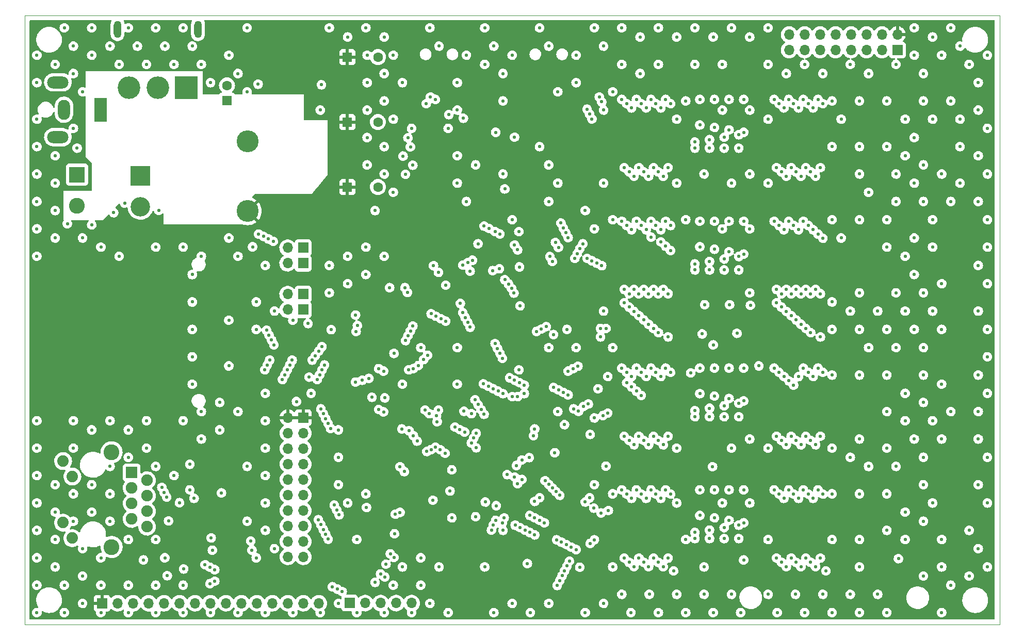
<source format=gbr>
%TF.GenerationSoftware,KiCad,Pcbnew,6.0.11-2627ca5db0~126~ubuntu22.04.1*%
%TF.CreationDate,2023-07-01T17:45:03+02:00*%
%TF.ProjectId,marco-ram-board,6d617263-6f2d-4726-916d-2d626f617264,rev?*%
%TF.SameCoordinates,Original*%
%TF.FileFunction,Copper,L2,Inr*%
%TF.FilePolarity,Positive*%
%FSLAX46Y46*%
G04 Gerber Fmt 4.6, Leading zero omitted, Abs format (unit mm)*
G04 Created by KiCad (PCBNEW 6.0.11-2627ca5db0~126~ubuntu22.04.1) date 2023-07-01 17:45:03*
%MOMM*%
%LPD*%
G01*
G04 APERTURE LIST*
%TA.AperFunction,Profile*%
%ADD10C,0.100000*%
%TD*%
%TA.AperFunction,ComponentPad*%
%ADD11R,1.600000X1.600000*%
%TD*%
%TA.AperFunction,ComponentPad*%
%ADD12C,1.600000*%
%TD*%
%TA.AperFunction,ComponentPad*%
%ADD13R,1.700000X1.700000*%
%TD*%
%TA.AperFunction,ComponentPad*%
%ADD14O,1.700000X1.700000*%
%TD*%
%TA.AperFunction,ComponentPad*%
%ADD15R,2.000000X4.000000*%
%TD*%
%TA.AperFunction,ComponentPad*%
%ADD16O,2.000000X3.300000*%
%TD*%
%TA.AperFunction,ComponentPad*%
%ADD17O,3.500000X2.000000*%
%TD*%
%TA.AperFunction,ComponentPad*%
%ADD18O,1.270000X2.794000*%
%TD*%
%TA.AperFunction,ComponentPad*%
%ADD19R,3.708400X3.708400*%
%TD*%
%TA.AperFunction,ComponentPad*%
%ADD20C,3.708400*%
%TD*%
%TA.AperFunction,ComponentPad*%
%ADD21R,3.200000X3.200000*%
%TD*%
%TA.AperFunction,ComponentPad*%
%ADD22O,3.200000X3.200000*%
%TD*%
%TA.AperFunction,ComponentPad*%
%ADD23R,2.600000X2.600000*%
%TD*%
%TA.AperFunction,ComponentPad*%
%ADD24C,2.600000*%
%TD*%
%TA.AperFunction,ComponentPad*%
%ADD25C,3.600000*%
%TD*%
%TA.AperFunction,ComponentPad*%
%ADD26C,1.890000*%
%TD*%
%TA.AperFunction,ComponentPad*%
%ADD27R,1.900000X1.900000*%
%TD*%
%TA.AperFunction,ComponentPad*%
%ADD28C,1.900000*%
%TD*%
%TA.AperFunction,ViaPad*%
%ADD29C,0.550000*%
%TD*%
G04 APERTURE END LIST*
D10*
X230000000Y-140000000D02*
X230000000Y-40000000D01*
X70000000Y-40000000D02*
X230000000Y-40000000D01*
X70000000Y-40000000D02*
X70000000Y-140000000D01*
X70000000Y-140000000D02*
X230000000Y-140000000D01*
D11*
%TO.N,VDD*%
%TO.C,C604*%
X122969349Y-68194000D03*
D12*
%TO.N,GND*%
X127969349Y-68194000D03*
%TD*%
D13*
%TO.N,VDD*%
%TO.C,J206*%
X115720000Y-106040000D03*
D14*
X113180000Y-106040000D03*
%TO.N,/mcu/JTAG.TRST*%
X115720000Y-108580000D03*
%TO.N,GND*%
X113180000Y-108580000D03*
%TO.N,/mcu/JTAG.TDI*%
X115720000Y-111120000D03*
%TO.N,GND*%
X113180000Y-111120000D03*
%TO.N,/mcu/JTAG.TMS*%
X115720000Y-113660000D03*
%TO.N,GND*%
X113180000Y-113660000D03*
%TO.N,/mcu/JTAG.TCK*%
X115720000Y-116200000D03*
%TO.N,GND*%
X113180000Y-116200000D03*
%TO.N,unconnected-(J206-Pad11)*%
X115720000Y-118740000D03*
%TO.N,GND*%
X113180000Y-118740000D03*
%TO.N,/mcu/JTAG.TDO*%
X115720000Y-121280000D03*
%TO.N,GND*%
X113180000Y-121280000D03*
%TO.N,Net-(J206-Pad15)*%
X115720000Y-123820000D03*
%TO.N,GND*%
X113180000Y-123820000D03*
%TO.N,unconnected-(J206-Pad17)*%
X115720000Y-126360000D03*
%TO.N,GND*%
X113180000Y-126360000D03*
%TO.N,unconnected-(J206-Pad19)*%
X115720000Y-128900000D03*
%TO.N,GND*%
X113180000Y-128900000D03*
%TD*%
D13*
%TO.N,/mcu/~{RESET}*%
%TO.C,J202*%
X115695000Y-88321000D03*
D14*
%TO.N,Net-(J202-Pad2)*%
X113155000Y-88321000D03*
%TD*%
D15*
%TO.N,Net-(J601-Pad1)*%
%TO.C,J601*%
X82446000Y-55494000D03*
D16*
%TO.N,GND*%
X76446000Y-55494000D03*
D17*
X75446000Y-59994000D03*
X75446000Y-50994000D03*
%TD*%
D13*
%TO.N,/mcu/RXD*%
%TO.C,J204*%
X115695000Y-80701000D03*
D14*
%TO.N,Net-(J204-Pad2)*%
X113155000Y-80701000D03*
%TD*%
D18*
%TO.N,*%
%TO.C,SW601*%
X98446500Y-42328000D03*
X85238500Y-42328000D03*
D19*
%TO.N,unconnected-(SW601-Pad1)*%
X96541500Y-51853000D03*
D20*
%TO.N,Net-(Q601-Pad5)*%
X91842500Y-51853000D03*
%TO.N,Net-(J601-Pad1)*%
X87143500Y-51853000D03*
%TD*%
D13*
%TO.N,/mcu/BOOT0*%
%TO.C,J203*%
X115695000Y-85781000D03*
D14*
%TO.N,Net-(J203-Pad2)*%
X113155000Y-85781000D03*
%TD*%
D13*
%TO.N,/mcu/TXD*%
%TO.C,J205*%
X115695000Y-78161000D03*
D14*
%TO.N,Net-(J205-Pad2)*%
X113155000Y-78161000D03*
%TD*%
D11*
%TO.N,VDD*%
%TO.C,C603*%
X122969349Y-57526000D03*
D12*
%TO.N,GND*%
X127969349Y-57526000D03*
%TD*%
D13*
%TO.N,/mcu/~{RESET}*%
%TO.C,J301*%
X123340000Y-136495000D03*
D14*
%TO.N,/mcu/BOOT0*%
X125880000Y-136495000D03*
%TO.N,/mcu/RXD*%
X128420000Y-136495000D03*
%TO.N,/mcu/TXD*%
X130960000Y-136495000D03*
%TO.N,GND*%
X133500000Y-136495000D03*
%TD*%
D11*
%TO.N,VDD*%
%TO.C,C602*%
X122969349Y-46858000D03*
D12*
%TO.N,GND*%
X127969349Y-46858000D03*
%TD*%
D21*
%TO.N,Net-(D601-Pad1)*%
%TO.C,D601*%
X89000000Y-66360000D03*
D22*
%TO.N,GND*%
X89000000Y-71440000D03*
%TD*%
D13*
%TO.N,VDD*%
%TO.C,J302*%
X82700000Y-136520000D03*
D14*
%TO.N,/mcu/EXT1*%
X85240000Y-136520000D03*
%TO.N,/mcu/EXT2*%
X87780000Y-136520000D03*
%TO.N,/mcu/EXT3*%
X90320000Y-136520000D03*
%TO.N,/mcu/EXT4*%
X92860000Y-136520000D03*
%TO.N,/mcu/EXT5*%
X95400000Y-136520000D03*
%TO.N,/mcu/EXT6*%
X97940000Y-136520000D03*
%TO.N,/mcu/EXT7*%
X100480000Y-136520000D03*
%TO.N,/mcu/EXT8*%
X103020000Y-136520000D03*
%TO.N,/mcu/EXT9*%
X105560000Y-136520000D03*
%TO.N,/mcu/EXT10*%
X108100000Y-136520000D03*
%TO.N,/mcu/EXT11*%
X110640000Y-136520000D03*
%TO.N,/mcu/EXT12*%
X113180000Y-136520000D03*
%TO.N,/mcu/EXT13*%
X115720000Y-136520000D03*
%TO.N,GND*%
X118260000Y-136520000D03*
%TD*%
D13*
%TO.N,GND*%
%TO.C,J503*%
X213235000Y-45692857D03*
D14*
%TO.N,VDD*%
X213235000Y-43152857D03*
%TO.N,unconnected-(J503-Pad3)*%
X210695000Y-45692857D03*
%TO.N,/mcu-if/DISP.SCLK*%
X210695000Y-43152857D03*
%TO.N,/mcu-if/DISP.MOSI*%
X208155000Y-45692857D03*
%TO.N,unconnected-(J503-Pad6)*%
X208155000Y-43152857D03*
%TO.N,GND*%
X205615000Y-45692857D03*
X205615000Y-43152857D03*
X203075000Y-45692857D03*
X203075000Y-43152857D03*
X200535000Y-45692857D03*
X200535000Y-43152857D03*
X197995000Y-45692857D03*
%TO.N,/mcu-if/DISP.DC*%
X197995000Y-43152857D03*
%TO.N,/mcu-if/DISP.~{RST}*%
X195455000Y-45692857D03*
%TO.N,/mcu-if/DISP.CS*%
X195455000Y-43152857D03*
%TD*%
D23*
%TO.N,GND*%
%TO.C,J602*%
X78585000Y-66157000D03*
D24*
%TO.N,Net-(J601-Pad1)*%
X78585000Y-71237000D03*
%TD*%
D25*
%TO.N,Net-(D601-Pad1)*%
%TO.C,L601*%
X106576000Y-60701000D03*
%TO.N,VDD*%
X106576000Y-72141000D03*
%TD*%
D24*
%TO.N,GND*%
%TO.C,J504*%
X84256000Y-111727000D03*
X84256000Y-127277000D03*
D26*
%TO.N,Net-(J504-PadL1)*%
X77826000Y-125827000D03*
%TO.N,GND*%
X76306000Y-123287000D03*
%TO.N,Net-(J504-PadL3)*%
X77826000Y-115717000D03*
%TO.N,Net-(J504-PadL4)*%
X76306000Y-113177000D03*
D27*
%TO.N,Net-(J504-PadR1)*%
X87546000Y-115057000D03*
D28*
%TO.N,Net-(J504-PadR2)*%
X90086000Y-116327000D03*
%TO.N,Net-(J504-PadR3)*%
X87546000Y-117597000D03*
%TO.N,Net-(C508-Pad1)*%
X90086000Y-118867000D03*
%TO.N,Net-(C509-Pad1)*%
X87546000Y-120137000D03*
%TO.N,Net-(J504-PadR6)*%
X90086000Y-121407000D03*
%TO.N,unconnected-(J504-PadR7)*%
X87546000Y-122677000D03*
%TO.N,GND*%
X90086000Y-123947000D03*
%TD*%
D11*
%TO.N,Net-(C601-Pad1)*%
%TO.C,C601*%
X103200000Y-54000000D03*
D12*
%TO.N,GND*%
X103200000Y-51500000D03*
%TD*%
D29*
%TO.N,GND*%
X180000000Y-48052500D03*
X163500000Y-117052500D03*
X123000000Y-120052500D03*
X72000000Y-75052500D03*
X72000000Y-120052500D03*
X152500000Y-130000000D03*
X165000000Y-88552500D03*
X82500000Y-129052500D03*
X192000000Y-126052500D03*
X87000000Y-126052500D03*
X223500000Y-67552500D03*
X177000000Y-120052500D03*
X204000000Y-57052500D03*
X220500000Y-46552500D03*
X148500000Y-66052500D03*
X228000000Y-84052500D03*
X211500000Y-61552500D03*
X118700000Y-51400000D03*
X184500000Y-48052500D03*
X207000000Y-73552500D03*
X211500000Y-78052500D03*
X145500000Y-42052500D03*
X165000000Y-55552500D03*
X202500000Y-73552500D03*
X178500000Y-138052500D03*
X192000000Y-48052500D03*
X129000000Y-61552500D03*
X202500000Y-126052500D03*
X72000000Y-51052500D03*
X129000000Y-79552500D03*
X106500000Y-114052500D03*
X217500000Y-49552500D03*
X109500000Y-102052500D03*
X97500000Y-100552500D03*
X225000000Y-132052500D03*
X165000000Y-136552500D03*
X81000000Y-121552500D03*
X108000000Y-91552500D03*
X205500000Y-112552500D03*
X228000000Y-58552500D03*
X217500000Y-54052500D03*
X186000000Y-67552500D03*
X220500000Y-91552500D03*
X205500000Y-135052500D03*
X96000000Y-138052500D03*
X157500000Y-52552500D03*
X222000000Y-70552500D03*
X126200000Y-64552500D03*
X174000000Y-138052500D03*
X79500000Y-132052500D03*
X207000000Y-130552500D03*
X181200000Y-92300000D03*
X166500000Y-52552500D03*
X123000000Y-84052500D03*
X156000000Y-45052500D03*
X126000000Y-78052500D03*
X223500000Y-61552500D03*
X214500000Y-63052500D03*
X204000000Y-76552500D03*
X207000000Y-54052500D03*
X72000000Y-57052500D03*
X111000000Y-88552500D03*
X143100000Y-82000000D03*
X186000000Y-135052500D03*
X157500000Y-67552500D03*
X72000000Y-70552500D03*
X177000000Y-135052500D03*
X135000000Y-94552500D03*
X154500000Y-42052500D03*
X226500000Y-99052500D03*
X181500000Y-135052500D03*
X189000000Y-66052500D03*
X177000000Y-111052500D03*
X72000000Y-129052500D03*
X198000000Y-138052500D03*
X126200000Y-60052500D03*
X82500000Y-78052500D03*
X220500000Y-138052500D03*
X189100000Y-87600000D03*
X84000000Y-118552500D03*
X94500000Y-115552500D03*
X91500000Y-138052500D03*
X226500000Y-51052500D03*
X72000000Y-111052500D03*
X102300000Y-118400000D03*
X78000000Y-45052500D03*
X90000000Y-111052500D03*
X156000000Y-136552500D03*
X90000000Y-48052500D03*
X138000000Y-130552500D03*
X172500000Y-135052500D03*
X216000000Y-67552500D03*
X120000000Y-81052500D03*
X228000000Y-66052500D03*
X109500000Y-81052500D03*
X151100000Y-75500000D03*
X141000000Y-55552500D03*
X137100000Y-81100000D03*
X186000000Y-42052500D03*
X117000000Y-102052500D03*
X79500000Y-127552500D03*
X228000000Y-130552500D03*
X208500000Y-114052500D03*
X211500000Y-105052500D03*
X210000000Y-88552500D03*
X96000000Y-78052500D03*
X89500000Y-129400000D03*
X216000000Y-109552500D03*
X84000000Y-106552500D03*
X75000000Y-117052500D03*
X228000000Y-96052500D03*
X93000000Y-129052500D03*
X108000000Y-87052500D03*
X189000000Y-85552500D03*
X91500000Y-133552500D03*
X96000000Y-42052500D03*
X126000000Y-118552500D03*
X118500000Y-138052500D03*
X75000000Y-121552500D03*
X205500000Y-88552500D03*
X217500000Y-99052500D03*
X121500000Y-112552500D03*
X202500000Y-99052500D03*
X184500000Y-120052500D03*
X145600000Y-119900000D03*
X188000000Y-129400000D03*
X84000000Y-123052500D03*
X120000000Y-85552500D03*
X107100000Y-126300000D03*
X226500000Y-63052500D03*
X193500000Y-138052500D03*
X120300000Y-91600000D03*
X214500000Y-102052500D03*
X189000000Y-109552500D03*
X93400000Y-132000000D03*
X121500000Y-108052500D03*
X84000000Y-45052500D03*
X216000000Y-91552500D03*
X207000000Y-126052500D03*
X163500000Y-75052500D03*
X202500000Y-111052500D03*
X213400000Y-129200000D03*
X213000000Y-85552500D03*
X105000000Y-138052500D03*
X109500000Y-124552500D03*
X87000000Y-108052500D03*
X111000000Y-127552500D03*
X150400000Y-60000000D03*
X226500000Y-117052500D03*
X217500000Y-70552500D03*
X88500000Y-45052500D03*
X148500000Y-54052500D03*
X219000000Y-120052500D03*
X105000000Y-105052500D03*
X217500000Y-103552500D03*
X192000000Y-42052500D03*
X181500000Y-130552500D03*
X177000000Y-57052500D03*
X208500000Y-49552500D03*
X136500000Y-136552500D03*
X162000000Y-138052500D03*
X103500000Y-76552500D03*
X202500000Y-138052500D03*
X217500000Y-85552500D03*
X211500000Y-124552500D03*
X106500000Y-52552500D03*
X223500000Y-45052500D03*
X166500000Y-130552500D03*
X151200000Y-81300000D03*
X72000000Y-79552500D03*
X226500000Y-127552500D03*
X126200000Y-46552500D03*
X192000000Y-135052500D03*
X156800000Y-92400000D03*
X147000000Y-45052500D03*
X223500000Y-57052500D03*
X192000000Y-57052500D03*
X97500000Y-91552500D03*
X169500000Y-138052500D03*
X228000000Y-112552500D03*
X202500000Y-54052500D03*
X127500000Y-72052500D03*
X75000000Y-126052500D03*
X78000000Y-106552500D03*
X190500000Y-97552500D03*
X85500000Y-79552500D03*
X196500000Y-135052500D03*
X139500000Y-138052500D03*
X160500000Y-94552500D03*
X142500000Y-46552500D03*
X100500000Y-138052500D03*
X147000000Y-138052500D03*
X87000000Y-112552500D03*
X151300000Y-87700000D03*
X77000000Y-74200000D03*
X102000000Y-108052500D03*
X187500000Y-138052500D03*
X138000000Y-45052500D03*
X105000000Y-49552500D03*
X222000000Y-133552500D03*
X99000000Y-79552500D03*
X220500000Y-100552500D03*
X126200000Y-51052500D03*
X189000000Y-120052500D03*
X178500000Y-73552500D03*
X202500000Y-61552500D03*
X124300000Y-89200000D03*
X185700000Y-87500000D03*
X103500000Y-97552500D03*
X120000000Y-42052500D03*
X91500000Y-114052500D03*
X177000000Y-67552500D03*
X135000000Y-133552500D03*
X222000000Y-105052500D03*
X72000000Y-106552500D03*
X186000000Y-111052500D03*
X150700000Y-113900000D03*
X133500000Y-138052500D03*
X75000000Y-67552500D03*
X156000000Y-70552500D03*
X93000000Y-45052500D03*
X217500000Y-112552500D03*
X219000000Y-78052500D03*
X225000000Y-124552500D03*
X102000000Y-103552500D03*
X214500000Y-121552500D03*
X141000000Y-100552500D03*
X211500000Y-54052500D03*
X130500000Y-133552500D03*
X87000000Y-133552500D03*
X121500000Y-136552500D03*
X207000000Y-61552500D03*
X202500000Y-91552500D03*
X220500000Y-84052500D03*
X186900000Y-92200000D03*
X139500000Y-58552500D03*
X132000000Y-130552500D03*
X136500000Y-42052500D03*
X118500000Y-55552500D03*
X168000000Y-135052500D03*
X189000000Y-75052500D03*
X100500000Y-51052500D03*
X161100000Y-130600000D03*
X214500000Y-57052500D03*
X228000000Y-78052500D03*
X129000000Y-138052500D03*
X114000000Y-138052500D03*
X211500000Y-138052500D03*
X109500000Y-115552500D03*
X79500000Y-52552500D03*
X157000000Y-111800000D03*
X148500000Y-124552500D03*
X220500000Y-109552500D03*
X181500000Y-66052500D03*
X94500000Y-48052500D03*
X154500000Y-61552500D03*
X72000000Y-138052500D03*
X103500000Y-90052500D03*
X75000000Y-48052500D03*
X106500000Y-42052500D03*
X183000000Y-94100000D03*
X207000000Y-66052500D03*
X228000000Y-73552500D03*
X226500000Y-105052500D03*
X121500000Y-117052500D03*
X78600000Y-61800000D03*
X176500000Y-131200000D03*
X195000000Y-49552500D03*
X213000000Y-48052500D03*
X141000000Y-67552500D03*
X178500000Y-126052500D03*
X144000000Y-64552500D03*
X72000000Y-46552500D03*
X72000000Y-124552500D03*
X192000000Y-67552500D03*
X226500000Y-88552500D03*
X72000000Y-66052500D03*
X84000000Y-114052500D03*
X99000000Y-48052500D03*
X225000000Y-48052500D03*
X217500000Y-117052500D03*
X216000000Y-82552500D03*
X129000000Y-43552500D03*
X132000000Y-100552500D03*
X156000000Y-64552500D03*
X163500000Y-42052500D03*
X75000000Y-72052500D03*
X162800000Y-108800000D03*
X78000000Y-111052500D03*
X81000000Y-74400000D03*
X99000000Y-109552500D03*
X126200000Y-55552500D03*
X201000000Y-49552500D03*
X135000000Y-129052500D03*
X87000000Y-138052500D03*
X153500000Y-109000000D03*
X72000000Y-133552500D03*
X85500000Y-48052500D03*
X133500000Y-58552500D03*
X157500000Y-105052500D03*
X114000000Y-90052500D03*
X220500000Y-126052500D03*
X91500000Y-126052500D03*
X81000000Y-117052500D03*
X109500000Y-106552500D03*
X82500000Y-138052500D03*
X96000000Y-106552500D03*
X81000000Y-42052500D03*
X129900000Y-84700000D03*
X76500000Y-42052500D03*
X126000000Y-42052500D03*
X214500000Y-126052500D03*
X130500000Y-57052500D03*
X90000000Y-106552500D03*
X141000000Y-94552500D03*
X97500000Y-96052500D03*
X97800000Y-119300000D03*
X97500000Y-45052500D03*
X202500000Y-118552500D03*
X76500000Y-133552500D03*
X174000000Y-42052500D03*
X160500000Y-51052500D03*
X217500000Y-123052500D03*
X129000000Y-66052500D03*
X78000000Y-49552500D03*
X105000000Y-79552500D03*
X129000000Y-54052500D03*
X87000000Y-42052500D03*
X160500000Y-46552500D03*
X78000000Y-123052500D03*
X207000000Y-138052500D03*
X91500000Y-78052500D03*
X97500000Y-82552500D03*
X150000000Y-136552500D03*
X109500000Y-138052500D03*
X213000000Y-70552500D03*
X156000000Y-94552500D03*
X107400000Y-78000000D03*
X228000000Y-46552500D03*
X214500000Y-88552500D03*
X179300000Y-98700000D03*
X180000000Y-42052500D03*
X219000000Y-106552500D03*
X226500000Y-70552500D03*
X226500000Y-55552500D03*
X213000000Y-66052500D03*
X181600000Y-87500000D03*
X177000000Y-43552500D03*
X126000000Y-82552500D03*
X75000000Y-130552500D03*
X75000000Y-63052500D03*
X130500000Y-46552500D03*
X168000000Y-48052500D03*
X150000000Y-46552500D03*
X178500000Y-54052500D03*
X216000000Y-46552500D03*
X153000000Y-138052500D03*
X82500000Y-133552500D03*
X216000000Y-76552500D03*
X166500000Y-94552500D03*
X141000000Y-63052500D03*
X219000000Y-57052500D03*
X96000000Y-133552500D03*
X142500000Y-70552500D03*
X81000000Y-46552500D03*
X217500000Y-132052500D03*
X216000000Y-60052500D03*
X217500000Y-64552500D03*
X211500000Y-91552500D03*
X72000000Y-61552500D03*
X171000000Y-43552500D03*
X211500000Y-99052500D03*
X202500000Y-87052500D03*
X108300000Y-51300000D03*
X99000000Y-105052500D03*
X213000000Y-94552500D03*
X222000000Y-42052500D03*
X109500000Y-120052500D03*
X123000000Y-79552500D03*
X86400000Y-70800000D03*
X78000000Y-118552500D03*
X207000000Y-109552500D03*
X192000000Y-111052500D03*
X166500000Y-73552500D03*
X201500000Y-131200000D03*
X189000000Y-43552500D03*
X174000000Y-48052500D03*
X132000000Y-51052500D03*
X159000000Y-91552500D03*
X226500000Y-109552500D03*
X123000000Y-43552500D03*
X72000000Y-115552500D03*
X124500000Y-138052500D03*
X228000000Y-102052500D03*
X103500000Y-46552500D03*
X79500000Y-136552500D03*
X184500000Y-75052500D03*
X183000000Y-138052500D03*
X211500000Y-111052500D03*
X109500000Y-111052500D03*
X97500000Y-87052500D03*
X226500000Y-81052500D03*
X153700000Y-107900000D03*
X142000000Y-56900000D03*
X214500000Y-106552500D03*
X166500000Y-118552500D03*
X207000000Y-85552500D03*
X146800000Y-81900000D03*
X189000000Y-55552500D03*
X220500000Y-66052500D03*
X124500000Y-126052500D03*
X219000000Y-73552500D03*
X228000000Y-120052500D03*
X145500000Y-130552500D03*
X183000000Y-43552500D03*
X129000000Y-49552500D03*
X213000000Y-114052500D03*
X145500000Y-48052500D03*
X84600000Y-72400000D03*
X198000000Y-48052500D03*
X108000000Y-129052500D03*
X217500000Y-94552500D03*
X207000000Y-99052500D03*
X150000000Y-73552500D03*
X92000000Y-72000000D03*
X148500000Y-49552500D03*
X168000000Y-42052500D03*
X141000000Y-51052500D03*
X211500000Y-118552500D03*
X207000000Y-91552500D03*
X78000000Y-58552500D03*
X205500000Y-48052500D03*
X75000000Y-76552500D03*
X210000000Y-135052500D03*
X106500000Y-123052500D03*
X171000000Y-49552500D03*
X211500000Y-73552500D03*
X220500000Y-130552500D03*
X91500000Y-42052500D03*
X208500000Y-94552500D03*
X214500000Y-79552500D03*
X207000000Y-118552500D03*
X219000000Y-43552500D03*
X126100000Y-120800000D03*
X76500000Y-138052500D03*
X165000000Y-67552500D03*
X222000000Y-54052500D03*
X81000000Y-108052500D03*
X162000000Y-72052500D03*
X147300000Y-59200000D03*
X130500000Y-69052500D03*
X148800000Y-68500000D03*
X228000000Y-91552500D03*
X182900000Y-114100000D03*
X201000000Y-135052500D03*
X216000000Y-42052500D03*
X184500000Y-55552500D03*
X208500000Y-69052500D03*
X165000000Y-45052500D03*
X79500000Y-76552500D03*
X219000000Y-88552500D03*
%TO.N,VDD*%
X106100000Y-48000000D03*
X107100000Y-82800000D03*
X157300000Y-90600000D03*
X209700000Y-111100000D03*
X209800000Y-86900000D03*
X204700000Y-131100000D03*
X137800000Y-121700000D03*
X182000000Y-70000000D03*
X202900000Y-68700000D03*
X101500000Y-119800000D03*
X165500000Y-62200000D03*
X94500000Y-112700000D03*
X206900000Y-94100000D03*
X211500000Y-112700000D03*
X191600000Y-114300000D03*
X204700000Y-111100000D03*
X177900000Y-48500000D03*
X186500000Y-112700000D03*
X202900000Y-112700000D03*
X122800000Y-90200000D03*
X184700000Y-67100000D03*
X107100000Y-101600000D03*
X226100000Y-79600000D03*
X142000000Y-69000000D03*
X154800000Y-68500000D03*
X134500000Y-111500000D03*
X211500000Y-68700000D03*
X209800000Y-131100000D03*
X190200000Y-68700000D03*
X188000000Y-94000000D03*
X124800000Y-110000000D03*
X155300000Y-105400000D03*
X155700000Y-96000000D03*
X177900000Y-68800000D03*
X165600000Y-96400000D03*
X181000000Y-85600000D03*
X154800000Y-66600000D03*
X166400000Y-70500000D03*
X190000000Y-82200000D03*
X135600000Y-80700000D03*
X191800000Y-70200000D03*
X202900000Y-92800000D03*
X107100000Y-85700000D03*
X128700000Y-86100000D03*
X190000000Y-106300000D03*
X204700000Y-86900000D03*
X215600000Y-51100000D03*
X133100000Y-119800000D03*
X181000000Y-110200000D03*
X165900000Y-115700000D03*
X121800000Y-91200000D03*
X163900000Y-128200000D03*
X207000000Y-70000000D03*
X158700000Y-62200000D03*
X183400000Y-110200000D03*
X209700000Y-67000000D03*
X181900000Y-50000000D03*
X177900000Y-112700000D03*
X215500000Y-71300000D03*
X211500000Y-92800000D03*
X181500000Y-94100000D03*
X132900000Y-57300000D03*
X203000000Y-48500000D03*
X178000000Y-97900000D03*
X226000000Y-61800000D03*
X192600000Y-50000000D03*
X153200000Y-106800000D03*
X152800000Y-86000000D03*
X84900000Y-77200000D03*
X211500000Y-48500000D03*
X141700000Y-53700000D03*
X191900000Y-94900000D03*
X189800000Y-126600000D03*
X215500000Y-115200000D03*
X164000000Y-84600000D03*
X121800000Y-106800000D03*
X121200000Y-98100000D03*
X143100000Y-131100000D03*
X105500000Y-90000000D03*
X141900000Y-82800000D03*
X107100000Y-95900000D03*
X179700000Y-131100000D03*
X149700000Y-112900000D03*
X207000000Y-50000000D03*
X181300000Y-114100000D03*
X215600000Y-95100000D03*
X204662500Y-67062500D03*
X142000000Y-64800000D03*
X138800000Y-73300000D03*
X106900000Y-98500000D03*
X186500000Y-68800000D03*
X186400000Y-48500000D03*
X226000000Y-96800000D03*
X167600000Y-50000000D03*
X129800000Y-112600000D03*
X100000000Y-112200000D03*
X146200000Y-70100000D03*
X164300000Y-108400000D03*
X183500000Y-131100000D03*
X183600000Y-85600000D03*
X191600000Y-93800000D03*
X190100000Y-48500000D03*
X191400000Y-113000000D03*
X207000000Y-114100000D03*
X179700000Y-67100000D03*
X226100000Y-114600000D03*
X190800000Y-62200000D03*
%TO.N,/mcu/~{RESET}*%
X112700000Y-99000000D03*
X129300000Y-130100000D03*
X131600000Y-114100000D03*
X118000000Y-99800000D03*
X127500000Y-133100000D03*
%TO.N,Net-(U501-Pad2)*%
X93600000Y-123000000D03*
X100600000Y-125800000D03*
%TO.N,/mcu-if/LED0*%
X128100000Y-104700000D03*
X157400000Y-133600000D03*
%TO.N,/mcu-if/LED1*%
X128900000Y-105100000D03*
X157800000Y-132800000D03*
%TO.N,Net-(J202-Pad2)*%
X108400000Y-75900000D03*
%TO.N,/mcu/BOOT0*%
X118400000Y-99000000D03*
X113100000Y-98200000D03*
%TO.N,Net-(J203-Pad2)*%
X109200000Y-76300000D03*
%TO.N,/mcu/RXD*%
X113500000Y-97400000D03*
X150900000Y-102600000D03*
X118800000Y-98200000D03*
X163500000Y-126100000D03*
X128400000Y-131700000D03*
%TO.N,Net-(J204-Pad2)*%
X110000000Y-76700000D03*
%TO.N,/mcu/TXD*%
X162800000Y-126700000D03*
X119200000Y-97400000D03*
X150000000Y-102600000D03*
X113900000Y-96600000D03*
X129100000Y-132200000D03*
%TO.N,Net-(J205-Pad2)*%
X110800000Y-77100000D03*
%TO.N,/mcu/JTAG.TRST*%
X132500000Y-66100000D03*
X124400000Y-91900000D03*
X114600000Y-103400000D03*
%TO.N,/mcu/JTAG.TDI*%
X132800000Y-85500000D03*
X133300000Y-61600000D03*
%TO.N,/mcu/JTAG.TMS*%
X141500000Y-87300000D03*
X137900000Y-82200000D03*
X133700000Y-64600000D03*
X139100000Y-84300000D03*
%TO.N,/mcu/JTAG.TCK*%
X132400000Y-84700000D03*
X132900000Y-60100000D03*
%TO.N,/mcu/JTAG.TDO*%
X132100000Y-63100000D03*
X124600000Y-90900000D03*
%TO.N,Net-(J206-Pad15)*%
X112300000Y-99800000D03*
X116700000Y-99400000D03*
X116500000Y-90600000D03*
%TO.N,/mcu/EXT1*%
X120800000Y-120400000D03*
X120500000Y-133800000D03*
%TO.N,/mcu/EXT2*%
X121200000Y-121200000D03*
X121300000Y-134200000D03*
%TO.N,/mcu/EXT3*%
X150900000Y-116900000D03*
X121600000Y-122000000D03*
X122100000Y-134600000D03*
X154500000Y-119200000D03*
%TO.N,/mcu/EXT4*%
X136100000Y-95800000D03*
X148700000Y-122500000D03*
X139000000Y-111900000D03*
X137900000Y-104800000D03*
X118200000Y-122800000D03*
%TO.N,/mcu/EXT5*%
X138200000Y-111300000D03*
X137600000Y-105700000D03*
X135500000Y-96500000D03*
X148400000Y-123300000D03*
X118600000Y-123600000D03*
%TO.N,/mcu/EXT6*%
X137700000Y-106700000D03*
X147300000Y-122900000D03*
X134600000Y-97500000D03*
X119000000Y-124400000D03*
X137400000Y-110900000D03*
%TO.N,/mcu/EXT7*%
X136700000Y-111300000D03*
X146900000Y-123700000D03*
X136400500Y-105400000D03*
X133800000Y-98000000D03*
X119400000Y-125200000D03*
%TO.N,/mcu/EXT8*%
X133000000Y-98200000D03*
X119800000Y-126000000D03*
X136000000Y-111600000D03*
X146600000Y-124500000D03*
X135700000Y-104800000D03*
%TO.N,/mcu/EXT9*%
X118600000Y-104600000D03*
%TO.N,/mcu/EXT10*%
X119000000Y-105400000D03*
%TO.N,/mcu/EXT11*%
X119400000Y-106200000D03*
%TO.N,/mcu/EXT12*%
X119800000Y-107000000D03*
%TO.N,/mcu/EXT13*%
X120200000Y-107800000D03*
%TO.N,/mcu-if/USB.DM*%
X137400000Y-53800000D03*
X142300000Y-89600000D03*
%TO.N,/mcu-if/USB.DP*%
X141900000Y-88800000D03*
X136600000Y-53400000D03*
%TO.N,/mcu-if/SDMMC.D3*%
X117687868Y-95900000D03*
X132900000Y-92600000D03*
%TO.N,/mcu-if/SDMMC.CMD*%
X118287868Y-95100000D03*
X133300000Y-91800000D03*
%TO.N,/mcu-if/SDMMC.D0*%
X149400000Y-84100000D03*
X148000000Y-75900000D03*
%TO.N,/mcu-if/SDMMC.D1*%
X148800000Y-83400000D03*
X147200000Y-75500000D03*
%TO.N,/mcu-if/SDMMC.D2*%
X117187868Y-96600000D03*
X132500000Y-93400000D03*
%TO.N,/mcu-if/DISP.SCLK*%
X141400000Y-108000000D03*
X162700000Y-56200000D03*
%TO.N,/mcu-if/DISP.MOSI*%
X164700000Y-54200000D03*
X150400000Y-77700000D03*
%TO.N,/mcu-if/DISP.DC*%
X162300000Y-55400000D03*
X142200000Y-108400000D03*
%TO.N,/mcu-if/DISP.~{RST}*%
X164300000Y-53400000D03*
X150900000Y-78500000D03*
%TO.N,/mcu-if/DISP.CS*%
X163100000Y-57000000D03*
X140600000Y-107600000D03*
%TO.N,Net-(J504-PadL3)*%
X97100000Y-113700000D03*
X97100000Y-117900000D03*
%TO.N,Net-(J504-PadR2)*%
X92500000Y-117500000D03*
%TO.N,Net-(J504-PadR3)*%
X92900000Y-118300000D03*
%TO.N,Net-(J504-PadR6)*%
X93300000Y-119100000D03*
%TO.N,/mcu-if/USB.ID*%
X142700000Y-90400000D03*
X135900000Y-54500000D03*
%TO.N,/mcu-if/RMII.MCO1*%
X107300000Y-127800000D03*
X147900000Y-81600000D03*
X144400000Y-77500000D03*
X96100000Y-130887500D03*
X109700000Y-91700000D03*
X100800000Y-127800000D03*
%TO.N,/mcu-if/RMII.TXEN*%
X110100000Y-92500000D03*
X110200000Y-96600000D03*
%TO.N,/mcu-if/RMII.TXD0*%
X109800000Y-97400000D03*
X110500000Y-93300000D03*
%TO.N,/mcu-if/RMII.TXD1*%
X109400000Y-98200000D03*
X110900000Y-94100000D03*
%TO.N,/mcu-if/RMII.RXD0*%
X158100000Y-126500000D03*
X157200000Y-118200000D03*
%TO.N,/mcu-if/RMII.RXD1*%
X156600000Y-117600000D03*
X158900000Y-126900000D03*
%TO.N,/mcu-if/RMII.CRSDV*%
X157300000Y-126100000D03*
X157800000Y-118800000D03*
%TO.N,/mcu-if/RMII.REFCLK*%
X130700000Y-125100000D03*
X130800000Y-121900000D03*
%TO.N,/mcu-if/SDMMC.CK*%
X133700000Y-91000000D03*
X118787868Y-94400000D03*
%TO.N,/mcu-if/BTN0*%
X131900000Y-107900000D03*
X158200000Y-132000000D03*
%TO.N,/mcu-if/BTN1*%
X133100000Y-108200000D03*
X158600000Y-131200000D03*
%TO.N,/mcu-if/RMII.LED*%
X160500000Y-127700000D03*
X155400000Y-116400000D03*
%TO.N,/mcu-if/BTN2*%
X133800000Y-109000000D03*
X159000000Y-130400000D03*
%TO.N,/mcu-if/BTN3*%
X159400000Y-129600000D03*
X134400000Y-109900000D03*
%TO.N,/mcu-if/USB.VBUS*%
X139600000Y-56300000D03*
X143100000Y-91200000D03*
%TO.N,/mcu/SDRAM.D30*%
X184800000Y-124100000D03*
X184800000Y-125900000D03*
X127000000Y-102700000D03*
X151300000Y-124100000D03*
%TO.N,/mcu/SDRAM.D31*%
X187200000Y-123700000D03*
X187200000Y-125900000D03*
X129100000Y-102800000D03*
X150500000Y-123700000D03*
%TO.N,/mcu/SDRAM.A0*%
X159200000Y-102300000D03*
X170400000Y-73800000D03*
X170400000Y-97900000D03*
X195400000Y-117900000D03*
X195400000Y-53800000D03*
X195400000Y-73800000D03*
X149600000Y-99500000D03*
X170400000Y-53800000D03*
X170400000Y-117900000D03*
X195400000Y-100000000D03*
X170400000Y-101700000D03*
%TO.N,/mcu/SDRAM.A1*%
X169600000Y-119300000D03*
X194600000Y-119300000D03*
X169600000Y-99300000D03*
X169600000Y-55200000D03*
X158400000Y-101900000D03*
X169600000Y-101000000D03*
X194600000Y-75200000D03*
X194600000Y-55200000D03*
X169600000Y-75200000D03*
X194600000Y-99300000D03*
X150400000Y-99900000D03*
%TO.N,/mcu/SDRAM.A2*%
X193800000Y-98600000D03*
X193800000Y-74500000D03*
X151200000Y-100300000D03*
X157600000Y-101500000D03*
X168800000Y-98600000D03*
X168800000Y-100300000D03*
X193800000Y-118600000D03*
X168800000Y-118600000D03*
X193800000Y-54500000D03*
X168800000Y-74500000D03*
X168800000Y-54500000D03*
%TO.N,/mcu/SDRAM.A3*%
X168000000Y-53800000D03*
X168000000Y-73800000D03*
X193000000Y-97900000D03*
X193000000Y-73800000D03*
X193000000Y-53800000D03*
X152000000Y-100700000D03*
X168000000Y-117900000D03*
X168000000Y-97900000D03*
X193000000Y-117900000D03*
X156800000Y-101100000D03*
%TO.N,/mcu/SDRAM.A4*%
X168400000Y-109100000D03*
X193396800Y-64996800D03*
X152800000Y-112600000D03*
X193400000Y-87200000D03*
X193400000Y-129100000D03*
X168400000Y-129100000D03*
X142100000Y-105000000D03*
X168400000Y-85000000D03*
X168396800Y-64996800D03*
X168400000Y-87200000D03*
X193400000Y-85000000D03*
X193400000Y-109100000D03*
%TO.N,/mcu/SDRAM.A5*%
X151600000Y-113000000D03*
X169200000Y-85700000D03*
X169200000Y-65700000D03*
X169200000Y-129800000D03*
X194200000Y-129800000D03*
X169200000Y-87900000D03*
X194200000Y-87900000D03*
X194200000Y-85700000D03*
X143300000Y-105400000D03*
X169200000Y-109800000D03*
X194200000Y-109800000D03*
X194200000Y-65700000D03*
%TO.N,/mcu/SDRAM.~{WE}*%
X176000000Y-74500000D03*
X201000000Y-54500000D03*
X201000000Y-98600000D03*
X176000000Y-118600000D03*
X140100000Y-114600000D03*
X162000000Y-119900000D03*
X163400000Y-120900000D03*
X201000000Y-118600000D03*
X176000000Y-54500000D03*
X176000000Y-78600000D03*
X201000000Y-76600000D03*
X147400000Y-120500500D03*
X176000000Y-98600000D03*
%TO.N,/mcu-if/RMII.MDC*%
X130000000Y-128400000D03*
X132300000Y-114900000D03*
X101200000Y-132900000D03*
X100400000Y-130600000D03*
%TO.N,/mcu-if/RMII.MDIO*%
X131603200Y-121603200D03*
X99600000Y-130200000D03*
X100400000Y-133300000D03*
X130600000Y-129000000D03*
%TO.N,/mcu/SDRAM.CKE0*%
X174800000Y-66400000D03*
X144000000Y-122300000D03*
X174800000Y-85000000D03*
X174800000Y-130500000D03*
X174800000Y-110500000D03*
X139800000Y-118100000D03*
%TO.N,/mcu/SDRAM.~{CS0}*%
X173600000Y-74500000D03*
X173600000Y-54500000D03*
X173600000Y-98600000D03*
X137000000Y-119600000D03*
X173600000Y-118600000D03*
X140100000Y-122500000D03*
%TO.N,/mcu-if/RMII.~{RST}*%
X156000000Y-117000000D03*
X95400000Y-120000000D03*
X159700000Y-127300000D03*
X101200000Y-131000000D03*
%TO.N,/mcu/SDRAM.~{RAS}*%
X153700000Y-119800000D03*
X174400000Y-99300000D03*
X199400000Y-99300000D03*
X199400000Y-119300000D03*
X199400000Y-55200000D03*
X174400000Y-77200000D03*
X174400000Y-119300000D03*
X164600000Y-121700000D03*
X174400000Y-55200000D03*
X199400000Y-75200000D03*
X174400000Y-75200000D03*
X144100000Y-111000000D03*
X162700000Y-119200000D03*
%TO.N,/mcu/SDRAM.A6*%
X195000000Y-85000000D03*
X170000000Y-66400000D03*
X170000000Y-110500000D03*
X195000000Y-66400000D03*
X170000000Y-88600000D03*
X170000000Y-85000000D03*
X195000000Y-110500000D03*
X195000000Y-88600000D03*
X195000000Y-130500000D03*
X170000000Y-130500000D03*
%TO.N,/mcu/SDRAM.A7*%
X195800000Y-129100000D03*
X195800000Y-89300000D03*
X170800000Y-109100000D03*
X195800000Y-65000000D03*
X170800000Y-129100000D03*
X195800000Y-85700000D03*
X195800000Y-109100000D03*
X170800000Y-85700000D03*
X170800000Y-89300000D03*
X143300000Y-110200000D03*
X149200000Y-115400000D03*
X170800000Y-65000000D03*
%TO.N,/mcu/SDRAM.A8*%
X171600000Y-129800000D03*
X196600000Y-65700000D03*
X171600000Y-109800000D03*
X150400000Y-115800000D03*
X171600000Y-65700000D03*
X196600000Y-129800000D03*
X171600000Y-90000000D03*
X171600000Y-85000000D03*
X196600000Y-109800000D03*
X196600000Y-85000000D03*
X196600000Y-90000000D03*
X143700000Y-109400000D03*
%TO.N,/mcu/SDRAM.A9*%
X197400000Y-130500000D03*
X144100000Y-108600000D03*
X197400000Y-66400000D03*
X197400000Y-90700000D03*
X172400000Y-110500000D03*
X172400000Y-85700000D03*
X172400000Y-130500000D03*
X197400000Y-85700000D03*
X172400000Y-66400000D03*
X197400000Y-110500000D03*
X151600000Y-116200000D03*
X172400000Y-90700000D03*
%TO.N,/mcu/SDRAM.A10*%
X171200000Y-98600000D03*
X164900000Y-105700000D03*
X171200000Y-74500000D03*
X196200000Y-74500000D03*
X164100000Y-101300000D03*
X171200000Y-54500000D03*
X171200000Y-118600000D03*
X196200000Y-54500000D03*
X196200000Y-100700000D03*
X196200000Y-118600000D03*
X171200000Y-102400000D03*
%TO.N,/mcu/SDRAM.A11*%
X173200000Y-129100000D03*
X198200000Y-65000000D03*
X198200000Y-109100000D03*
X198200000Y-85000000D03*
X173200000Y-85000000D03*
X163500000Y-106100000D03*
X198200000Y-129100000D03*
X165400000Y-91400000D03*
X198200000Y-91400000D03*
X173200000Y-109100000D03*
X173200000Y-91400000D03*
X173200000Y-65000000D03*
%TO.N,/mcu/SDRAM.D4*%
X180000000Y-61800000D03*
X159200000Y-76500000D03*
X145400000Y-105500000D03*
X180000000Y-60800000D03*
%TO.N,/mcu/SDRAM.D5*%
X182400000Y-61800000D03*
X144900000Y-104700000D03*
X182400000Y-60400000D03*
X158800000Y-75700000D03*
%TO.N,/mcu/SDRAM.D6*%
X144400500Y-103900000D03*
X158400000Y-74900000D03*
X184800000Y-60000000D03*
X184800000Y-61800000D03*
%TO.N,/mcu/SDRAM.D7*%
X143901000Y-103100000D03*
X158000000Y-74100000D03*
X187200000Y-61800000D03*
X187200000Y-59600000D03*
%TO.N,/mcu/SDRAM.D8*%
X160300000Y-79900000D03*
X188000000Y-79200000D03*
X188000000Y-73800000D03*
X145300000Y-100500000D03*
%TO.N,/mcu/SDRAM.D9*%
X160700000Y-79100000D03*
X185600000Y-78800000D03*
X185600000Y-73800000D03*
X146100000Y-100900000D03*
%TO.N,/mcu/SDRAM.D10*%
X161100000Y-78300000D03*
X183200000Y-73800000D03*
X183200000Y-78400000D03*
X146900000Y-101300000D03*
%TO.N,/mcu/SDRAM.D11*%
X161600000Y-77500000D03*
X147700000Y-101700000D03*
X180800000Y-78000000D03*
X180800000Y-73800000D03*
%TO.N,/mcu/SDRAM.D12*%
X180000000Y-81800000D03*
X180000000Y-80800000D03*
X148500000Y-102100000D03*
X164700000Y-81100000D03*
%TO.N,/mcu/SDRAM.~{CS1}*%
X165800834Y-121300000D03*
X198600000Y-118600000D03*
X198600000Y-54500000D03*
X198600000Y-74500000D03*
X198600000Y-98600000D03*
X152000000Y-102100000D03*
%TO.N,/mcu/SDRAM.CKE1*%
X165400000Y-114000000D03*
X199800000Y-110500000D03*
X199800000Y-66400000D03*
X158600000Y-107200000D03*
X199800000Y-85000000D03*
X199800000Y-130500000D03*
%TO.N,/mcu/SDRAM.D17*%
X185600000Y-102900000D03*
X185600000Y-97900000D03*
%TO.N,/mcu/SDRAM.D19*%
X180800000Y-97900000D03*
X180800000Y-102100000D03*
%TO.N,/mcu/SDRAM.D20*%
X160900000Y-105000000D03*
X180000000Y-104900000D03*
X180000000Y-105900000D03*
X159200000Y-98400000D03*
%TO.N,/mcu/SDRAM.D13*%
X182400000Y-80400000D03*
X155600000Y-91100000D03*
X163900000Y-80700000D03*
X182400000Y-81800000D03*
%TO.N,/mcu/SDRAM.D14*%
X163100000Y-80300000D03*
X184800000Y-81800000D03*
X184800000Y-80000000D03*
X154800000Y-91500000D03*
%TO.N,/mcu/SDRAM.D15*%
X187200000Y-81800000D03*
X154000000Y-91900000D03*
X187200000Y-79600000D03*
X162300000Y-79900000D03*
%TO.N,/mcu/SDRAM.D0*%
X157600000Y-78100000D03*
X188000000Y-53800000D03*
X148400000Y-96300000D03*
X188000000Y-59200000D03*
%TO.N,/mcu/SDRAM.D1*%
X185600000Y-58800000D03*
X148000000Y-95500000D03*
X157100000Y-77300000D03*
X185600000Y-53800000D03*
%TO.N,/mcu/SDRAM.A12*%
X174000000Y-109800000D03*
X199000000Y-129800000D03*
X174000000Y-92100000D03*
X199000000Y-85700000D03*
X199000000Y-65700000D03*
X174000000Y-85700000D03*
X174000000Y-129800000D03*
X199000000Y-92100000D03*
X199000000Y-109800000D03*
X174000000Y-65700000D03*
%TO.N,/mcu/SDRAM.BA0*%
X172800000Y-117900000D03*
X172800000Y-73800000D03*
X172800000Y-97900000D03*
X172800000Y-53800000D03*
X197800000Y-97900000D03*
X156600000Y-80400000D03*
X197800000Y-53800000D03*
X147600000Y-94700000D03*
X197800000Y-117900000D03*
X172800000Y-76400000D03*
X197800000Y-73800000D03*
%TO.N,/mcu/SDRAM.BA1*%
X197000000Y-119300000D03*
X197000000Y-55200000D03*
X172000000Y-55200000D03*
X172000000Y-119300000D03*
X172000000Y-75200000D03*
X197000000Y-75200000D03*
X172000000Y-99300000D03*
X156200000Y-79600000D03*
X197000000Y-99300000D03*
X147200000Y-93900000D03*
%TO.N,/mcu/SDRAM.CLK*%
X175600000Y-109100000D03*
X200600000Y-85700000D03*
X164500000Y-92800000D03*
X200600000Y-129100000D03*
X175600000Y-65000000D03*
X175600000Y-85700000D03*
X200600000Y-65000000D03*
X164500000Y-91400000D03*
X175600000Y-92800000D03*
X200600000Y-92800000D03*
X175600000Y-129100000D03*
X200600000Y-109100000D03*
%TO.N,/mcu-if/SDMMC.CD*%
X150300000Y-85600000D03*
X145400000Y-74600000D03*
%TO.N,/mcu-if/SDMMC.WP*%
X146200000Y-75000000D03*
X149900000Y-84800000D03*
%TO.N,/mcu/SDRAM.D21*%
X182400000Y-105900000D03*
X182400000Y-104500000D03*
X160100000Y-104600000D03*
X151100000Y-98200000D03*
%TO.N,/mcu/SDRAM.D22*%
X161700000Y-104200000D03*
X160000000Y-98000000D03*
X184800000Y-104100000D03*
X184800000Y-105900000D03*
%TO.N,/mcu/SDRAM.D23*%
X162500000Y-103800000D03*
X160800000Y-97600000D03*
X187200000Y-103700000D03*
X187200000Y-105900000D03*
%TO.N,/mcu/SDRAM.D24*%
X139100000Y-90200000D03*
X188000000Y-117900000D03*
X155300000Y-123300000D03*
X188000000Y-123300000D03*
%TO.N,/mcu/SDRAM.D25*%
X138300000Y-89800000D03*
X185600000Y-117900000D03*
X154500000Y-122900000D03*
X185600000Y-122900000D03*
%TO.N,/mcu/SDRAM.D26*%
X183200000Y-117900000D03*
X183200000Y-122500000D03*
X153700000Y-122500000D03*
X137500000Y-89400000D03*
%TO.N,/mcu/SDRAM.D27*%
X152900000Y-122100000D03*
X180800000Y-122100000D03*
X180800000Y-117900000D03*
X136700000Y-89000000D03*
%TO.N,/mcu/SDRAM.D2*%
X183200000Y-58400000D03*
X183200000Y-53800000D03*
%TO.N,/mcu/SDRAM.D3*%
X180800000Y-53800000D03*
X180800000Y-58000000D03*
%TO.N,/mcu/SDRAM.~{CAS}*%
X175200000Y-77900000D03*
X175200000Y-53800000D03*
X175200000Y-97900000D03*
X200200000Y-53800000D03*
X175200000Y-73800000D03*
X142700000Y-80600000D03*
X130600000Y-95500000D03*
X175200000Y-117900000D03*
X200200000Y-97900000D03*
X200200000Y-117900000D03*
X200200000Y-75900000D03*
%TO.N,/mcu/SDRAM.~{BL0}*%
X143500000Y-80200000D03*
X128100000Y-98000000D03*
%TO.N,/mcu/SDRAM.~{BL1}*%
X128900000Y-98400000D03*
X141900000Y-81000000D03*
%TO.N,/mcu/SDRAM.~{BL2}*%
X165700000Y-99300000D03*
X165700000Y-105300000D03*
%TO.N,/mcu/SDRAM.~{BL3}*%
X153700000Y-125300000D03*
X126500000Y-99600000D03*
%TO.N,/mcu/SDRAM.D28*%
X180000000Y-124900000D03*
X180000000Y-125900000D03*
X152900000Y-124900000D03*
X125400000Y-99900000D03*
%TO.N,/mcu/SDRAM.D29*%
X182400000Y-125900000D03*
X152100000Y-124500000D03*
X124300000Y-100200000D03*
X182400000Y-124500000D03*
%TO.N,/mcu/SDRAM.D16*%
X188000000Y-97900000D03*
X188000000Y-103300000D03*
%TO.N,/mcu/SDRAM.D18*%
X183200000Y-102500000D03*
X183200000Y-97900000D03*
%TD*%
%TA.AperFunction,Conductor*%
%TO.N,VDD*%
G36*
X84208767Y-40820002D02*
G01*
X84255260Y-40873658D01*
X84265364Y-40943932D01*
X84252154Y-40984667D01*
X84177518Y-41126527D01*
X84115196Y-41327234D01*
X84095000Y-41497874D01*
X84095000Y-43143316D01*
X84109331Y-43299279D01*
X84110900Y-43304841D01*
X84110900Y-43304843D01*
X84116029Y-43323030D01*
X84166377Y-43501549D01*
X84259329Y-43690037D01*
X84262783Y-43694663D01*
X84262784Y-43694664D01*
X84341802Y-43800482D01*
X84385073Y-43858429D01*
X84389307Y-43862343D01*
X84389309Y-43862345D01*
X84496636Y-43961556D01*
X84539399Y-44001086D01*
X84717138Y-44113231D01*
X84912337Y-44191108D01*
X84917994Y-44192233D01*
X84918000Y-44192235D01*
X85112793Y-44230981D01*
X85112795Y-44230981D01*
X85118460Y-44232108D01*
X85124235Y-44232184D01*
X85124239Y-44232184D01*
X85229499Y-44233562D01*
X85328602Y-44234859D01*
X85334299Y-44233880D01*
X85334300Y-44233880D01*
X85530031Y-44200247D01*
X85530032Y-44200247D01*
X85535728Y-44199268D01*
X85732899Y-44126528D01*
X85913512Y-44019074D01*
X86071519Y-43880506D01*
X86164401Y-43762686D01*
X86198050Y-43720002D01*
X86198051Y-43720000D01*
X86201628Y-43715463D01*
X86215006Y-43690037D01*
X86296790Y-43534590D01*
X86296791Y-43534588D01*
X86299482Y-43529473D01*
X86361804Y-43328766D01*
X86382000Y-43158126D01*
X86382000Y-42817521D01*
X86402002Y-42749400D01*
X86455658Y-42702907D01*
X86525932Y-42692803D01*
X86576992Y-42712088D01*
X86579239Y-42713559D01*
X86638604Y-42752407D01*
X86638608Y-42752409D01*
X86644502Y-42756266D01*
X86651106Y-42758722D01*
X86802653Y-42815082D01*
X86802655Y-42815083D01*
X86809255Y-42817537D01*
X86816236Y-42818468D01*
X86816238Y-42818469D01*
X86976507Y-42839854D01*
X86976511Y-42839854D01*
X86983488Y-42840785D01*
X86990499Y-42840147D01*
X86990503Y-42840147D01*
X87151520Y-42825493D01*
X87158541Y-42824854D01*
X87165243Y-42822676D01*
X87165245Y-42822676D01*
X87319016Y-42772713D01*
X87319019Y-42772712D01*
X87325715Y-42770536D01*
X87476701Y-42680530D01*
X87481795Y-42675679D01*
X87481799Y-42675676D01*
X87589814Y-42572814D01*
X87603994Y-42559311D01*
X87701267Y-42412903D01*
X87763687Y-42248582D01*
X87769979Y-42203814D01*
X87787600Y-42078438D01*
X87787600Y-42078432D01*
X87788151Y-42074515D01*
X87788458Y-42052500D01*
X87787223Y-42041491D01*
X90711619Y-42041491D01*
X90728772Y-42216430D01*
X90784256Y-42383220D01*
X90787903Y-42389242D01*
X90787904Y-42389244D01*
X90858677Y-42506104D01*
X90875313Y-42533574D01*
X90880202Y-42538637D01*
X90880203Y-42538638D01*
X90909979Y-42569472D01*
X90997418Y-42660017D01*
X91144502Y-42756266D01*
X91151106Y-42758722D01*
X91302653Y-42815082D01*
X91302655Y-42815083D01*
X91309255Y-42817537D01*
X91316236Y-42818468D01*
X91316238Y-42818469D01*
X91476507Y-42839854D01*
X91476511Y-42839854D01*
X91483488Y-42840785D01*
X91490499Y-42840147D01*
X91490503Y-42840147D01*
X91651520Y-42825493D01*
X91658541Y-42824854D01*
X91665243Y-42822676D01*
X91665245Y-42822676D01*
X91819016Y-42772713D01*
X91819019Y-42772712D01*
X91825715Y-42770536D01*
X91976701Y-42680530D01*
X91981795Y-42675679D01*
X91981799Y-42675676D01*
X92089814Y-42572814D01*
X92103994Y-42559311D01*
X92201267Y-42412903D01*
X92263687Y-42248582D01*
X92269979Y-42203814D01*
X92287600Y-42078438D01*
X92287600Y-42078432D01*
X92288151Y-42074515D01*
X92288458Y-42052500D01*
X92287223Y-42041491D01*
X95211619Y-42041491D01*
X95228772Y-42216430D01*
X95284256Y-42383220D01*
X95287903Y-42389242D01*
X95287904Y-42389244D01*
X95358677Y-42506104D01*
X95375313Y-42533574D01*
X95380202Y-42538637D01*
X95380203Y-42538638D01*
X95409979Y-42569472D01*
X95497418Y-42660017D01*
X95644502Y-42756266D01*
X95651106Y-42758722D01*
X95802653Y-42815082D01*
X95802655Y-42815083D01*
X95809255Y-42817537D01*
X95816236Y-42818468D01*
X95816238Y-42818469D01*
X95976507Y-42839854D01*
X95976511Y-42839854D01*
X95983488Y-42840785D01*
X95990499Y-42840147D01*
X95990503Y-42840147D01*
X96151520Y-42825493D01*
X96158541Y-42824854D01*
X96165243Y-42822676D01*
X96165245Y-42822676D01*
X96319016Y-42772713D01*
X96319019Y-42772712D01*
X96325715Y-42770536D01*
X96476701Y-42680530D01*
X96481795Y-42675679D01*
X96481799Y-42675676D01*
X96589814Y-42572814D01*
X96603994Y-42559311D01*
X96701267Y-42412903D01*
X96763687Y-42248582D01*
X96769979Y-42203814D01*
X96787600Y-42078438D01*
X96787600Y-42078432D01*
X96788151Y-42074515D01*
X96788458Y-42052500D01*
X96768864Y-41877818D01*
X96754529Y-41836652D01*
X96713375Y-41718476D01*
X96711057Y-41711819D01*
X96617909Y-41562751D01*
X96494051Y-41438025D01*
X96479005Y-41428476D01*
X96375007Y-41362478D01*
X96345637Y-41343839D01*
X96283506Y-41321715D01*
X96186679Y-41287236D01*
X96186677Y-41287235D01*
X96180045Y-41284874D01*
X96173057Y-41284041D01*
X96173054Y-41284040D01*
X96053644Y-41269801D01*
X96005504Y-41264061D01*
X95998501Y-41264797D01*
X95998500Y-41264797D01*
X95949687Y-41269928D01*
X95830690Y-41282435D01*
X95824024Y-41284704D01*
X95824021Y-41284705D01*
X95670955Y-41336813D01*
X95670952Y-41336814D01*
X95664291Y-41339082D01*
X95658295Y-41342771D01*
X95658291Y-41342773D01*
X95520579Y-41427494D01*
X95520576Y-41427497D01*
X95514577Y-41431187D01*
X95388989Y-41554171D01*
X95293769Y-41701924D01*
X95291358Y-41708547D01*
X95291357Y-41708550D01*
X95236060Y-41860477D01*
X95236059Y-41860482D01*
X95233650Y-41867100D01*
X95211619Y-42041491D01*
X92287223Y-42041491D01*
X92268864Y-41877818D01*
X92254529Y-41836652D01*
X92213375Y-41718476D01*
X92211057Y-41711819D01*
X92117909Y-41562751D01*
X91994051Y-41438025D01*
X91979005Y-41428476D01*
X91875007Y-41362478D01*
X91845637Y-41343839D01*
X91783506Y-41321715D01*
X91686679Y-41287236D01*
X91686677Y-41287235D01*
X91680045Y-41284874D01*
X91673057Y-41284041D01*
X91673054Y-41284040D01*
X91553644Y-41269801D01*
X91505504Y-41264061D01*
X91498501Y-41264797D01*
X91498500Y-41264797D01*
X91449687Y-41269928D01*
X91330690Y-41282435D01*
X91324024Y-41284704D01*
X91324021Y-41284705D01*
X91170955Y-41336813D01*
X91170952Y-41336814D01*
X91164291Y-41339082D01*
X91158295Y-41342771D01*
X91158291Y-41342773D01*
X91020579Y-41427494D01*
X91020576Y-41427497D01*
X91014577Y-41431187D01*
X90888989Y-41554171D01*
X90793769Y-41701924D01*
X90791358Y-41708547D01*
X90791357Y-41708550D01*
X90736060Y-41860477D01*
X90736059Y-41860482D01*
X90733650Y-41867100D01*
X90711619Y-42041491D01*
X87787223Y-42041491D01*
X87768864Y-41877818D01*
X87754529Y-41836652D01*
X87713375Y-41718476D01*
X87711057Y-41711819D01*
X87617909Y-41562751D01*
X87494051Y-41438025D01*
X87479005Y-41428476D01*
X87375007Y-41362478D01*
X87345637Y-41343839D01*
X87283506Y-41321715D01*
X87186679Y-41287236D01*
X87186677Y-41287235D01*
X87180045Y-41284874D01*
X87173057Y-41284041D01*
X87173054Y-41284040D01*
X87053644Y-41269801D01*
X87005504Y-41264061D01*
X86998501Y-41264797D01*
X86998500Y-41264797D01*
X86949687Y-41269928D01*
X86830690Y-41282435D01*
X86824024Y-41284704D01*
X86824021Y-41284705D01*
X86670955Y-41336813D01*
X86670952Y-41336814D01*
X86664291Y-41339082D01*
X86549312Y-41409818D01*
X86480814Y-41428476D01*
X86413100Y-41407138D01*
X86367671Y-41352578D01*
X86362023Y-41336702D01*
X86310623Y-41154451D01*
X86225444Y-40981726D01*
X86213255Y-40911786D01*
X86240814Y-40846357D01*
X86299372Y-40806213D01*
X86338451Y-40800000D01*
X97348646Y-40800000D01*
X97416767Y-40820002D01*
X97463260Y-40873658D01*
X97473364Y-40943932D01*
X97460154Y-40984667D01*
X97385518Y-41126527D01*
X97323196Y-41327234D01*
X97303000Y-41497874D01*
X97303000Y-43143316D01*
X97317331Y-43299279D01*
X97318900Y-43304841D01*
X97318900Y-43304843D01*
X97324029Y-43323030D01*
X97374377Y-43501549D01*
X97467329Y-43690037D01*
X97470783Y-43694663D01*
X97470784Y-43694664D01*
X97549802Y-43800482D01*
X97593073Y-43858429D01*
X97597307Y-43862343D01*
X97597309Y-43862345D01*
X97704636Y-43961556D01*
X97747399Y-44001086D01*
X97809065Y-44039994D01*
X97905725Y-44100982D01*
X97935266Y-44134505D01*
X97976187Y-44134271D01*
X97988055Y-44138333D01*
X98120337Y-44191108D01*
X98125994Y-44192233D01*
X98126000Y-44192235D01*
X98320793Y-44230981D01*
X98320795Y-44230981D01*
X98326460Y-44232108D01*
X98332235Y-44232184D01*
X98332239Y-44232184D01*
X98437499Y-44233562D01*
X98536602Y-44234859D01*
X98542299Y-44233880D01*
X98542300Y-44233880D01*
X98738031Y-44200247D01*
X98738032Y-44200247D01*
X98743728Y-44199268D01*
X98940899Y-44126528D01*
X99121512Y-44019074D01*
X99279519Y-43880506D01*
X99372401Y-43762686D01*
X99406050Y-43720002D01*
X99406051Y-43720000D01*
X99409628Y-43715463D01*
X99423006Y-43690037D01*
X99501159Y-43541491D01*
X122211619Y-43541491D01*
X122228772Y-43716430D01*
X122284256Y-43883220D01*
X122287903Y-43889242D01*
X122287904Y-43889244D01*
X122368321Y-44022028D01*
X122375313Y-44033574D01*
X122380202Y-44038637D01*
X122380203Y-44038638D01*
X122394497Y-44053440D01*
X122497418Y-44160017D01*
X122644502Y-44256266D01*
X122651106Y-44258722D01*
X122802653Y-44315082D01*
X122802655Y-44315083D01*
X122809255Y-44317537D01*
X122816236Y-44318468D01*
X122816238Y-44318469D01*
X122976507Y-44339854D01*
X122976511Y-44339854D01*
X122983488Y-44340785D01*
X122990499Y-44340147D01*
X122990503Y-44340147D01*
X123151520Y-44325493D01*
X123158541Y-44324854D01*
X123165243Y-44322676D01*
X123165245Y-44322676D01*
X123319016Y-44272713D01*
X123319019Y-44272712D01*
X123325715Y-44270536D01*
X123476701Y-44180530D01*
X123481795Y-44175679D01*
X123481799Y-44175676D01*
X123560235Y-44100982D01*
X123603994Y-44059311D01*
X123701267Y-43912903D01*
X123756511Y-43767473D01*
X123761187Y-43755164D01*
X123761188Y-43755162D01*
X123763687Y-43748582D01*
X123776886Y-43654668D01*
X123787600Y-43578438D01*
X123787600Y-43578432D01*
X123788151Y-43574515D01*
X123788345Y-43560594D01*
X123788403Y-43556462D01*
X123788403Y-43556458D01*
X123788458Y-43552500D01*
X123787223Y-43541491D01*
X128211619Y-43541491D01*
X128228772Y-43716430D01*
X128284256Y-43883220D01*
X128287903Y-43889242D01*
X128287904Y-43889244D01*
X128368321Y-44022028D01*
X128375313Y-44033574D01*
X128380202Y-44038637D01*
X128380203Y-44038638D01*
X128394497Y-44053440D01*
X128497418Y-44160017D01*
X128644502Y-44256266D01*
X128651106Y-44258722D01*
X128802653Y-44315082D01*
X128802655Y-44315083D01*
X128809255Y-44317537D01*
X128816236Y-44318468D01*
X128816238Y-44318469D01*
X128976507Y-44339854D01*
X128976511Y-44339854D01*
X128983488Y-44340785D01*
X128990499Y-44340147D01*
X128990503Y-44340147D01*
X129151520Y-44325493D01*
X129158541Y-44324854D01*
X129165243Y-44322676D01*
X129165245Y-44322676D01*
X129319016Y-44272713D01*
X129319019Y-44272712D01*
X129325715Y-44270536D01*
X129476701Y-44180530D01*
X129481795Y-44175679D01*
X129481799Y-44175676D01*
X129560235Y-44100982D01*
X129603994Y-44059311D01*
X129701267Y-43912903D01*
X129756511Y-43767473D01*
X129761187Y-43755164D01*
X129761188Y-43755162D01*
X129763687Y-43748582D01*
X129776886Y-43654668D01*
X129787600Y-43578438D01*
X129787600Y-43578432D01*
X129788151Y-43574515D01*
X129788345Y-43560594D01*
X129788403Y-43556462D01*
X129788403Y-43556458D01*
X129788458Y-43552500D01*
X129787223Y-43541491D01*
X170211619Y-43541491D01*
X170228772Y-43716430D01*
X170284256Y-43883220D01*
X170287903Y-43889242D01*
X170287904Y-43889244D01*
X170368321Y-44022028D01*
X170375313Y-44033574D01*
X170380202Y-44038637D01*
X170380203Y-44038638D01*
X170394497Y-44053440D01*
X170497418Y-44160017D01*
X170644502Y-44256266D01*
X170651106Y-44258722D01*
X170802653Y-44315082D01*
X170802655Y-44315083D01*
X170809255Y-44317537D01*
X170816236Y-44318468D01*
X170816238Y-44318469D01*
X170976507Y-44339854D01*
X170976511Y-44339854D01*
X170983488Y-44340785D01*
X170990499Y-44340147D01*
X170990503Y-44340147D01*
X171151520Y-44325493D01*
X171158541Y-44324854D01*
X171165243Y-44322676D01*
X171165245Y-44322676D01*
X171319016Y-44272713D01*
X171319019Y-44272712D01*
X171325715Y-44270536D01*
X171476701Y-44180530D01*
X171481795Y-44175679D01*
X171481799Y-44175676D01*
X171560235Y-44100982D01*
X171603994Y-44059311D01*
X171701267Y-43912903D01*
X171756511Y-43767473D01*
X171761187Y-43755164D01*
X171761188Y-43755162D01*
X171763687Y-43748582D01*
X171776886Y-43654668D01*
X171787600Y-43578438D01*
X171787600Y-43578432D01*
X171788151Y-43574515D01*
X171788345Y-43560594D01*
X171788403Y-43556462D01*
X171788403Y-43556458D01*
X171788458Y-43552500D01*
X171787223Y-43541491D01*
X176211619Y-43541491D01*
X176228772Y-43716430D01*
X176284256Y-43883220D01*
X176287903Y-43889242D01*
X176287904Y-43889244D01*
X176368321Y-44022028D01*
X176375313Y-44033574D01*
X176380202Y-44038637D01*
X176380203Y-44038638D01*
X176394497Y-44053440D01*
X176497418Y-44160017D01*
X176644502Y-44256266D01*
X176651106Y-44258722D01*
X176802653Y-44315082D01*
X176802655Y-44315083D01*
X176809255Y-44317537D01*
X176816236Y-44318468D01*
X176816238Y-44318469D01*
X176976507Y-44339854D01*
X176976511Y-44339854D01*
X176983488Y-44340785D01*
X176990499Y-44340147D01*
X176990503Y-44340147D01*
X177151520Y-44325493D01*
X177158541Y-44324854D01*
X177165243Y-44322676D01*
X177165245Y-44322676D01*
X177319016Y-44272713D01*
X177319019Y-44272712D01*
X177325715Y-44270536D01*
X177476701Y-44180530D01*
X177481795Y-44175679D01*
X177481799Y-44175676D01*
X177560235Y-44100982D01*
X177603994Y-44059311D01*
X177701267Y-43912903D01*
X177756511Y-43767473D01*
X177761187Y-43755164D01*
X177761188Y-43755162D01*
X177763687Y-43748582D01*
X177776886Y-43654668D01*
X177787600Y-43578438D01*
X177787600Y-43578432D01*
X177788151Y-43574515D01*
X177788345Y-43560594D01*
X177788403Y-43556462D01*
X177788403Y-43556458D01*
X177788458Y-43552500D01*
X177787223Y-43541491D01*
X182211619Y-43541491D01*
X182228772Y-43716430D01*
X182284256Y-43883220D01*
X182287903Y-43889242D01*
X182287904Y-43889244D01*
X182368321Y-44022028D01*
X182375313Y-44033574D01*
X182380202Y-44038637D01*
X182380203Y-44038638D01*
X182394497Y-44053440D01*
X182497418Y-44160017D01*
X182644502Y-44256266D01*
X182651106Y-44258722D01*
X182802653Y-44315082D01*
X182802655Y-44315083D01*
X182809255Y-44317537D01*
X182816236Y-44318468D01*
X182816238Y-44318469D01*
X182976507Y-44339854D01*
X182976511Y-44339854D01*
X182983488Y-44340785D01*
X182990499Y-44340147D01*
X182990503Y-44340147D01*
X183151520Y-44325493D01*
X183158541Y-44324854D01*
X183165243Y-44322676D01*
X183165245Y-44322676D01*
X183319016Y-44272713D01*
X183319019Y-44272712D01*
X183325715Y-44270536D01*
X183476701Y-44180530D01*
X183481795Y-44175679D01*
X183481799Y-44175676D01*
X183560235Y-44100982D01*
X183603994Y-44059311D01*
X183701267Y-43912903D01*
X183756511Y-43767473D01*
X183761187Y-43755164D01*
X183761188Y-43755162D01*
X183763687Y-43748582D01*
X183776886Y-43654668D01*
X183787600Y-43578438D01*
X183787600Y-43578432D01*
X183788151Y-43574515D01*
X183788345Y-43560594D01*
X183788403Y-43556462D01*
X183788403Y-43556458D01*
X183788458Y-43552500D01*
X183787223Y-43541491D01*
X188211619Y-43541491D01*
X188228772Y-43716430D01*
X188284256Y-43883220D01*
X188287903Y-43889242D01*
X188287904Y-43889244D01*
X188368321Y-44022028D01*
X188375313Y-44033574D01*
X188380202Y-44038637D01*
X188380203Y-44038638D01*
X188394497Y-44053440D01*
X188497418Y-44160017D01*
X188644502Y-44256266D01*
X188651106Y-44258722D01*
X188802653Y-44315082D01*
X188802655Y-44315083D01*
X188809255Y-44317537D01*
X188816236Y-44318468D01*
X188816238Y-44318469D01*
X188976507Y-44339854D01*
X188976511Y-44339854D01*
X188983488Y-44340785D01*
X188990499Y-44340147D01*
X188990503Y-44340147D01*
X189151520Y-44325493D01*
X189158541Y-44324854D01*
X189165243Y-44322676D01*
X189165245Y-44322676D01*
X189319016Y-44272713D01*
X189319019Y-44272712D01*
X189325715Y-44270536D01*
X189476701Y-44180530D01*
X189481795Y-44175679D01*
X189481799Y-44175676D01*
X189560235Y-44100982D01*
X189603994Y-44059311D01*
X189701267Y-43912903D01*
X189756511Y-43767473D01*
X189761187Y-43755164D01*
X189761188Y-43755162D01*
X189763687Y-43748582D01*
X189776886Y-43654668D01*
X189787600Y-43578438D01*
X189787600Y-43578432D01*
X189788151Y-43574515D01*
X189788345Y-43560594D01*
X189788403Y-43556462D01*
X189788403Y-43556458D01*
X189788458Y-43552500D01*
X189768864Y-43377818D01*
X189711057Y-43211819D01*
X189617909Y-43062751D01*
X189494051Y-42938025D01*
X189481750Y-42930218D01*
X189432332Y-42898857D01*
X189345637Y-42843839D01*
X189271728Y-42817521D01*
X189186679Y-42787236D01*
X189186677Y-42787235D01*
X189180045Y-42784874D01*
X189173057Y-42784041D01*
X189173054Y-42784040D01*
X189053644Y-42769801D01*
X189005504Y-42764061D01*
X188998501Y-42764797D01*
X188998500Y-42764797D01*
X188949687Y-42769928D01*
X188830690Y-42782435D01*
X188824024Y-42784704D01*
X188824021Y-42784705D01*
X188670955Y-42836813D01*
X188670952Y-42836814D01*
X188664291Y-42839082D01*
X188658293Y-42842772D01*
X188658291Y-42842773D01*
X188520579Y-42927494D01*
X188520576Y-42927497D01*
X188514577Y-42931187D01*
X188388989Y-43054171D01*
X188293769Y-43201924D01*
X188291358Y-43208547D01*
X188291357Y-43208550D01*
X188236060Y-43360477D01*
X188236059Y-43360482D01*
X188233650Y-43367100D01*
X188211619Y-43541491D01*
X183787223Y-43541491D01*
X183768864Y-43377818D01*
X183711057Y-43211819D01*
X183617909Y-43062751D01*
X183494051Y-42938025D01*
X183481750Y-42930218D01*
X183432332Y-42898857D01*
X183345637Y-42843839D01*
X183271728Y-42817521D01*
X183186679Y-42787236D01*
X183186677Y-42787235D01*
X183180045Y-42784874D01*
X183173057Y-42784041D01*
X183173054Y-42784040D01*
X183053644Y-42769801D01*
X183005504Y-42764061D01*
X182998501Y-42764797D01*
X182998500Y-42764797D01*
X182949687Y-42769928D01*
X182830690Y-42782435D01*
X182824024Y-42784704D01*
X182824021Y-42784705D01*
X182670955Y-42836813D01*
X182670952Y-42836814D01*
X182664291Y-42839082D01*
X182658293Y-42842772D01*
X182658291Y-42842773D01*
X182520579Y-42927494D01*
X182520576Y-42927497D01*
X182514577Y-42931187D01*
X182388989Y-43054171D01*
X182293769Y-43201924D01*
X182291358Y-43208547D01*
X182291357Y-43208550D01*
X182236060Y-43360477D01*
X182236059Y-43360482D01*
X182233650Y-43367100D01*
X182211619Y-43541491D01*
X177787223Y-43541491D01*
X177768864Y-43377818D01*
X177711057Y-43211819D01*
X177617909Y-43062751D01*
X177494051Y-42938025D01*
X177481750Y-42930218D01*
X177432332Y-42898857D01*
X177345637Y-42843839D01*
X177271728Y-42817521D01*
X177186679Y-42787236D01*
X177186677Y-42787235D01*
X177180045Y-42784874D01*
X177173057Y-42784041D01*
X177173054Y-42784040D01*
X177053644Y-42769801D01*
X177005504Y-42764061D01*
X176998501Y-42764797D01*
X176998500Y-42764797D01*
X176949687Y-42769928D01*
X176830690Y-42782435D01*
X176824024Y-42784704D01*
X176824021Y-42784705D01*
X176670955Y-42836813D01*
X176670952Y-42836814D01*
X176664291Y-42839082D01*
X176658293Y-42842772D01*
X176658291Y-42842773D01*
X176520579Y-42927494D01*
X176520576Y-42927497D01*
X176514577Y-42931187D01*
X176388989Y-43054171D01*
X176293769Y-43201924D01*
X176291358Y-43208547D01*
X176291357Y-43208550D01*
X176236060Y-43360477D01*
X176236059Y-43360482D01*
X176233650Y-43367100D01*
X176211619Y-43541491D01*
X171787223Y-43541491D01*
X171768864Y-43377818D01*
X171711057Y-43211819D01*
X171617909Y-43062751D01*
X171494051Y-42938025D01*
X171481750Y-42930218D01*
X171432332Y-42898857D01*
X171345637Y-42843839D01*
X171271728Y-42817521D01*
X171186679Y-42787236D01*
X171186677Y-42787235D01*
X171180045Y-42784874D01*
X171173057Y-42784041D01*
X171173054Y-42784040D01*
X171053644Y-42769801D01*
X171005504Y-42764061D01*
X170998501Y-42764797D01*
X170998500Y-42764797D01*
X170949687Y-42769928D01*
X170830690Y-42782435D01*
X170824024Y-42784704D01*
X170824021Y-42784705D01*
X170670955Y-42836813D01*
X170670952Y-42836814D01*
X170664291Y-42839082D01*
X170658293Y-42842772D01*
X170658291Y-42842773D01*
X170520579Y-42927494D01*
X170520576Y-42927497D01*
X170514577Y-42931187D01*
X170388989Y-43054171D01*
X170293769Y-43201924D01*
X170291358Y-43208547D01*
X170291357Y-43208550D01*
X170236060Y-43360477D01*
X170236059Y-43360482D01*
X170233650Y-43367100D01*
X170211619Y-43541491D01*
X129787223Y-43541491D01*
X129768864Y-43377818D01*
X129711057Y-43211819D01*
X129617909Y-43062751D01*
X129494051Y-42938025D01*
X129481750Y-42930218D01*
X129432332Y-42898857D01*
X129345637Y-42843839D01*
X129271728Y-42817521D01*
X129186679Y-42787236D01*
X129186677Y-42787235D01*
X129180045Y-42784874D01*
X129173057Y-42784041D01*
X129173054Y-42784040D01*
X129053644Y-42769801D01*
X129005504Y-42764061D01*
X128998501Y-42764797D01*
X128998500Y-42764797D01*
X128949687Y-42769928D01*
X128830690Y-42782435D01*
X128824024Y-42784704D01*
X128824021Y-42784705D01*
X128670955Y-42836813D01*
X128670952Y-42836814D01*
X128664291Y-42839082D01*
X128658293Y-42842772D01*
X128658291Y-42842773D01*
X128520579Y-42927494D01*
X128520576Y-42927497D01*
X128514577Y-42931187D01*
X128388989Y-43054171D01*
X128293769Y-43201924D01*
X128291358Y-43208547D01*
X128291357Y-43208550D01*
X128236060Y-43360477D01*
X128236059Y-43360482D01*
X128233650Y-43367100D01*
X128211619Y-43541491D01*
X123787223Y-43541491D01*
X123768864Y-43377818D01*
X123711057Y-43211819D01*
X123617909Y-43062751D01*
X123494051Y-42938025D01*
X123481750Y-42930218D01*
X123432332Y-42898857D01*
X123345637Y-42843839D01*
X123271728Y-42817521D01*
X123186679Y-42787236D01*
X123186677Y-42787235D01*
X123180045Y-42784874D01*
X123173057Y-42784041D01*
X123173054Y-42784040D01*
X123053644Y-42769801D01*
X123005504Y-42764061D01*
X122998501Y-42764797D01*
X122998500Y-42764797D01*
X122949687Y-42769928D01*
X122830690Y-42782435D01*
X122824024Y-42784704D01*
X122824021Y-42784705D01*
X122670955Y-42836813D01*
X122670952Y-42836814D01*
X122664291Y-42839082D01*
X122658293Y-42842772D01*
X122658291Y-42842773D01*
X122520579Y-42927494D01*
X122520576Y-42927497D01*
X122514577Y-42931187D01*
X122388989Y-43054171D01*
X122293769Y-43201924D01*
X122291358Y-43208547D01*
X122291357Y-43208550D01*
X122236060Y-43360477D01*
X122236059Y-43360482D01*
X122233650Y-43367100D01*
X122211619Y-43541491D01*
X99501159Y-43541491D01*
X99504790Y-43534590D01*
X99504791Y-43534588D01*
X99507482Y-43529473D01*
X99569804Y-43328766D01*
X99590000Y-43158126D01*
X99590000Y-42041491D01*
X105711619Y-42041491D01*
X105728772Y-42216430D01*
X105784256Y-42383220D01*
X105787903Y-42389242D01*
X105787904Y-42389244D01*
X105858677Y-42506104D01*
X105875313Y-42533574D01*
X105880202Y-42538637D01*
X105880203Y-42538638D01*
X105909979Y-42569472D01*
X105997418Y-42660017D01*
X106144502Y-42756266D01*
X106151106Y-42758722D01*
X106302653Y-42815082D01*
X106302655Y-42815083D01*
X106309255Y-42817537D01*
X106316236Y-42818468D01*
X106316238Y-42818469D01*
X106476507Y-42839854D01*
X106476511Y-42839854D01*
X106483488Y-42840785D01*
X106490499Y-42840147D01*
X106490503Y-42840147D01*
X106651520Y-42825493D01*
X106658541Y-42824854D01*
X106665243Y-42822676D01*
X106665245Y-42822676D01*
X106819016Y-42772713D01*
X106819019Y-42772712D01*
X106825715Y-42770536D01*
X106976701Y-42680530D01*
X106981795Y-42675679D01*
X106981799Y-42675676D01*
X107089814Y-42572814D01*
X107103994Y-42559311D01*
X107201267Y-42412903D01*
X107263687Y-42248582D01*
X107269979Y-42203814D01*
X107287600Y-42078438D01*
X107287600Y-42078432D01*
X107288151Y-42074515D01*
X107288458Y-42052500D01*
X107287223Y-42041491D01*
X119211619Y-42041491D01*
X119228772Y-42216430D01*
X119284256Y-42383220D01*
X119287903Y-42389242D01*
X119287904Y-42389244D01*
X119358677Y-42506104D01*
X119375313Y-42533574D01*
X119380202Y-42538637D01*
X119380203Y-42538638D01*
X119409979Y-42569472D01*
X119497418Y-42660017D01*
X119644502Y-42756266D01*
X119651106Y-42758722D01*
X119802653Y-42815082D01*
X119802655Y-42815083D01*
X119809255Y-42817537D01*
X119816236Y-42818468D01*
X119816238Y-42818469D01*
X119976507Y-42839854D01*
X119976511Y-42839854D01*
X119983488Y-42840785D01*
X119990499Y-42840147D01*
X119990503Y-42840147D01*
X120151520Y-42825493D01*
X120158541Y-42824854D01*
X120165243Y-42822676D01*
X120165245Y-42822676D01*
X120319016Y-42772713D01*
X120319019Y-42772712D01*
X120325715Y-42770536D01*
X120476701Y-42680530D01*
X120481795Y-42675679D01*
X120481799Y-42675676D01*
X120589814Y-42572814D01*
X120603994Y-42559311D01*
X120701267Y-42412903D01*
X120763687Y-42248582D01*
X120769979Y-42203814D01*
X120787600Y-42078438D01*
X120787600Y-42078432D01*
X120788151Y-42074515D01*
X120788458Y-42052500D01*
X120787223Y-42041491D01*
X125211619Y-42041491D01*
X125228772Y-42216430D01*
X125284256Y-42383220D01*
X125287903Y-42389242D01*
X125287904Y-42389244D01*
X125358677Y-42506104D01*
X125375313Y-42533574D01*
X125380202Y-42538637D01*
X125380203Y-42538638D01*
X125409979Y-42569472D01*
X125497418Y-42660017D01*
X125644502Y-42756266D01*
X125651106Y-42758722D01*
X125802653Y-42815082D01*
X125802655Y-42815083D01*
X125809255Y-42817537D01*
X125816236Y-42818468D01*
X125816238Y-42818469D01*
X125976507Y-42839854D01*
X125976511Y-42839854D01*
X125983488Y-42840785D01*
X125990499Y-42840147D01*
X125990503Y-42840147D01*
X126151520Y-42825493D01*
X126158541Y-42824854D01*
X126165243Y-42822676D01*
X126165245Y-42822676D01*
X126319016Y-42772713D01*
X126319019Y-42772712D01*
X126325715Y-42770536D01*
X126476701Y-42680530D01*
X126481795Y-42675679D01*
X126481799Y-42675676D01*
X126589814Y-42572814D01*
X126603994Y-42559311D01*
X126701267Y-42412903D01*
X126763687Y-42248582D01*
X126769979Y-42203814D01*
X126787600Y-42078438D01*
X126787600Y-42078432D01*
X126788151Y-42074515D01*
X126788458Y-42052500D01*
X126787223Y-42041491D01*
X135711619Y-42041491D01*
X135728772Y-42216430D01*
X135784256Y-42383220D01*
X135787903Y-42389242D01*
X135787904Y-42389244D01*
X135858677Y-42506104D01*
X135875313Y-42533574D01*
X135880202Y-42538637D01*
X135880203Y-42538638D01*
X135909979Y-42569472D01*
X135997418Y-42660017D01*
X136144502Y-42756266D01*
X136151106Y-42758722D01*
X136302653Y-42815082D01*
X136302655Y-42815083D01*
X136309255Y-42817537D01*
X136316236Y-42818468D01*
X136316238Y-42818469D01*
X136476507Y-42839854D01*
X136476511Y-42839854D01*
X136483488Y-42840785D01*
X136490499Y-42840147D01*
X136490503Y-42840147D01*
X136651520Y-42825493D01*
X136658541Y-42824854D01*
X136665243Y-42822676D01*
X136665245Y-42822676D01*
X136819016Y-42772713D01*
X136819019Y-42772712D01*
X136825715Y-42770536D01*
X136976701Y-42680530D01*
X136981795Y-42675679D01*
X136981799Y-42675676D01*
X137089814Y-42572814D01*
X137103994Y-42559311D01*
X137201267Y-42412903D01*
X137263687Y-42248582D01*
X137269979Y-42203814D01*
X137287600Y-42078438D01*
X137287600Y-42078432D01*
X137288151Y-42074515D01*
X137288458Y-42052500D01*
X137287223Y-42041491D01*
X144711619Y-42041491D01*
X144728772Y-42216430D01*
X144784256Y-42383220D01*
X144787903Y-42389242D01*
X144787904Y-42389244D01*
X144858677Y-42506104D01*
X144875313Y-42533574D01*
X144880202Y-42538637D01*
X144880203Y-42538638D01*
X144909979Y-42569472D01*
X144997418Y-42660017D01*
X145144502Y-42756266D01*
X145151106Y-42758722D01*
X145302653Y-42815082D01*
X145302655Y-42815083D01*
X145309255Y-42817537D01*
X145316236Y-42818468D01*
X145316238Y-42818469D01*
X145476507Y-42839854D01*
X145476511Y-42839854D01*
X145483488Y-42840785D01*
X145490499Y-42840147D01*
X145490503Y-42840147D01*
X145651520Y-42825493D01*
X145658541Y-42824854D01*
X145665243Y-42822676D01*
X145665245Y-42822676D01*
X145819016Y-42772713D01*
X145819019Y-42772712D01*
X145825715Y-42770536D01*
X145976701Y-42680530D01*
X145981795Y-42675679D01*
X145981799Y-42675676D01*
X146089814Y-42572814D01*
X146103994Y-42559311D01*
X146201267Y-42412903D01*
X146263687Y-42248582D01*
X146269979Y-42203814D01*
X146287600Y-42078438D01*
X146287600Y-42078432D01*
X146288151Y-42074515D01*
X146288458Y-42052500D01*
X146287223Y-42041491D01*
X153711619Y-42041491D01*
X153728772Y-42216430D01*
X153784256Y-42383220D01*
X153787903Y-42389242D01*
X153787904Y-42389244D01*
X153858677Y-42506104D01*
X153875313Y-42533574D01*
X153880202Y-42538637D01*
X153880203Y-42538638D01*
X153909979Y-42569472D01*
X153997418Y-42660017D01*
X154144502Y-42756266D01*
X154151106Y-42758722D01*
X154302653Y-42815082D01*
X154302655Y-42815083D01*
X154309255Y-42817537D01*
X154316236Y-42818468D01*
X154316238Y-42818469D01*
X154476507Y-42839854D01*
X154476511Y-42839854D01*
X154483488Y-42840785D01*
X154490499Y-42840147D01*
X154490503Y-42840147D01*
X154651520Y-42825493D01*
X154658541Y-42824854D01*
X154665243Y-42822676D01*
X154665245Y-42822676D01*
X154819016Y-42772713D01*
X154819019Y-42772712D01*
X154825715Y-42770536D01*
X154976701Y-42680530D01*
X154981795Y-42675679D01*
X154981799Y-42675676D01*
X155089814Y-42572814D01*
X155103994Y-42559311D01*
X155201267Y-42412903D01*
X155263687Y-42248582D01*
X155269979Y-42203814D01*
X155287600Y-42078438D01*
X155287600Y-42078432D01*
X155288151Y-42074515D01*
X155288458Y-42052500D01*
X155287223Y-42041491D01*
X162711619Y-42041491D01*
X162728772Y-42216430D01*
X162784256Y-42383220D01*
X162787903Y-42389242D01*
X162787904Y-42389244D01*
X162858677Y-42506104D01*
X162875313Y-42533574D01*
X162880202Y-42538637D01*
X162880203Y-42538638D01*
X162909979Y-42569472D01*
X162997418Y-42660017D01*
X163144502Y-42756266D01*
X163151106Y-42758722D01*
X163302653Y-42815082D01*
X163302655Y-42815083D01*
X163309255Y-42817537D01*
X163316236Y-42818468D01*
X163316238Y-42818469D01*
X163476507Y-42839854D01*
X163476511Y-42839854D01*
X163483488Y-42840785D01*
X163490499Y-42840147D01*
X163490503Y-42840147D01*
X163651520Y-42825493D01*
X163658541Y-42824854D01*
X163665243Y-42822676D01*
X163665245Y-42822676D01*
X163819016Y-42772713D01*
X163819019Y-42772712D01*
X163825715Y-42770536D01*
X163976701Y-42680530D01*
X163981795Y-42675679D01*
X163981799Y-42675676D01*
X164089814Y-42572814D01*
X164103994Y-42559311D01*
X164201267Y-42412903D01*
X164263687Y-42248582D01*
X164269979Y-42203814D01*
X164287600Y-42078438D01*
X164287600Y-42078432D01*
X164288151Y-42074515D01*
X164288458Y-42052500D01*
X164287223Y-42041491D01*
X167211619Y-42041491D01*
X167228772Y-42216430D01*
X167284256Y-42383220D01*
X167287903Y-42389242D01*
X167287904Y-42389244D01*
X167358677Y-42506104D01*
X167375313Y-42533574D01*
X167380202Y-42538637D01*
X167380203Y-42538638D01*
X167409979Y-42569472D01*
X167497418Y-42660017D01*
X167644502Y-42756266D01*
X167651106Y-42758722D01*
X167802653Y-42815082D01*
X167802655Y-42815083D01*
X167809255Y-42817537D01*
X167816236Y-42818468D01*
X167816238Y-42818469D01*
X167976507Y-42839854D01*
X167976511Y-42839854D01*
X167983488Y-42840785D01*
X167990499Y-42840147D01*
X167990503Y-42840147D01*
X168151520Y-42825493D01*
X168158541Y-42824854D01*
X168165243Y-42822676D01*
X168165245Y-42822676D01*
X168319016Y-42772713D01*
X168319019Y-42772712D01*
X168325715Y-42770536D01*
X168476701Y-42680530D01*
X168481795Y-42675679D01*
X168481799Y-42675676D01*
X168589814Y-42572814D01*
X168603994Y-42559311D01*
X168701267Y-42412903D01*
X168763687Y-42248582D01*
X168769979Y-42203814D01*
X168787600Y-42078438D01*
X168787600Y-42078432D01*
X168788151Y-42074515D01*
X168788458Y-42052500D01*
X168787223Y-42041491D01*
X173211619Y-42041491D01*
X173228772Y-42216430D01*
X173284256Y-42383220D01*
X173287903Y-42389242D01*
X173287904Y-42389244D01*
X173358677Y-42506104D01*
X173375313Y-42533574D01*
X173380202Y-42538637D01*
X173380203Y-42538638D01*
X173409979Y-42569472D01*
X173497418Y-42660017D01*
X173644502Y-42756266D01*
X173651106Y-42758722D01*
X173802653Y-42815082D01*
X173802655Y-42815083D01*
X173809255Y-42817537D01*
X173816236Y-42818468D01*
X173816238Y-42818469D01*
X173976507Y-42839854D01*
X173976511Y-42839854D01*
X173983488Y-42840785D01*
X173990499Y-42840147D01*
X173990503Y-42840147D01*
X174151520Y-42825493D01*
X174158541Y-42824854D01*
X174165243Y-42822676D01*
X174165245Y-42822676D01*
X174319016Y-42772713D01*
X174319019Y-42772712D01*
X174325715Y-42770536D01*
X174476701Y-42680530D01*
X174481795Y-42675679D01*
X174481799Y-42675676D01*
X174589814Y-42572814D01*
X174603994Y-42559311D01*
X174701267Y-42412903D01*
X174763687Y-42248582D01*
X174769979Y-42203814D01*
X174787600Y-42078438D01*
X174787600Y-42078432D01*
X174788151Y-42074515D01*
X174788458Y-42052500D01*
X174787223Y-42041491D01*
X179211619Y-42041491D01*
X179228772Y-42216430D01*
X179284256Y-42383220D01*
X179287903Y-42389242D01*
X179287904Y-42389244D01*
X179358677Y-42506104D01*
X179375313Y-42533574D01*
X179380202Y-42538637D01*
X179380203Y-42538638D01*
X179409979Y-42569472D01*
X179497418Y-42660017D01*
X179644502Y-42756266D01*
X179651106Y-42758722D01*
X179802653Y-42815082D01*
X179802655Y-42815083D01*
X179809255Y-42817537D01*
X179816236Y-42818468D01*
X179816238Y-42818469D01*
X179976507Y-42839854D01*
X179976511Y-42839854D01*
X179983488Y-42840785D01*
X179990499Y-42840147D01*
X179990503Y-42840147D01*
X180151520Y-42825493D01*
X180158541Y-42824854D01*
X180165243Y-42822676D01*
X180165245Y-42822676D01*
X180319016Y-42772713D01*
X180319019Y-42772712D01*
X180325715Y-42770536D01*
X180476701Y-42680530D01*
X180481795Y-42675679D01*
X180481799Y-42675676D01*
X180589814Y-42572814D01*
X180603994Y-42559311D01*
X180701267Y-42412903D01*
X180763687Y-42248582D01*
X180769979Y-42203814D01*
X180787600Y-42078438D01*
X180787600Y-42078432D01*
X180788151Y-42074515D01*
X180788458Y-42052500D01*
X180787223Y-42041491D01*
X185211619Y-42041491D01*
X185228772Y-42216430D01*
X185284256Y-42383220D01*
X185287903Y-42389242D01*
X185287904Y-42389244D01*
X185358677Y-42506104D01*
X185375313Y-42533574D01*
X185380202Y-42538637D01*
X185380203Y-42538638D01*
X185409979Y-42569472D01*
X185497418Y-42660017D01*
X185644502Y-42756266D01*
X185651106Y-42758722D01*
X185802653Y-42815082D01*
X185802655Y-42815083D01*
X185809255Y-42817537D01*
X185816236Y-42818468D01*
X185816238Y-42818469D01*
X185976507Y-42839854D01*
X185976511Y-42839854D01*
X185983488Y-42840785D01*
X185990499Y-42840147D01*
X185990503Y-42840147D01*
X186151520Y-42825493D01*
X186158541Y-42824854D01*
X186165243Y-42822676D01*
X186165245Y-42822676D01*
X186319016Y-42772713D01*
X186319019Y-42772712D01*
X186325715Y-42770536D01*
X186476701Y-42680530D01*
X186481795Y-42675679D01*
X186481799Y-42675676D01*
X186589814Y-42572814D01*
X186603994Y-42559311D01*
X186701267Y-42412903D01*
X186763687Y-42248582D01*
X186769979Y-42203814D01*
X186787600Y-42078438D01*
X186787600Y-42078432D01*
X186788151Y-42074515D01*
X186788458Y-42052500D01*
X186787223Y-42041491D01*
X191211619Y-42041491D01*
X191228772Y-42216430D01*
X191284256Y-42383220D01*
X191287903Y-42389242D01*
X191287904Y-42389244D01*
X191358677Y-42506104D01*
X191375313Y-42533574D01*
X191380202Y-42538637D01*
X191380203Y-42538638D01*
X191409979Y-42569472D01*
X191497418Y-42660017D01*
X191644502Y-42756266D01*
X191651106Y-42758722D01*
X191802653Y-42815082D01*
X191802655Y-42815083D01*
X191809255Y-42817537D01*
X191816236Y-42818468D01*
X191816238Y-42818469D01*
X191976507Y-42839854D01*
X191976511Y-42839854D01*
X191983488Y-42840785D01*
X191990499Y-42840147D01*
X191990503Y-42840147D01*
X192151520Y-42825493D01*
X192158541Y-42824854D01*
X192165243Y-42822676D01*
X192165245Y-42822676D01*
X192319016Y-42772713D01*
X192319019Y-42772712D01*
X192325715Y-42770536D01*
X192476701Y-42680530D01*
X192481795Y-42675679D01*
X192481799Y-42675676D01*
X192589814Y-42572814D01*
X192603994Y-42559311D01*
X192701267Y-42412903D01*
X192763687Y-42248582D01*
X192769979Y-42203814D01*
X192787600Y-42078438D01*
X192787600Y-42078432D01*
X192788151Y-42074515D01*
X192788458Y-42052500D01*
X192768864Y-41877818D01*
X192754529Y-41836652D01*
X192713375Y-41718476D01*
X192711057Y-41711819D01*
X192617909Y-41562751D01*
X192494051Y-41438025D01*
X192479005Y-41428476D01*
X192375007Y-41362478D01*
X192345637Y-41343839D01*
X192283506Y-41321715D01*
X192186679Y-41287236D01*
X192186677Y-41287235D01*
X192180045Y-41284874D01*
X192173057Y-41284041D01*
X192173054Y-41284040D01*
X192053644Y-41269801D01*
X192005504Y-41264061D01*
X191998501Y-41264797D01*
X191998500Y-41264797D01*
X191949687Y-41269928D01*
X191830690Y-41282435D01*
X191824024Y-41284704D01*
X191824021Y-41284705D01*
X191670955Y-41336813D01*
X191670952Y-41336814D01*
X191664291Y-41339082D01*
X191658295Y-41342771D01*
X191658291Y-41342773D01*
X191520579Y-41427494D01*
X191520576Y-41427497D01*
X191514577Y-41431187D01*
X191388989Y-41554171D01*
X191293769Y-41701924D01*
X191291358Y-41708547D01*
X191291357Y-41708550D01*
X191236060Y-41860477D01*
X191236059Y-41860482D01*
X191233650Y-41867100D01*
X191211619Y-42041491D01*
X186787223Y-42041491D01*
X186768864Y-41877818D01*
X186754529Y-41836652D01*
X186713375Y-41718476D01*
X186711057Y-41711819D01*
X186617909Y-41562751D01*
X186494051Y-41438025D01*
X186479005Y-41428476D01*
X186375007Y-41362478D01*
X186345637Y-41343839D01*
X186283506Y-41321715D01*
X186186679Y-41287236D01*
X186186677Y-41287235D01*
X186180045Y-41284874D01*
X186173057Y-41284041D01*
X186173054Y-41284040D01*
X186053644Y-41269801D01*
X186005504Y-41264061D01*
X185998501Y-41264797D01*
X185998500Y-41264797D01*
X185949687Y-41269928D01*
X185830690Y-41282435D01*
X185824024Y-41284704D01*
X185824021Y-41284705D01*
X185670955Y-41336813D01*
X185670952Y-41336814D01*
X185664291Y-41339082D01*
X185658295Y-41342771D01*
X185658291Y-41342773D01*
X185520579Y-41427494D01*
X185520576Y-41427497D01*
X185514577Y-41431187D01*
X185388989Y-41554171D01*
X185293769Y-41701924D01*
X185291358Y-41708547D01*
X185291357Y-41708550D01*
X185236060Y-41860477D01*
X185236059Y-41860482D01*
X185233650Y-41867100D01*
X185211619Y-42041491D01*
X180787223Y-42041491D01*
X180768864Y-41877818D01*
X180754529Y-41836652D01*
X180713375Y-41718476D01*
X180711057Y-41711819D01*
X180617909Y-41562751D01*
X180494051Y-41438025D01*
X180479005Y-41428476D01*
X180375007Y-41362478D01*
X180345637Y-41343839D01*
X180283506Y-41321715D01*
X180186679Y-41287236D01*
X180186677Y-41287235D01*
X180180045Y-41284874D01*
X180173057Y-41284041D01*
X180173054Y-41284040D01*
X180053644Y-41269801D01*
X180005504Y-41264061D01*
X179998501Y-41264797D01*
X179998500Y-41264797D01*
X179949687Y-41269928D01*
X179830690Y-41282435D01*
X179824024Y-41284704D01*
X179824021Y-41284705D01*
X179670955Y-41336813D01*
X179670952Y-41336814D01*
X179664291Y-41339082D01*
X179658295Y-41342771D01*
X179658291Y-41342773D01*
X179520579Y-41427494D01*
X179520576Y-41427497D01*
X179514577Y-41431187D01*
X179388989Y-41554171D01*
X179293769Y-41701924D01*
X179291358Y-41708547D01*
X179291357Y-41708550D01*
X179236060Y-41860477D01*
X179236059Y-41860482D01*
X179233650Y-41867100D01*
X179211619Y-42041491D01*
X174787223Y-42041491D01*
X174768864Y-41877818D01*
X174754529Y-41836652D01*
X174713375Y-41718476D01*
X174711057Y-41711819D01*
X174617909Y-41562751D01*
X174494051Y-41438025D01*
X174479005Y-41428476D01*
X174375007Y-41362478D01*
X174345637Y-41343839D01*
X174283506Y-41321715D01*
X174186679Y-41287236D01*
X174186677Y-41287235D01*
X174180045Y-41284874D01*
X174173057Y-41284041D01*
X174173054Y-41284040D01*
X174053644Y-41269801D01*
X174005504Y-41264061D01*
X173998501Y-41264797D01*
X173998500Y-41264797D01*
X173949687Y-41269928D01*
X173830690Y-41282435D01*
X173824024Y-41284704D01*
X173824021Y-41284705D01*
X173670955Y-41336813D01*
X173670952Y-41336814D01*
X173664291Y-41339082D01*
X173658295Y-41342771D01*
X173658291Y-41342773D01*
X173520579Y-41427494D01*
X173520576Y-41427497D01*
X173514577Y-41431187D01*
X173388989Y-41554171D01*
X173293769Y-41701924D01*
X173291358Y-41708547D01*
X173291357Y-41708550D01*
X173236060Y-41860477D01*
X173236059Y-41860482D01*
X173233650Y-41867100D01*
X173211619Y-42041491D01*
X168787223Y-42041491D01*
X168768864Y-41877818D01*
X168754529Y-41836652D01*
X168713375Y-41718476D01*
X168711057Y-41711819D01*
X168617909Y-41562751D01*
X168494051Y-41438025D01*
X168479005Y-41428476D01*
X168375007Y-41362478D01*
X168345637Y-41343839D01*
X168283506Y-41321715D01*
X168186679Y-41287236D01*
X168186677Y-41287235D01*
X168180045Y-41284874D01*
X168173057Y-41284041D01*
X168173054Y-41284040D01*
X168053644Y-41269801D01*
X168005504Y-41264061D01*
X167998501Y-41264797D01*
X167998500Y-41264797D01*
X167949687Y-41269928D01*
X167830690Y-41282435D01*
X167824024Y-41284704D01*
X167824021Y-41284705D01*
X167670955Y-41336813D01*
X167670952Y-41336814D01*
X167664291Y-41339082D01*
X167658295Y-41342771D01*
X167658291Y-41342773D01*
X167520579Y-41427494D01*
X167520576Y-41427497D01*
X167514577Y-41431187D01*
X167388989Y-41554171D01*
X167293769Y-41701924D01*
X167291358Y-41708547D01*
X167291357Y-41708550D01*
X167236060Y-41860477D01*
X167236059Y-41860482D01*
X167233650Y-41867100D01*
X167211619Y-42041491D01*
X164287223Y-42041491D01*
X164268864Y-41877818D01*
X164254529Y-41836652D01*
X164213375Y-41718476D01*
X164211057Y-41711819D01*
X164117909Y-41562751D01*
X163994051Y-41438025D01*
X163979005Y-41428476D01*
X163875007Y-41362478D01*
X163845637Y-41343839D01*
X163783506Y-41321715D01*
X163686679Y-41287236D01*
X163686677Y-41287235D01*
X163680045Y-41284874D01*
X163673057Y-41284041D01*
X163673054Y-41284040D01*
X163553644Y-41269801D01*
X163505504Y-41264061D01*
X163498501Y-41264797D01*
X163498500Y-41264797D01*
X163449687Y-41269928D01*
X163330690Y-41282435D01*
X163324024Y-41284704D01*
X163324021Y-41284705D01*
X163170955Y-41336813D01*
X163170952Y-41336814D01*
X163164291Y-41339082D01*
X163158295Y-41342771D01*
X163158291Y-41342773D01*
X163020579Y-41427494D01*
X163020576Y-41427497D01*
X163014577Y-41431187D01*
X162888989Y-41554171D01*
X162793769Y-41701924D01*
X162791358Y-41708547D01*
X162791357Y-41708550D01*
X162736060Y-41860477D01*
X162736059Y-41860482D01*
X162733650Y-41867100D01*
X162711619Y-42041491D01*
X155287223Y-42041491D01*
X155268864Y-41877818D01*
X155254529Y-41836652D01*
X155213375Y-41718476D01*
X155211057Y-41711819D01*
X155117909Y-41562751D01*
X154994051Y-41438025D01*
X154979005Y-41428476D01*
X154875007Y-41362478D01*
X154845637Y-41343839D01*
X154783506Y-41321715D01*
X154686679Y-41287236D01*
X154686677Y-41287235D01*
X154680045Y-41284874D01*
X154673057Y-41284041D01*
X154673054Y-41284040D01*
X154553644Y-41269801D01*
X154505504Y-41264061D01*
X154498501Y-41264797D01*
X154498500Y-41264797D01*
X154449687Y-41269928D01*
X154330690Y-41282435D01*
X154324024Y-41284704D01*
X154324021Y-41284705D01*
X154170955Y-41336813D01*
X154170952Y-41336814D01*
X154164291Y-41339082D01*
X154158295Y-41342771D01*
X154158291Y-41342773D01*
X154020579Y-41427494D01*
X154020576Y-41427497D01*
X154014577Y-41431187D01*
X153888989Y-41554171D01*
X153793769Y-41701924D01*
X153791358Y-41708547D01*
X153791357Y-41708550D01*
X153736060Y-41860477D01*
X153736059Y-41860482D01*
X153733650Y-41867100D01*
X153711619Y-42041491D01*
X146287223Y-42041491D01*
X146268864Y-41877818D01*
X146254529Y-41836652D01*
X146213375Y-41718476D01*
X146211057Y-41711819D01*
X146117909Y-41562751D01*
X145994051Y-41438025D01*
X145979005Y-41428476D01*
X145875007Y-41362478D01*
X145845637Y-41343839D01*
X145783506Y-41321715D01*
X145686679Y-41287236D01*
X145686677Y-41287235D01*
X145680045Y-41284874D01*
X145673057Y-41284041D01*
X145673054Y-41284040D01*
X145553644Y-41269801D01*
X145505504Y-41264061D01*
X145498501Y-41264797D01*
X145498500Y-41264797D01*
X145449687Y-41269928D01*
X145330690Y-41282435D01*
X145324024Y-41284704D01*
X145324021Y-41284705D01*
X145170955Y-41336813D01*
X145170952Y-41336814D01*
X145164291Y-41339082D01*
X145158295Y-41342771D01*
X145158291Y-41342773D01*
X145020579Y-41427494D01*
X145020576Y-41427497D01*
X145014577Y-41431187D01*
X144888989Y-41554171D01*
X144793769Y-41701924D01*
X144791358Y-41708547D01*
X144791357Y-41708550D01*
X144736060Y-41860477D01*
X144736059Y-41860482D01*
X144733650Y-41867100D01*
X144711619Y-42041491D01*
X137287223Y-42041491D01*
X137268864Y-41877818D01*
X137254529Y-41836652D01*
X137213375Y-41718476D01*
X137211057Y-41711819D01*
X137117909Y-41562751D01*
X136994051Y-41438025D01*
X136979005Y-41428476D01*
X136875007Y-41362478D01*
X136845637Y-41343839D01*
X136783506Y-41321715D01*
X136686679Y-41287236D01*
X136686677Y-41287235D01*
X136680045Y-41284874D01*
X136673057Y-41284041D01*
X136673054Y-41284040D01*
X136553644Y-41269801D01*
X136505504Y-41264061D01*
X136498501Y-41264797D01*
X136498500Y-41264797D01*
X136449687Y-41269928D01*
X136330690Y-41282435D01*
X136324024Y-41284704D01*
X136324021Y-41284705D01*
X136170955Y-41336813D01*
X136170952Y-41336814D01*
X136164291Y-41339082D01*
X136158295Y-41342771D01*
X136158291Y-41342773D01*
X136020579Y-41427494D01*
X136020576Y-41427497D01*
X136014577Y-41431187D01*
X135888989Y-41554171D01*
X135793769Y-41701924D01*
X135791358Y-41708547D01*
X135791357Y-41708550D01*
X135736060Y-41860477D01*
X135736059Y-41860482D01*
X135733650Y-41867100D01*
X135711619Y-42041491D01*
X126787223Y-42041491D01*
X126768864Y-41877818D01*
X126754529Y-41836652D01*
X126713375Y-41718476D01*
X126711057Y-41711819D01*
X126617909Y-41562751D01*
X126494051Y-41438025D01*
X126479005Y-41428476D01*
X126375007Y-41362478D01*
X126345637Y-41343839D01*
X126283506Y-41321715D01*
X126186679Y-41287236D01*
X126186677Y-41287235D01*
X126180045Y-41284874D01*
X126173057Y-41284041D01*
X126173054Y-41284040D01*
X126053644Y-41269801D01*
X126005504Y-41264061D01*
X125998501Y-41264797D01*
X125998500Y-41264797D01*
X125949687Y-41269928D01*
X125830690Y-41282435D01*
X125824024Y-41284704D01*
X125824021Y-41284705D01*
X125670955Y-41336813D01*
X125670952Y-41336814D01*
X125664291Y-41339082D01*
X125658295Y-41342771D01*
X125658291Y-41342773D01*
X125520579Y-41427494D01*
X125520576Y-41427497D01*
X125514577Y-41431187D01*
X125388989Y-41554171D01*
X125293769Y-41701924D01*
X125291358Y-41708547D01*
X125291357Y-41708550D01*
X125236060Y-41860477D01*
X125236059Y-41860482D01*
X125233650Y-41867100D01*
X125211619Y-42041491D01*
X120787223Y-42041491D01*
X120768864Y-41877818D01*
X120754529Y-41836652D01*
X120713375Y-41718476D01*
X120711057Y-41711819D01*
X120617909Y-41562751D01*
X120494051Y-41438025D01*
X120479005Y-41428476D01*
X120375007Y-41362478D01*
X120345637Y-41343839D01*
X120283506Y-41321715D01*
X120186679Y-41287236D01*
X120186677Y-41287235D01*
X120180045Y-41284874D01*
X120173057Y-41284041D01*
X120173054Y-41284040D01*
X120053644Y-41269801D01*
X120005504Y-41264061D01*
X119998501Y-41264797D01*
X119998500Y-41264797D01*
X119949687Y-41269928D01*
X119830690Y-41282435D01*
X119824024Y-41284704D01*
X119824021Y-41284705D01*
X119670955Y-41336813D01*
X119670952Y-41336814D01*
X119664291Y-41339082D01*
X119658295Y-41342771D01*
X119658291Y-41342773D01*
X119520579Y-41427494D01*
X119520576Y-41427497D01*
X119514577Y-41431187D01*
X119388989Y-41554171D01*
X119293769Y-41701924D01*
X119291358Y-41708547D01*
X119291357Y-41708550D01*
X119236060Y-41860477D01*
X119236059Y-41860482D01*
X119233650Y-41867100D01*
X119211619Y-42041491D01*
X107287223Y-42041491D01*
X107268864Y-41877818D01*
X107254529Y-41836652D01*
X107213375Y-41718476D01*
X107211057Y-41711819D01*
X107117909Y-41562751D01*
X106994051Y-41438025D01*
X106979005Y-41428476D01*
X106875007Y-41362478D01*
X106845637Y-41343839D01*
X106783506Y-41321715D01*
X106686679Y-41287236D01*
X106686677Y-41287235D01*
X106680045Y-41284874D01*
X106673057Y-41284041D01*
X106673054Y-41284040D01*
X106553644Y-41269801D01*
X106505504Y-41264061D01*
X106498501Y-41264797D01*
X106498500Y-41264797D01*
X106449687Y-41269928D01*
X106330690Y-41282435D01*
X106324024Y-41284704D01*
X106324021Y-41284705D01*
X106170955Y-41336813D01*
X106170952Y-41336814D01*
X106164291Y-41339082D01*
X106158295Y-41342771D01*
X106158291Y-41342773D01*
X106020579Y-41427494D01*
X106020576Y-41427497D01*
X106014577Y-41431187D01*
X105888989Y-41554171D01*
X105793769Y-41701924D01*
X105791358Y-41708547D01*
X105791357Y-41708550D01*
X105736060Y-41860477D01*
X105736059Y-41860482D01*
X105733650Y-41867100D01*
X105711619Y-42041491D01*
X99590000Y-42041491D01*
X99590000Y-41512684D01*
X99575669Y-41356721D01*
X99570055Y-41336813D01*
X99520192Y-41160015D01*
X99520191Y-41160012D01*
X99518623Y-41154451D01*
X99433444Y-40981726D01*
X99421255Y-40911786D01*
X99448814Y-40846357D01*
X99507372Y-40806213D01*
X99546451Y-40800000D01*
X229074000Y-40800000D01*
X229142121Y-40820002D01*
X229188614Y-40873658D01*
X229200000Y-40926000D01*
X229200000Y-139074000D01*
X229179998Y-139142121D01*
X229126342Y-139188614D01*
X229074000Y-139200000D01*
X70926000Y-139200000D01*
X70857879Y-139179998D01*
X70811386Y-139126342D01*
X70800000Y-139074000D01*
X70800000Y-138041491D01*
X71211619Y-138041491D01*
X71228772Y-138216430D01*
X71284256Y-138383220D01*
X71287903Y-138389242D01*
X71287904Y-138389244D01*
X71302233Y-138412903D01*
X71375313Y-138533574D01*
X71497418Y-138660017D01*
X71644502Y-138756266D01*
X71651106Y-138758722D01*
X71802653Y-138815082D01*
X71802655Y-138815083D01*
X71809255Y-138817537D01*
X71816236Y-138818468D01*
X71816238Y-138818469D01*
X71976507Y-138839854D01*
X71976511Y-138839854D01*
X71983488Y-138840785D01*
X71990499Y-138840147D01*
X71990503Y-138840147D01*
X72151520Y-138825493D01*
X72158541Y-138824854D01*
X72165243Y-138822676D01*
X72165245Y-138822676D01*
X72319016Y-138772713D01*
X72319019Y-138772712D01*
X72325715Y-138770536D01*
X72476701Y-138680530D01*
X72481795Y-138675679D01*
X72481799Y-138675676D01*
X72551591Y-138609214D01*
X72603994Y-138559311D01*
X72701267Y-138412903D01*
X72763687Y-138248582D01*
X72783402Y-138108307D01*
X72787600Y-138078438D01*
X72787600Y-138078432D01*
X72788151Y-138074515D01*
X72788458Y-138052500D01*
X72778296Y-137961906D01*
X72790580Y-137891981D01*
X72838719Y-137839796D01*
X72907428Y-137821922D01*
X72962470Y-137836507D01*
X73140392Y-137930712D01*
X73164699Y-137939607D01*
X73379041Y-138018045D01*
X73410373Y-138029511D01*
X73691264Y-138090755D01*
X73719841Y-138093004D01*
X73914282Y-138108307D01*
X73914291Y-138108307D01*
X73916739Y-138108500D01*
X74072271Y-138108500D01*
X74074407Y-138108354D01*
X74074418Y-138108354D01*
X74282548Y-138094165D01*
X74282554Y-138094164D01*
X74286825Y-138093873D01*
X74291020Y-138093004D01*
X74291022Y-138093004D01*
X74505905Y-138048504D01*
X74539770Y-138041491D01*
X75711619Y-138041491D01*
X75728772Y-138216430D01*
X75784256Y-138383220D01*
X75787903Y-138389242D01*
X75787904Y-138389244D01*
X75802233Y-138412903D01*
X75875313Y-138533574D01*
X75997418Y-138660017D01*
X76144502Y-138756266D01*
X76151106Y-138758722D01*
X76302653Y-138815082D01*
X76302655Y-138815083D01*
X76309255Y-138817537D01*
X76316236Y-138818468D01*
X76316238Y-138818469D01*
X76476507Y-138839854D01*
X76476511Y-138839854D01*
X76483488Y-138840785D01*
X76490499Y-138840147D01*
X76490503Y-138840147D01*
X76651520Y-138825493D01*
X76658541Y-138824854D01*
X76665243Y-138822676D01*
X76665245Y-138822676D01*
X76819016Y-138772713D01*
X76819019Y-138772712D01*
X76825715Y-138770536D01*
X76976701Y-138680530D01*
X76981795Y-138675679D01*
X76981799Y-138675676D01*
X77051591Y-138609214D01*
X77103994Y-138559311D01*
X77201267Y-138412903D01*
X77263687Y-138248582D01*
X77283402Y-138108307D01*
X77287600Y-138078438D01*
X77287600Y-138078432D01*
X77288151Y-138074515D01*
X77288458Y-138052500D01*
X77268864Y-137877818D01*
X77265462Y-137868047D01*
X77224764Y-137751181D01*
X77211057Y-137711819D01*
X77117909Y-137562751D01*
X77112724Y-137557529D01*
X77018569Y-137462715D01*
X76994051Y-137438025D01*
X76986882Y-137433475D01*
X76957248Y-137414669D01*
X81342001Y-137414669D01*
X81342371Y-137421490D01*
X81347895Y-137472352D01*
X81351521Y-137487604D01*
X81396676Y-137608054D01*
X81405214Y-137623649D01*
X81481715Y-137725724D01*
X81494276Y-137738285D01*
X81596356Y-137814790D01*
X81611938Y-137823320D01*
X81640169Y-137833904D01*
X81696933Y-137876546D01*
X81721632Y-137943108D01*
X81720944Y-137967677D01*
X81711619Y-138041491D01*
X81728772Y-138216430D01*
X81784256Y-138383220D01*
X81787903Y-138389242D01*
X81787904Y-138389244D01*
X81802233Y-138412903D01*
X81875313Y-138533574D01*
X81997418Y-138660017D01*
X82144502Y-138756266D01*
X82151106Y-138758722D01*
X82302653Y-138815082D01*
X82302655Y-138815083D01*
X82309255Y-138817537D01*
X82316236Y-138818468D01*
X82316238Y-138818469D01*
X82476507Y-138839854D01*
X82476511Y-138839854D01*
X82483488Y-138840785D01*
X82490499Y-138840147D01*
X82490503Y-138840147D01*
X82651520Y-138825493D01*
X82658541Y-138824854D01*
X82665243Y-138822676D01*
X82665245Y-138822676D01*
X82819016Y-138772713D01*
X82819019Y-138772712D01*
X82825715Y-138770536D01*
X82976701Y-138680530D01*
X82981795Y-138675679D01*
X82981799Y-138675676D01*
X83051591Y-138609214D01*
X83103994Y-138559311D01*
X83201267Y-138412903D01*
X83263687Y-138248582D01*
X83283402Y-138108307D01*
X83287600Y-138078438D01*
X83287600Y-138078432D01*
X83288151Y-138074515D01*
X83288458Y-138052500D01*
X83284593Y-138018044D01*
X83296877Y-137948119D01*
X83345016Y-137895934D01*
X83409808Y-137877999D01*
X83594669Y-137877999D01*
X83601490Y-137877629D01*
X83652352Y-137872105D01*
X83667604Y-137868479D01*
X83788054Y-137823324D01*
X83803649Y-137814786D01*
X83905724Y-137738285D01*
X83918285Y-137725724D01*
X83994786Y-137623649D01*
X84003324Y-137608054D01*
X84044225Y-137498952D01*
X84086867Y-137442188D01*
X84153428Y-137417488D01*
X84222777Y-137432696D01*
X84257444Y-137460684D01*
X84282865Y-137490031D01*
X84282869Y-137490035D01*
X84286250Y-137493938D01*
X84458126Y-137636632D01*
X84651000Y-137749338D01*
X84655825Y-137751180D01*
X84655826Y-137751181D01*
X84701151Y-137768489D01*
X84859692Y-137829030D01*
X84864760Y-137830061D01*
X84864763Y-137830062D01*
X84958437Y-137849120D01*
X85078597Y-137873567D01*
X85083772Y-137873757D01*
X85083774Y-137873757D01*
X85296673Y-137881564D01*
X85296677Y-137881564D01*
X85301837Y-137881753D01*
X85306957Y-137881097D01*
X85306959Y-137881097D01*
X85518288Y-137854025D01*
X85518289Y-137854025D01*
X85523416Y-137853368D01*
X85528366Y-137851883D01*
X85732429Y-137790661D01*
X85732434Y-137790659D01*
X85737384Y-137789174D01*
X85937994Y-137690896D01*
X86023215Y-137630109D01*
X86093588Y-137579913D01*
X86160661Y-137556639D01*
X86229670Y-137573323D01*
X86278704Y-137624667D01*
X86292195Y-137694370D01*
X86285158Y-137725583D01*
X86233650Y-137867100D01*
X86211619Y-138041491D01*
X86228772Y-138216430D01*
X86284256Y-138383220D01*
X86287903Y-138389242D01*
X86287904Y-138389244D01*
X86302233Y-138412903D01*
X86375313Y-138533574D01*
X86497418Y-138660017D01*
X86644502Y-138756266D01*
X86651106Y-138758722D01*
X86802653Y-138815082D01*
X86802655Y-138815083D01*
X86809255Y-138817537D01*
X86816236Y-138818468D01*
X86816238Y-138818469D01*
X86976507Y-138839854D01*
X86976511Y-138839854D01*
X86983488Y-138840785D01*
X86990499Y-138840147D01*
X86990503Y-138840147D01*
X87151520Y-138825493D01*
X87158541Y-138824854D01*
X87165243Y-138822676D01*
X87165245Y-138822676D01*
X87319016Y-138772713D01*
X87319019Y-138772712D01*
X87325715Y-138770536D01*
X87476701Y-138680530D01*
X87481795Y-138675679D01*
X87481799Y-138675676D01*
X87551591Y-138609214D01*
X87603994Y-138559311D01*
X87701267Y-138412903D01*
X87763687Y-138248582D01*
X87783402Y-138108307D01*
X87787600Y-138078438D01*
X87787600Y-138078432D01*
X87788151Y-138074515D01*
X87788458Y-138052500D01*
X87784159Y-138014176D01*
X87796443Y-137944251D01*
X87844581Y-137892067D01*
X87893363Y-137875152D01*
X88036992Y-137856753D01*
X88058288Y-137854025D01*
X88058289Y-137854025D01*
X88063416Y-137853368D01*
X88068366Y-137851883D01*
X88272429Y-137790661D01*
X88272434Y-137790659D01*
X88277384Y-137789174D01*
X88477994Y-137690896D01*
X88659860Y-137561173D01*
X88818096Y-137403489D01*
X88874142Y-137325493D01*
X88948453Y-137222077D01*
X88949776Y-137223028D01*
X88996645Y-137179857D01*
X89066580Y-137167625D01*
X89132026Y-137195144D01*
X89159875Y-137226994D01*
X89219987Y-137325088D01*
X89366250Y-137493938D01*
X89538126Y-137636632D01*
X89731000Y-137749338D01*
X89735825Y-137751180D01*
X89735826Y-137751181D01*
X89781151Y-137768489D01*
X89939692Y-137829030D01*
X89944760Y-137830061D01*
X89944763Y-137830062D01*
X90038437Y-137849120D01*
X90158597Y-137873567D01*
X90163772Y-137873757D01*
X90163774Y-137873757D01*
X90376673Y-137881564D01*
X90376677Y-137881564D01*
X90381837Y-137881753D01*
X90386957Y-137881097D01*
X90386959Y-137881097D01*
X90576144Y-137856862D01*
X90646254Y-137868047D01*
X90699188Y-137915360D01*
X90718139Y-137983780D01*
X90717161Y-137997625D01*
X90711619Y-138041491D01*
X90728772Y-138216430D01*
X90784256Y-138383220D01*
X90787903Y-138389242D01*
X90787904Y-138389244D01*
X90802233Y-138412903D01*
X90875313Y-138533574D01*
X90997418Y-138660017D01*
X91144502Y-138756266D01*
X91151106Y-138758722D01*
X91302653Y-138815082D01*
X91302655Y-138815083D01*
X91309255Y-138817537D01*
X91316236Y-138818468D01*
X91316238Y-138818469D01*
X91476507Y-138839854D01*
X91476511Y-138839854D01*
X91483488Y-138840785D01*
X91490499Y-138840147D01*
X91490503Y-138840147D01*
X91651520Y-138825493D01*
X91658541Y-138824854D01*
X91665243Y-138822676D01*
X91665245Y-138822676D01*
X91819016Y-138772713D01*
X91819019Y-138772712D01*
X91825715Y-138770536D01*
X91976701Y-138680530D01*
X91981795Y-138675679D01*
X91981799Y-138675676D01*
X92051591Y-138609214D01*
X92103994Y-138559311D01*
X92201267Y-138412903D01*
X92263687Y-138248582D01*
X92283402Y-138108307D01*
X92287600Y-138078438D01*
X92287600Y-138078432D01*
X92288151Y-138074515D01*
X92288458Y-138052500D01*
X92276767Y-137948275D01*
X92289051Y-137878350D01*
X92337190Y-137826165D01*
X92405899Y-137808291D01*
X92446930Y-137816520D01*
X92474856Y-137827184D01*
X92474864Y-137827186D01*
X92479692Y-137829030D01*
X92484760Y-137830061D01*
X92484763Y-137830062D01*
X92578437Y-137849120D01*
X92698597Y-137873567D01*
X92703772Y-137873757D01*
X92703774Y-137873757D01*
X92916673Y-137881564D01*
X92916677Y-137881564D01*
X92921837Y-137881753D01*
X92926957Y-137881097D01*
X92926959Y-137881097D01*
X93138288Y-137854025D01*
X93138289Y-137854025D01*
X93143416Y-137853368D01*
X93148366Y-137851883D01*
X93352429Y-137790661D01*
X93352434Y-137790659D01*
X93357384Y-137789174D01*
X93557994Y-137690896D01*
X93739860Y-137561173D01*
X93898096Y-137403489D01*
X93954142Y-137325493D01*
X94028453Y-137222077D01*
X94029776Y-137223028D01*
X94076645Y-137179857D01*
X94146580Y-137167625D01*
X94212026Y-137195144D01*
X94239875Y-137226994D01*
X94299987Y-137325088D01*
X94446250Y-137493938D01*
X94618126Y-137636632D01*
X94811000Y-137749338D01*
X94815825Y-137751180D01*
X94815826Y-137751181D01*
X94861151Y-137768489D01*
X95019692Y-137829030D01*
X95118446Y-137849122D01*
X95181208Y-137882302D01*
X95216070Y-137944150D01*
X95218328Y-137988383D01*
X95211619Y-138041491D01*
X95228772Y-138216430D01*
X95284256Y-138383220D01*
X95287903Y-138389242D01*
X95287904Y-138389244D01*
X95302233Y-138412903D01*
X95375313Y-138533574D01*
X95497418Y-138660017D01*
X95644502Y-138756266D01*
X95651106Y-138758722D01*
X95802653Y-138815082D01*
X95802655Y-138815083D01*
X95809255Y-138817537D01*
X95816236Y-138818468D01*
X95816238Y-138818469D01*
X95976507Y-138839854D01*
X95976511Y-138839854D01*
X95983488Y-138840785D01*
X95990499Y-138840147D01*
X95990503Y-138840147D01*
X96151520Y-138825493D01*
X96158541Y-138824854D01*
X96165243Y-138822676D01*
X96165245Y-138822676D01*
X96319016Y-138772713D01*
X96319019Y-138772712D01*
X96325715Y-138770536D01*
X96476701Y-138680530D01*
X96481795Y-138675679D01*
X96481799Y-138675676D01*
X96551591Y-138609214D01*
X96603994Y-138559311D01*
X96701267Y-138412903D01*
X96763687Y-138248582D01*
X96783402Y-138108307D01*
X96787600Y-138078438D01*
X96787600Y-138078432D01*
X96788151Y-138074515D01*
X96788458Y-138052500D01*
X96768864Y-137877818D01*
X96765462Y-137868047D01*
X96724764Y-137751181D01*
X96711057Y-137711819D01*
X96617909Y-137562751D01*
X96612945Y-137557752D01*
X96522350Y-137466522D01*
X96488543Y-137404091D01*
X96493855Y-137333293D01*
X96509433Y-137304212D01*
X96512397Y-137300088D01*
X96568453Y-137222077D01*
X96569776Y-137223028D01*
X96616645Y-137179857D01*
X96686580Y-137167625D01*
X96752026Y-137195144D01*
X96779875Y-137226994D01*
X96839987Y-137325088D01*
X96986250Y-137493938D01*
X97158126Y-137636632D01*
X97351000Y-137749338D01*
X97355825Y-137751180D01*
X97355826Y-137751181D01*
X97401151Y-137768489D01*
X97559692Y-137829030D01*
X97564760Y-137830061D01*
X97564763Y-137830062D01*
X97658437Y-137849120D01*
X97778597Y-137873567D01*
X97783772Y-137873757D01*
X97783774Y-137873757D01*
X97996673Y-137881564D01*
X97996677Y-137881564D01*
X98001837Y-137881753D01*
X98006957Y-137881097D01*
X98006959Y-137881097D01*
X98218288Y-137854025D01*
X98218289Y-137854025D01*
X98223416Y-137853368D01*
X98228366Y-137851883D01*
X98432429Y-137790661D01*
X98432434Y-137790659D01*
X98437384Y-137789174D01*
X98637994Y-137690896D01*
X98819860Y-137561173D01*
X98978096Y-137403489D01*
X99034142Y-137325493D01*
X99108453Y-137222077D01*
X99109776Y-137223028D01*
X99156645Y-137179857D01*
X99226580Y-137167625D01*
X99292026Y-137195144D01*
X99319875Y-137226994D01*
X99379987Y-137325088D01*
X99526250Y-137493938D01*
X99698126Y-137636632D01*
X99705788Y-137641109D01*
X99706818Y-137642201D01*
X99706827Y-137642207D01*
X99706826Y-137642209D01*
X99754512Y-137692743D01*
X99767588Y-137762525D01*
X99760624Y-137792989D01*
X99733650Y-137867100D01*
X99711619Y-138041491D01*
X99728772Y-138216430D01*
X99784256Y-138383220D01*
X99787903Y-138389242D01*
X99787904Y-138389244D01*
X99802233Y-138412903D01*
X99875313Y-138533574D01*
X99997418Y-138660017D01*
X100144502Y-138756266D01*
X100151106Y-138758722D01*
X100302653Y-138815082D01*
X100302655Y-138815083D01*
X100309255Y-138817537D01*
X100316236Y-138818468D01*
X100316238Y-138818469D01*
X100476507Y-138839854D01*
X100476511Y-138839854D01*
X100483488Y-138840785D01*
X100490499Y-138840147D01*
X100490503Y-138840147D01*
X100651520Y-138825493D01*
X100658541Y-138824854D01*
X100665243Y-138822676D01*
X100665245Y-138822676D01*
X100819016Y-138772713D01*
X100819019Y-138772712D01*
X100825715Y-138770536D01*
X100976701Y-138680530D01*
X100981795Y-138675679D01*
X100981799Y-138675676D01*
X101051591Y-138609214D01*
X101103994Y-138559311D01*
X101201267Y-138412903D01*
X101263687Y-138248582D01*
X101283402Y-138108307D01*
X101287600Y-138078438D01*
X101287600Y-138078432D01*
X101288151Y-138074515D01*
X101288458Y-138052500D01*
X101268864Y-137877818D01*
X101229697Y-137765346D01*
X101226185Y-137694437D01*
X101261566Y-137632885D01*
X101275521Y-137621331D01*
X101282555Y-137616314D01*
X101359860Y-137561173D01*
X101518096Y-137403489D01*
X101574142Y-137325493D01*
X101648453Y-137222077D01*
X101649776Y-137223028D01*
X101696645Y-137179857D01*
X101766580Y-137167625D01*
X101832026Y-137195144D01*
X101859875Y-137226994D01*
X101919987Y-137325088D01*
X102066250Y-137493938D01*
X102238126Y-137636632D01*
X102431000Y-137749338D01*
X102435825Y-137751180D01*
X102435826Y-137751181D01*
X102481151Y-137768489D01*
X102639692Y-137829030D01*
X102644760Y-137830061D01*
X102644763Y-137830062D01*
X102738437Y-137849120D01*
X102858597Y-137873567D01*
X102863772Y-137873757D01*
X102863774Y-137873757D01*
X103076673Y-137881564D01*
X103076677Y-137881564D01*
X103081837Y-137881753D01*
X103086957Y-137881097D01*
X103086959Y-137881097D01*
X103298288Y-137854025D01*
X103298289Y-137854025D01*
X103303416Y-137853368D01*
X103308366Y-137851883D01*
X103512429Y-137790661D01*
X103512434Y-137790659D01*
X103517384Y-137789174D01*
X103717994Y-137690896D01*
X103899860Y-137561173D01*
X104058096Y-137403489D01*
X104114142Y-137325493D01*
X104188453Y-137222077D01*
X104189776Y-137223028D01*
X104236645Y-137179857D01*
X104306580Y-137167625D01*
X104372026Y-137195144D01*
X104399875Y-137226994D01*
X104441381Y-137294725D01*
X104459987Y-137325088D01*
X104463367Y-137328990D01*
X104463856Y-137329658D01*
X104487947Y-137396443D01*
X104472107Y-137465650D01*
X104450335Y-137494097D01*
X104388989Y-137554171D01*
X104293769Y-137701924D01*
X104291358Y-137708547D01*
X104291357Y-137708550D01*
X104236060Y-137860477D01*
X104236059Y-137860480D01*
X104233650Y-137867100D01*
X104211619Y-138041491D01*
X104228772Y-138216430D01*
X104284256Y-138383220D01*
X104287903Y-138389242D01*
X104287904Y-138389244D01*
X104302233Y-138412903D01*
X104375313Y-138533574D01*
X104497418Y-138660017D01*
X104644502Y-138756266D01*
X104651106Y-138758722D01*
X104802653Y-138815082D01*
X104802655Y-138815083D01*
X104809255Y-138817537D01*
X104816236Y-138818468D01*
X104816238Y-138818469D01*
X104976507Y-138839854D01*
X104976511Y-138839854D01*
X104983488Y-138840785D01*
X104990499Y-138840147D01*
X104990503Y-138840147D01*
X105151520Y-138825493D01*
X105158541Y-138824854D01*
X105165243Y-138822676D01*
X105165245Y-138822676D01*
X105319016Y-138772713D01*
X105319019Y-138772712D01*
X105325715Y-138770536D01*
X105476701Y-138680530D01*
X105481795Y-138675679D01*
X105481799Y-138675676D01*
X105551591Y-138609214D01*
X105603994Y-138559311D01*
X105701267Y-138412903D01*
X105763687Y-138248582D01*
X105783402Y-138108307D01*
X105787600Y-138078438D01*
X105787600Y-138078432D01*
X105788151Y-138074515D01*
X105788458Y-138052500D01*
X105780361Y-137980313D01*
X105792645Y-137910387D01*
X105840784Y-137858203D01*
X105869368Y-137845582D01*
X106052429Y-137790661D01*
X106052434Y-137790659D01*
X106057384Y-137789174D01*
X106257994Y-137690896D01*
X106439860Y-137561173D01*
X106598096Y-137403489D01*
X106654142Y-137325493D01*
X106728453Y-137222077D01*
X106729776Y-137223028D01*
X106776645Y-137179857D01*
X106846580Y-137167625D01*
X106912026Y-137195144D01*
X106939875Y-137226994D01*
X106999987Y-137325088D01*
X107146250Y-137493938D01*
X107318126Y-137636632D01*
X107511000Y-137749338D01*
X107515825Y-137751180D01*
X107515826Y-137751181D01*
X107561151Y-137768489D01*
X107719692Y-137829030D01*
X107724760Y-137830061D01*
X107724763Y-137830062D01*
X107818437Y-137849120D01*
X107938597Y-137873567D01*
X107943772Y-137873757D01*
X107943774Y-137873757D01*
X108156673Y-137881564D01*
X108156677Y-137881564D01*
X108161837Y-137881753D01*
X108166957Y-137881097D01*
X108166959Y-137881097D01*
X108378288Y-137854025D01*
X108378289Y-137854025D01*
X108383416Y-137853368D01*
X108399419Y-137848567D01*
X108464555Y-137829025D01*
X108563766Y-137799260D01*
X108634761Y-137798843D01*
X108694711Y-137836876D01*
X108724583Y-137901282D01*
X108724979Y-137935737D01*
X108711619Y-138041491D01*
X108728772Y-138216430D01*
X108784256Y-138383220D01*
X108787903Y-138389242D01*
X108787904Y-138389244D01*
X108802233Y-138412903D01*
X108875313Y-138533574D01*
X108997418Y-138660017D01*
X109144502Y-138756266D01*
X109151106Y-138758722D01*
X109302653Y-138815082D01*
X109302655Y-138815083D01*
X109309255Y-138817537D01*
X109316236Y-138818468D01*
X109316238Y-138818469D01*
X109476507Y-138839854D01*
X109476511Y-138839854D01*
X109483488Y-138840785D01*
X109490499Y-138840147D01*
X109490503Y-138840147D01*
X109651520Y-138825493D01*
X109658541Y-138824854D01*
X109665243Y-138822676D01*
X109665245Y-138822676D01*
X109819016Y-138772713D01*
X109819019Y-138772712D01*
X109825715Y-138770536D01*
X109976701Y-138680530D01*
X109981795Y-138675679D01*
X109981799Y-138675676D01*
X110051591Y-138609214D01*
X110103994Y-138559311D01*
X110201267Y-138412903D01*
X110263687Y-138248582D01*
X110283402Y-138108307D01*
X110287600Y-138078438D01*
X110287600Y-138078432D01*
X110288151Y-138074515D01*
X110288458Y-138052500D01*
X110282774Y-138001828D01*
X110295058Y-137931903D01*
X110343197Y-137879718D01*
X110411906Y-137861844D01*
X110433107Y-137864312D01*
X110478597Y-137873567D01*
X110483772Y-137873757D01*
X110483774Y-137873757D01*
X110696673Y-137881564D01*
X110696677Y-137881564D01*
X110701837Y-137881753D01*
X110706957Y-137881097D01*
X110706959Y-137881097D01*
X110918288Y-137854025D01*
X110918289Y-137854025D01*
X110923416Y-137853368D01*
X110928366Y-137851883D01*
X111132429Y-137790661D01*
X111132434Y-137790659D01*
X111137384Y-137789174D01*
X111337994Y-137690896D01*
X111519860Y-137561173D01*
X111678096Y-137403489D01*
X111734142Y-137325493D01*
X111808453Y-137222077D01*
X111809776Y-137223028D01*
X111856645Y-137179857D01*
X111926580Y-137167625D01*
X111992026Y-137195144D01*
X112019875Y-137226994D01*
X112079987Y-137325088D01*
X112226250Y-137493938D01*
X112398126Y-137636632D01*
X112591000Y-137749338D01*
X112595825Y-137751180D01*
X112595826Y-137751181D01*
X112641151Y-137768489D01*
X112799692Y-137829030D01*
X112804760Y-137830061D01*
X112804763Y-137830062D01*
X112898437Y-137849120D01*
X113018597Y-137873567D01*
X113023772Y-137873757D01*
X113023774Y-137873757D01*
X113060977Y-137875121D01*
X113094192Y-137876339D01*
X113161534Y-137898823D01*
X113206030Y-137954147D01*
X113214581Y-138018045D01*
X113211619Y-138041491D01*
X113228772Y-138216430D01*
X113284256Y-138383220D01*
X113287903Y-138389242D01*
X113287904Y-138389244D01*
X113302233Y-138412903D01*
X113375313Y-138533574D01*
X113497418Y-138660017D01*
X113644502Y-138756266D01*
X113651106Y-138758722D01*
X113802653Y-138815082D01*
X113802655Y-138815083D01*
X113809255Y-138817537D01*
X113816236Y-138818468D01*
X113816238Y-138818469D01*
X113976507Y-138839854D01*
X113976511Y-138839854D01*
X113983488Y-138840785D01*
X113990499Y-138840147D01*
X113990503Y-138840147D01*
X114151520Y-138825493D01*
X114158541Y-138824854D01*
X114165243Y-138822676D01*
X114165245Y-138822676D01*
X114319016Y-138772713D01*
X114319019Y-138772712D01*
X114325715Y-138770536D01*
X114476701Y-138680530D01*
X114481795Y-138675679D01*
X114481799Y-138675676D01*
X114551591Y-138609214D01*
X114603994Y-138559311D01*
X114701267Y-138412903D01*
X114763687Y-138248582D01*
X114783402Y-138108307D01*
X114787600Y-138078438D01*
X114787600Y-138078432D01*
X114788151Y-138074515D01*
X114788458Y-138052500D01*
X114768864Y-137877818D01*
X114730791Y-137768487D01*
X114727278Y-137697579D01*
X114762660Y-137636027D01*
X114825702Y-137603375D01*
X114896390Y-137609989D01*
X114930269Y-137630109D01*
X114938126Y-137636632D01*
X115131000Y-137749338D01*
X115135825Y-137751180D01*
X115135826Y-137751181D01*
X115181151Y-137768489D01*
X115339692Y-137829030D01*
X115344760Y-137830061D01*
X115344763Y-137830062D01*
X115438437Y-137849120D01*
X115558597Y-137873567D01*
X115563772Y-137873757D01*
X115563774Y-137873757D01*
X115776673Y-137881564D01*
X115776677Y-137881564D01*
X115781837Y-137881753D01*
X115786957Y-137881097D01*
X115786959Y-137881097D01*
X115998288Y-137854025D01*
X115998289Y-137854025D01*
X116003416Y-137853368D01*
X116008366Y-137851883D01*
X116212429Y-137790661D01*
X116212434Y-137790659D01*
X116217384Y-137789174D01*
X116417994Y-137690896D01*
X116599860Y-137561173D01*
X116758096Y-137403489D01*
X116814142Y-137325493D01*
X116888453Y-137222077D01*
X116889776Y-137223028D01*
X116936645Y-137179857D01*
X117006580Y-137167625D01*
X117072026Y-137195144D01*
X117099875Y-137226994D01*
X117159987Y-137325088D01*
X117306250Y-137493938D01*
X117478126Y-137636632D01*
X117630355Y-137725587D01*
X117671000Y-137749338D01*
X117669748Y-137751481D01*
X117714908Y-137791983D01*
X117733745Y-137860436D01*
X117732770Y-137874069D01*
X117711619Y-138041491D01*
X117728772Y-138216430D01*
X117784256Y-138383220D01*
X117787903Y-138389242D01*
X117787904Y-138389244D01*
X117802233Y-138412903D01*
X117875313Y-138533574D01*
X117997418Y-138660017D01*
X118144502Y-138756266D01*
X118151106Y-138758722D01*
X118302653Y-138815082D01*
X118302655Y-138815083D01*
X118309255Y-138817537D01*
X118316236Y-138818468D01*
X118316238Y-138818469D01*
X118476507Y-138839854D01*
X118476511Y-138839854D01*
X118483488Y-138840785D01*
X118490499Y-138840147D01*
X118490503Y-138840147D01*
X118651520Y-138825493D01*
X118658541Y-138824854D01*
X118665243Y-138822676D01*
X118665245Y-138822676D01*
X118819016Y-138772713D01*
X118819019Y-138772712D01*
X118825715Y-138770536D01*
X118976701Y-138680530D01*
X118981795Y-138675679D01*
X118981799Y-138675676D01*
X119051591Y-138609214D01*
X119103994Y-138559311D01*
X119201267Y-138412903D01*
X119263687Y-138248582D01*
X119283402Y-138108307D01*
X119287600Y-138078438D01*
X119287600Y-138078432D01*
X119288151Y-138074515D01*
X119288458Y-138052500D01*
X119268864Y-137877818D01*
X119265462Y-137868047D01*
X119224764Y-137751181D01*
X119211057Y-137711819D01*
X119200606Y-137695093D01*
X119178931Y-137660407D01*
X119159795Y-137592038D01*
X119180660Y-137524177D01*
X119196846Y-137504386D01*
X119294430Y-137407144D01*
X119294440Y-137407132D01*
X119298096Y-137403489D01*
X119354142Y-137325493D01*
X119425435Y-137226277D01*
X119428453Y-137222077D01*
X119437276Y-137204226D01*
X119525136Y-137026453D01*
X119525137Y-137026451D01*
X119527430Y-137021811D01*
X119592370Y-136808069D01*
X119621529Y-136586590D01*
X119623156Y-136520000D01*
X119604852Y-136297361D01*
X119550431Y-136080702D01*
X119461354Y-135875840D01*
X119407150Y-135792054D01*
X119342822Y-135692617D01*
X119342820Y-135692614D01*
X119340014Y-135688277D01*
X119189670Y-135523051D01*
X119185619Y-135519852D01*
X119185615Y-135519848D01*
X119018414Y-135387800D01*
X119018410Y-135387798D01*
X119014359Y-135384598D01*
X118999757Y-135376537D01*
X118877599Y-135309103D01*
X118818789Y-135276638D01*
X118813920Y-135274914D01*
X118813916Y-135274912D01*
X118613087Y-135203795D01*
X118613083Y-135203794D01*
X118608212Y-135202069D01*
X118603119Y-135201162D01*
X118603116Y-135201161D01*
X118393373Y-135163800D01*
X118393367Y-135163799D01*
X118388284Y-135162894D01*
X118314452Y-135161992D01*
X118170081Y-135160228D01*
X118170079Y-135160228D01*
X118164911Y-135160165D01*
X117944091Y-135193955D01*
X117731756Y-135263357D01*
X117533607Y-135366507D01*
X117529474Y-135369610D01*
X117529471Y-135369612D01*
X117359100Y-135497530D01*
X117354965Y-135500635D01*
X117314920Y-135542540D01*
X117212525Y-135649690D01*
X117200629Y-135662138D01*
X117093201Y-135819621D01*
X117038293Y-135864621D01*
X116967768Y-135872792D01*
X116904021Y-135841538D01*
X116883324Y-135817054D01*
X116802822Y-135692617D01*
X116802820Y-135692614D01*
X116800014Y-135688277D01*
X116649670Y-135523051D01*
X116645619Y-135519852D01*
X116645615Y-135519848D01*
X116478414Y-135387800D01*
X116478410Y-135387798D01*
X116474359Y-135384598D01*
X116459757Y-135376537D01*
X116337599Y-135309103D01*
X116278789Y-135276638D01*
X116273920Y-135274914D01*
X116273916Y-135274912D01*
X116073087Y-135203795D01*
X116073083Y-135203794D01*
X116068212Y-135202069D01*
X116063119Y-135201162D01*
X116063116Y-135201161D01*
X115853373Y-135163800D01*
X115853367Y-135163799D01*
X115848284Y-135162894D01*
X115774452Y-135161992D01*
X115630081Y-135160228D01*
X115630079Y-135160228D01*
X115624911Y-135160165D01*
X115404091Y-135193955D01*
X115191756Y-135263357D01*
X114993607Y-135366507D01*
X114989474Y-135369610D01*
X114989471Y-135369612D01*
X114819100Y-135497530D01*
X114814965Y-135500635D01*
X114774920Y-135542540D01*
X114672525Y-135649690D01*
X114660629Y-135662138D01*
X114553201Y-135819621D01*
X114498293Y-135864621D01*
X114427768Y-135872792D01*
X114364021Y-135841538D01*
X114343324Y-135817054D01*
X114262822Y-135692617D01*
X114262820Y-135692614D01*
X114260014Y-135688277D01*
X114109670Y-135523051D01*
X114105619Y-135519852D01*
X114105615Y-135519848D01*
X113938414Y-135387800D01*
X113938410Y-135387798D01*
X113934359Y-135384598D01*
X113919757Y-135376537D01*
X113797599Y-135309103D01*
X113738789Y-135276638D01*
X113733920Y-135274914D01*
X113733916Y-135274912D01*
X113533087Y-135203795D01*
X113533083Y-135203794D01*
X113528212Y-135202069D01*
X113523119Y-135201162D01*
X113523116Y-135201161D01*
X113313373Y-135163800D01*
X113313367Y-135163799D01*
X113308284Y-135162894D01*
X113234452Y-135161992D01*
X113090081Y-135160228D01*
X113090079Y-135160228D01*
X113084911Y-135160165D01*
X112864091Y-135193955D01*
X112651756Y-135263357D01*
X112453607Y-135366507D01*
X112449474Y-135369610D01*
X112449471Y-135369612D01*
X112279100Y-135497530D01*
X112274965Y-135500635D01*
X112234920Y-135542540D01*
X112132525Y-135649690D01*
X112120629Y-135662138D01*
X112013201Y-135819621D01*
X111958293Y-135864621D01*
X111887768Y-135872792D01*
X111824021Y-135841538D01*
X111803324Y-135817054D01*
X111722822Y-135692617D01*
X111722820Y-135692614D01*
X111720014Y-135688277D01*
X111569670Y-135523051D01*
X111565619Y-135519852D01*
X111565615Y-135519848D01*
X111398414Y-135387800D01*
X111398410Y-135387798D01*
X111394359Y-135384598D01*
X111379757Y-135376537D01*
X111257599Y-135309103D01*
X111198789Y-135276638D01*
X111193920Y-135274914D01*
X111193916Y-135274912D01*
X110993087Y-135203795D01*
X110993083Y-135203794D01*
X110988212Y-135202069D01*
X110983119Y-135201162D01*
X110983116Y-135201161D01*
X110773373Y-135163800D01*
X110773367Y-135163799D01*
X110768284Y-135162894D01*
X110694452Y-135161992D01*
X110550081Y-135160228D01*
X110550079Y-135160228D01*
X110544911Y-135160165D01*
X110324091Y-135193955D01*
X110111756Y-135263357D01*
X109913607Y-135366507D01*
X109909474Y-135369610D01*
X109909471Y-135369612D01*
X109739100Y-135497530D01*
X109734965Y-135500635D01*
X109694920Y-135542540D01*
X109592525Y-135649690D01*
X109580629Y-135662138D01*
X109473201Y-135819621D01*
X109418293Y-135864621D01*
X109347768Y-135872792D01*
X109284021Y-135841538D01*
X109263324Y-135817054D01*
X109182822Y-135692617D01*
X109182820Y-135692614D01*
X109180014Y-135688277D01*
X109029670Y-135523051D01*
X109025619Y-135519852D01*
X109025615Y-135519848D01*
X108858414Y-135387800D01*
X108858410Y-135387798D01*
X108854359Y-135384598D01*
X108839757Y-135376537D01*
X108717599Y-135309103D01*
X108658789Y-135276638D01*
X108653920Y-135274914D01*
X108653916Y-135274912D01*
X108453087Y-135203795D01*
X108453083Y-135203794D01*
X108448212Y-135202069D01*
X108443119Y-135201162D01*
X108443116Y-135201161D01*
X108233373Y-135163800D01*
X108233367Y-135163799D01*
X108228284Y-135162894D01*
X108154452Y-135161992D01*
X108010081Y-135160228D01*
X108010079Y-135160228D01*
X108004911Y-135160165D01*
X107784091Y-135193955D01*
X107571756Y-135263357D01*
X107373607Y-135366507D01*
X107369474Y-135369610D01*
X107369471Y-135369612D01*
X107199100Y-135497530D01*
X107194965Y-135500635D01*
X107154920Y-135542540D01*
X107052525Y-135649690D01*
X107040629Y-135662138D01*
X106933201Y-135819621D01*
X106878293Y-135864621D01*
X106807768Y-135872792D01*
X106744021Y-135841538D01*
X106723324Y-135817054D01*
X106642822Y-135692617D01*
X106642820Y-135692614D01*
X106640014Y-135688277D01*
X106489670Y-135523051D01*
X106485619Y-135519852D01*
X106485615Y-135519848D01*
X106318414Y-135387800D01*
X106318410Y-135387798D01*
X106314359Y-135384598D01*
X106299757Y-135376537D01*
X106177599Y-135309103D01*
X106118789Y-135276638D01*
X106113920Y-135274914D01*
X106113916Y-135274912D01*
X105913087Y-135203795D01*
X105913083Y-135203794D01*
X105908212Y-135202069D01*
X105903119Y-135201162D01*
X105903116Y-135201161D01*
X105693373Y-135163800D01*
X105693367Y-135163799D01*
X105688284Y-135162894D01*
X105614452Y-135161992D01*
X105470081Y-135160228D01*
X105470079Y-135160228D01*
X105464911Y-135160165D01*
X105244091Y-135193955D01*
X105031756Y-135263357D01*
X104833607Y-135366507D01*
X104829474Y-135369610D01*
X104829471Y-135369612D01*
X104659100Y-135497530D01*
X104654965Y-135500635D01*
X104614920Y-135542540D01*
X104512525Y-135649690D01*
X104500629Y-135662138D01*
X104393201Y-135819621D01*
X104338293Y-135864621D01*
X104267768Y-135872792D01*
X104204021Y-135841538D01*
X104183324Y-135817054D01*
X104102822Y-135692617D01*
X104102820Y-135692614D01*
X104100014Y-135688277D01*
X103949670Y-135523051D01*
X103945619Y-135519852D01*
X103945615Y-135519848D01*
X103778414Y-135387800D01*
X103778410Y-135387798D01*
X103774359Y-135384598D01*
X103759757Y-135376537D01*
X103637599Y-135309103D01*
X103578789Y-135276638D01*
X103573920Y-135274914D01*
X103573916Y-135274912D01*
X103373087Y-135203795D01*
X103373083Y-135203794D01*
X103368212Y-135202069D01*
X103363119Y-135201162D01*
X103363116Y-135201161D01*
X103153373Y-135163800D01*
X103153367Y-135163799D01*
X103148284Y-135162894D01*
X103074452Y-135161992D01*
X102930081Y-135160228D01*
X102930079Y-135160228D01*
X102924911Y-135160165D01*
X102704091Y-135193955D01*
X102491756Y-135263357D01*
X102293607Y-135366507D01*
X102289474Y-135369610D01*
X102289471Y-135369612D01*
X102119100Y-135497530D01*
X102114965Y-135500635D01*
X102074920Y-135542540D01*
X101972525Y-135649690D01*
X101960629Y-135662138D01*
X101853201Y-135819621D01*
X101798293Y-135864621D01*
X101727768Y-135872792D01*
X101664021Y-135841538D01*
X101643324Y-135817054D01*
X101562822Y-135692617D01*
X101562820Y-135692614D01*
X101560014Y-135688277D01*
X101409670Y-135523051D01*
X101405619Y-135519852D01*
X101405615Y-135519848D01*
X101238414Y-135387800D01*
X101238410Y-135387798D01*
X101234359Y-135384598D01*
X101219757Y-135376537D01*
X101097599Y-135309103D01*
X101038789Y-135276638D01*
X101033920Y-135274914D01*
X101033916Y-135274912D01*
X100833087Y-135203795D01*
X100833083Y-135203794D01*
X100828212Y-135202069D01*
X100823119Y-135201162D01*
X100823116Y-135201161D01*
X100613373Y-135163800D01*
X100613367Y-135163799D01*
X100608284Y-135162894D01*
X100534452Y-135161992D01*
X100390081Y-135160228D01*
X100390079Y-135160228D01*
X100384911Y-135160165D01*
X100164091Y-135193955D01*
X99951756Y-135263357D01*
X99753607Y-135366507D01*
X99749474Y-135369610D01*
X99749471Y-135369612D01*
X99579100Y-135497530D01*
X99574965Y-135500635D01*
X99534920Y-135542540D01*
X99432525Y-135649690D01*
X99420629Y-135662138D01*
X99313201Y-135819621D01*
X99258293Y-135864621D01*
X99187768Y-135872792D01*
X99124021Y-135841538D01*
X99103324Y-135817054D01*
X99022822Y-135692617D01*
X99022820Y-135692614D01*
X99020014Y-135688277D01*
X98869670Y-135523051D01*
X98865619Y-135519852D01*
X98865615Y-135519848D01*
X98698414Y-135387800D01*
X98698410Y-135387798D01*
X98694359Y-135384598D01*
X98679757Y-135376537D01*
X98557599Y-135309103D01*
X98498789Y-135276638D01*
X98493920Y-135274914D01*
X98493916Y-135274912D01*
X98293087Y-135203795D01*
X98293083Y-135203794D01*
X98288212Y-135202069D01*
X98283119Y-135201162D01*
X98283116Y-135201161D01*
X98073373Y-135163800D01*
X98073367Y-135163799D01*
X98068284Y-135162894D01*
X97994452Y-135161992D01*
X97850081Y-135160228D01*
X97850079Y-135160228D01*
X97844911Y-135160165D01*
X97624091Y-135193955D01*
X97411756Y-135263357D01*
X97213607Y-135366507D01*
X97209474Y-135369610D01*
X97209471Y-135369612D01*
X97039100Y-135497530D01*
X97034965Y-135500635D01*
X96994920Y-135542540D01*
X96892525Y-135649690D01*
X96880629Y-135662138D01*
X96773201Y-135819621D01*
X96718293Y-135864621D01*
X96647768Y-135872792D01*
X96584021Y-135841538D01*
X96563324Y-135817054D01*
X96482822Y-135692617D01*
X96482820Y-135692614D01*
X96480014Y-135688277D01*
X96329670Y-135523051D01*
X96325619Y-135519852D01*
X96325615Y-135519848D01*
X96158414Y-135387800D01*
X96158410Y-135387798D01*
X96154359Y-135384598D01*
X96139757Y-135376537D01*
X96017599Y-135309103D01*
X95958789Y-135276638D01*
X95953920Y-135274914D01*
X95953916Y-135274912D01*
X95753087Y-135203795D01*
X95753083Y-135203794D01*
X95748212Y-135202069D01*
X95743119Y-135201162D01*
X95743116Y-135201161D01*
X95533373Y-135163800D01*
X95533367Y-135163799D01*
X95528284Y-135162894D01*
X95454452Y-135161992D01*
X95310081Y-135160228D01*
X95310079Y-135160228D01*
X95304911Y-135160165D01*
X95084091Y-135193955D01*
X94871756Y-135263357D01*
X94673607Y-135366507D01*
X94669474Y-135369610D01*
X94669471Y-135369612D01*
X94499100Y-135497530D01*
X94494965Y-135500635D01*
X94454920Y-135542540D01*
X94352525Y-135649690D01*
X94340629Y-135662138D01*
X94233201Y-135819621D01*
X94178293Y-135864621D01*
X94107768Y-135872792D01*
X94044021Y-135841538D01*
X94023324Y-135817054D01*
X93942822Y-135692617D01*
X93942820Y-135692614D01*
X93940014Y-135688277D01*
X93789670Y-135523051D01*
X93785619Y-135519852D01*
X93785615Y-135519848D01*
X93618414Y-135387800D01*
X93618410Y-135387798D01*
X93614359Y-135384598D01*
X93599757Y-135376537D01*
X93477599Y-135309103D01*
X93418789Y-135276638D01*
X93413920Y-135274914D01*
X93413916Y-135274912D01*
X93213087Y-135203795D01*
X93213083Y-135203794D01*
X93208212Y-135202069D01*
X93203119Y-135201162D01*
X93203116Y-135201161D01*
X92993373Y-135163800D01*
X92993367Y-135163799D01*
X92988284Y-135162894D01*
X92914452Y-135161992D01*
X92770081Y-135160228D01*
X92770079Y-135160228D01*
X92764911Y-135160165D01*
X92544091Y-135193955D01*
X92331756Y-135263357D01*
X92133607Y-135366507D01*
X92129474Y-135369610D01*
X92129471Y-135369612D01*
X91959100Y-135497530D01*
X91954965Y-135500635D01*
X91914920Y-135542540D01*
X91812525Y-135649690D01*
X91800629Y-135662138D01*
X91693201Y-135819621D01*
X91638293Y-135864621D01*
X91567768Y-135872792D01*
X91504021Y-135841538D01*
X91483324Y-135817054D01*
X91402822Y-135692617D01*
X91402820Y-135692614D01*
X91400014Y-135688277D01*
X91249670Y-135523051D01*
X91245619Y-135519852D01*
X91245615Y-135519848D01*
X91078414Y-135387800D01*
X91078410Y-135387798D01*
X91074359Y-135384598D01*
X91059757Y-135376537D01*
X90937599Y-135309103D01*
X90878789Y-135276638D01*
X90873920Y-135274914D01*
X90873916Y-135274912D01*
X90673087Y-135203795D01*
X90673083Y-135203794D01*
X90668212Y-135202069D01*
X90663119Y-135201162D01*
X90663116Y-135201161D01*
X90453373Y-135163800D01*
X90453367Y-135163799D01*
X90448284Y-135162894D01*
X90374452Y-135161992D01*
X90230081Y-135160228D01*
X90230079Y-135160228D01*
X90224911Y-135160165D01*
X90004091Y-135193955D01*
X89791756Y-135263357D01*
X89593607Y-135366507D01*
X89589474Y-135369610D01*
X89589471Y-135369612D01*
X89419100Y-135497530D01*
X89414965Y-135500635D01*
X89374920Y-135542540D01*
X89272525Y-135649690D01*
X89260629Y-135662138D01*
X89153201Y-135819621D01*
X89098293Y-135864621D01*
X89027768Y-135872792D01*
X88964021Y-135841538D01*
X88943324Y-135817054D01*
X88862822Y-135692617D01*
X88862820Y-135692614D01*
X88860014Y-135688277D01*
X88709670Y-135523051D01*
X88705619Y-135519852D01*
X88705615Y-135519848D01*
X88538414Y-135387800D01*
X88538410Y-135387798D01*
X88534359Y-135384598D01*
X88519757Y-135376537D01*
X88397599Y-135309103D01*
X88338789Y-135276638D01*
X88333920Y-135274914D01*
X88333916Y-135274912D01*
X88133087Y-135203795D01*
X88133083Y-135203794D01*
X88128212Y-135202069D01*
X88123119Y-135201162D01*
X88123116Y-135201161D01*
X87913373Y-135163800D01*
X87913367Y-135163799D01*
X87908284Y-135162894D01*
X87834452Y-135161992D01*
X87690081Y-135160228D01*
X87690079Y-135160228D01*
X87684911Y-135160165D01*
X87464091Y-135193955D01*
X87251756Y-135263357D01*
X87053607Y-135366507D01*
X87049474Y-135369610D01*
X87049471Y-135369612D01*
X86879100Y-135497530D01*
X86874965Y-135500635D01*
X86834920Y-135542540D01*
X86732525Y-135649690D01*
X86720629Y-135662138D01*
X86613201Y-135819621D01*
X86558293Y-135864621D01*
X86487768Y-135872792D01*
X86424021Y-135841538D01*
X86403324Y-135817054D01*
X86322822Y-135692617D01*
X86322820Y-135692614D01*
X86320014Y-135688277D01*
X86169670Y-135523051D01*
X86165619Y-135519852D01*
X86165615Y-135519848D01*
X85998414Y-135387800D01*
X85998410Y-135387798D01*
X85994359Y-135384598D01*
X85979757Y-135376537D01*
X85857599Y-135309103D01*
X85798789Y-135276638D01*
X85793920Y-135274914D01*
X85793916Y-135274912D01*
X85593087Y-135203795D01*
X85593083Y-135203794D01*
X85588212Y-135202069D01*
X85583119Y-135201162D01*
X85583116Y-135201161D01*
X85373373Y-135163800D01*
X85373367Y-135163799D01*
X85368284Y-135162894D01*
X85294452Y-135161992D01*
X85150081Y-135160228D01*
X85150079Y-135160228D01*
X85144911Y-135160165D01*
X84924091Y-135193955D01*
X84711756Y-135263357D01*
X84513607Y-135366507D01*
X84509474Y-135369610D01*
X84509471Y-135369612D01*
X84339100Y-135497530D01*
X84334965Y-135500635D01*
X84331393Y-135504373D01*
X84253898Y-135585466D01*
X84192374Y-135620895D01*
X84121462Y-135617438D01*
X84063676Y-135576192D01*
X84044823Y-135542644D01*
X84003324Y-135431946D01*
X83994786Y-135416351D01*
X83918285Y-135314276D01*
X83905724Y-135301715D01*
X83803649Y-135225214D01*
X83788054Y-135216676D01*
X83667606Y-135171522D01*
X83652351Y-135167895D01*
X83601486Y-135162369D01*
X83594672Y-135162000D01*
X82972115Y-135162000D01*
X82956876Y-135166475D01*
X82955671Y-135167865D01*
X82954000Y-135175548D01*
X82954000Y-136648000D01*
X82933998Y-136716121D01*
X82880342Y-136762614D01*
X82828000Y-136774000D01*
X81360116Y-136774000D01*
X81344877Y-136778475D01*
X81343672Y-136779865D01*
X81342001Y-136787548D01*
X81342001Y-137414669D01*
X76957248Y-137414669D01*
X76917821Y-137389648D01*
X76845637Y-137343839D01*
X76771773Y-137317537D01*
X76686679Y-137287236D01*
X76686677Y-137287235D01*
X76680045Y-137284874D01*
X76673057Y-137284041D01*
X76673054Y-137284040D01*
X76550529Y-137269430D01*
X76505504Y-137264061D01*
X76498501Y-137264797D01*
X76498500Y-137264797D01*
X76454422Y-137269430D01*
X76330690Y-137282435D01*
X76324024Y-137284704D01*
X76324021Y-137284705D01*
X76170955Y-137336813D01*
X76170952Y-137336814D01*
X76164291Y-137339082D01*
X76158293Y-137342772D01*
X76158291Y-137342773D01*
X76020579Y-137427494D01*
X76020576Y-137427497D01*
X76014577Y-137431187D01*
X75888989Y-137554171D01*
X75793769Y-137701924D01*
X75791358Y-137708547D01*
X75791357Y-137708550D01*
X75736060Y-137860477D01*
X75736059Y-137860480D01*
X75733650Y-137867100D01*
X75711619Y-138041491D01*
X74539770Y-138041491D01*
X74568342Y-138035574D01*
X74839343Y-137939607D01*
X74985225Y-137864312D01*
X75091005Y-137809715D01*
X75091006Y-137809715D01*
X75094812Y-137807750D01*
X75098313Y-137805289D01*
X75098317Y-137805287D01*
X75235959Y-137708550D01*
X75330023Y-137642441D01*
X75478588Y-137504386D01*
X75537479Y-137449661D01*
X75537481Y-137449658D01*
X75540622Y-137446740D01*
X75722713Y-137224268D01*
X75872927Y-136979142D01*
X75912390Y-136889244D01*
X75986757Y-136719830D01*
X75988483Y-136715898D01*
X76038164Y-136541491D01*
X78711619Y-136541491D01*
X78728772Y-136716430D01*
X78784256Y-136883220D01*
X78787903Y-136889242D01*
X78787904Y-136889244D01*
X78855759Y-137001286D01*
X78875313Y-137033574D01*
X78880202Y-137038637D01*
X78880203Y-137038638D01*
X78894160Y-137053091D01*
X78997418Y-137160017D01*
X79144502Y-137256266D01*
X79151106Y-137258722D01*
X79302653Y-137315082D01*
X79302655Y-137315083D01*
X79309255Y-137317537D01*
X79316236Y-137318468D01*
X79316238Y-137318469D01*
X79476507Y-137339854D01*
X79476511Y-137339854D01*
X79483488Y-137340785D01*
X79490499Y-137340147D01*
X79490503Y-137340147D01*
X79651520Y-137325493D01*
X79658541Y-137324854D01*
X79665243Y-137322676D01*
X79665245Y-137322676D01*
X79819016Y-137272713D01*
X79819019Y-137272712D01*
X79825715Y-137270536D01*
X79976701Y-137180530D01*
X79981795Y-137175679D01*
X79981799Y-137175676D01*
X80051591Y-137109214D01*
X80103994Y-137059311D01*
X80201267Y-136912903D01*
X80263687Y-136748582D01*
X80288151Y-136574515D01*
X80288458Y-136552500D01*
X80268864Y-136377818D01*
X80223617Y-136247885D01*
X81342000Y-136247885D01*
X81346475Y-136263124D01*
X81347865Y-136264329D01*
X81355548Y-136266000D01*
X82427885Y-136266000D01*
X82443124Y-136261525D01*
X82444329Y-136260135D01*
X82446000Y-136252452D01*
X82446000Y-135180116D01*
X82441525Y-135164877D01*
X82440135Y-135163672D01*
X82432452Y-135162001D01*
X81805331Y-135162001D01*
X81798510Y-135162371D01*
X81747648Y-135167895D01*
X81732396Y-135171521D01*
X81611946Y-135216676D01*
X81596351Y-135225214D01*
X81494276Y-135301715D01*
X81481715Y-135314276D01*
X81405214Y-135416351D01*
X81396676Y-135431946D01*
X81351522Y-135552394D01*
X81347895Y-135567649D01*
X81342369Y-135618514D01*
X81342000Y-135625328D01*
X81342000Y-136247885D01*
X80223617Y-136247885D01*
X80211057Y-136211819D01*
X80117909Y-136062751D01*
X79994051Y-135938025D01*
X79981501Y-135930060D01*
X79936414Y-135901448D01*
X79845637Y-135843839D01*
X79771773Y-135817537D01*
X79686679Y-135787236D01*
X79686677Y-135787235D01*
X79680045Y-135784874D01*
X79673057Y-135784041D01*
X79673054Y-135784040D01*
X79553644Y-135769801D01*
X79505504Y-135764061D01*
X79498501Y-135764797D01*
X79498500Y-135764797D01*
X79449687Y-135769928D01*
X79330690Y-135782435D01*
X79324024Y-135784704D01*
X79324021Y-135784705D01*
X79170955Y-135836813D01*
X79170952Y-135836814D01*
X79164291Y-135839082D01*
X79158293Y-135842772D01*
X79158291Y-135842773D01*
X79020579Y-135927494D01*
X79020576Y-135927497D01*
X79014577Y-135931187D01*
X78888989Y-136054171D01*
X78793769Y-136201924D01*
X78791358Y-136208547D01*
X78791357Y-136208550D01*
X78736060Y-136360477D01*
X78736059Y-136360482D01*
X78733650Y-136367100D01*
X78711619Y-136541491D01*
X76038164Y-136541491D01*
X76067244Y-136439406D01*
X76107751Y-136154784D01*
X76107845Y-136136951D01*
X76109235Y-135871583D01*
X76109235Y-135871576D01*
X76109257Y-135867297D01*
X76107091Y-135850840D01*
X76086260Y-135692617D01*
X76071732Y-135582266D01*
X76063122Y-135550791D01*
X76025400Y-135412903D01*
X75995871Y-135304964D01*
X75954306Y-135207517D01*
X75884763Y-135044476D01*
X75884761Y-135044472D01*
X75883077Y-135040524D01*
X75789888Y-134884817D01*
X75737643Y-134797521D01*
X75737640Y-134797517D01*
X75735439Y-134793839D01*
X75555687Y-134569472D01*
X75403780Y-134425318D01*
X75350258Y-134374527D01*
X75350255Y-134374525D01*
X75347149Y-134371577D01*
X75113683Y-134203814D01*
X75091843Y-134192250D01*
X74987010Y-134136744D01*
X74859608Y-134069288D01*
X74589627Y-133970489D01*
X74308736Y-133909245D01*
X74271506Y-133906315D01*
X74085718Y-133891693D01*
X74085709Y-133891693D01*
X74083261Y-133891500D01*
X73927729Y-133891500D01*
X73925593Y-133891646D01*
X73925582Y-133891646D01*
X73717452Y-133905835D01*
X73717446Y-133905836D01*
X73713175Y-133906127D01*
X73708980Y-133906996D01*
X73708978Y-133906996D01*
X73572416Y-133935277D01*
X73431658Y-133964426D01*
X73160657Y-134060393D01*
X73156848Y-134062359D01*
X72920913Y-134184134D01*
X72905188Y-134192250D01*
X72901687Y-134194711D01*
X72901683Y-134194713D01*
X72818261Y-134253343D01*
X72669977Y-134357559D01*
X72656400Y-134370176D01*
X72469550Y-134543808D01*
X72459378Y-134553260D01*
X72277287Y-134775732D01*
X72127073Y-135020858D01*
X72125347Y-135024791D01*
X72125346Y-135024792D01*
X72021329Y-135261750D01*
X72011517Y-135284102D01*
X72010342Y-135288229D01*
X72010341Y-135288230D01*
X71983601Y-135382101D01*
X71932756Y-135560594D01*
X71913967Y-135692617D01*
X71892880Y-135840785D01*
X71892249Y-135845216D01*
X71892227Y-135849505D01*
X71892226Y-135849512D01*
X71890920Y-136098890D01*
X71890743Y-136132703D01*
X71928268Y-136417734D01*
X72004129Y-136695036D01*
X72005813Y-136698984D01*
X72043792Y-136788023D01*
X72116923Y-136959476D01*
X72130882Y-136982799D01*
X72189994Y-137081569D01*
X72207814Y-137150293D01*
X72185650Y-137217741D01*
X72130539Y-137262499D01*
X72066959Y-137271389D01*
X72029564Y-137266930D01*
X72005504Y-137264061D01*
X71998501Y-137264797D01*
X71998500Y-137264797D01*
X71954422Y-137269430D01*
X71830690Y-137282435D01*
X71824024Y-137284704D01*
X71824021Y-137284705D01*
X71670955Y-137336813D01*
X71670952Y-137336814D01*
X71664291Y-137339082D01*
X71658293Y-137342772D01*
X71658291Y-137342773D01*
X71520579Y-137427494D01*
X71520576Y-137427497D01*
X71514577Y-137431187D01*
X71388989Y-137554171D01*
X71293769Y-137701924D01*
X71291358Y-137708547D01*
X71291357Y-137708550D01*
X71236060Y-137860477D01*
X71236059Y-137860480D01*
X71233650Y-137867100D01*
X71211619Y-138041491D01*
X70800000Y-138041491D01*
X70800000Y-133541491D01*
X71211619Y-133541491D01*
X71228772Y-133716430D01*
X71230996Y-133723115D01*
X71230996Y-133723116D01*
X71242901Y-133758904D01*
X71284256Y-133883220D01*
X71287903Y-133889242D01*
X71287904Y-133889244D01*
X71357261Y-134003766D01*
X71375313Y-134033574D01*
X71380202Y-134038637D01*
X71380203Y-134038638D01*
X71415367Y-134075051D01*
X71497418Y-134160017D01*
X71644502Y-134256266D01*
X71651106Y-134258722D01*
X71802653Y-134315082D01*
X71802655Y-134315083D01*
X71809255Y-134317537D01*
X71816236Y-134318468D01*
X71816238Y-134318469D01*
X71976507Y-134339854D01*
X71976511Y-134339854D01*
X71983488Y-134340785D01*
X71990499Y-134340147D01*
X71990503Y-134340147D01*
X72151520Y-134325493D01*
X72158541Y-134324854D01*
X72165243Y-134322676D01*
X72165245Y-134322676D01*
X72319016Y-134272713D01*
X72319019Y-134272712D01*
X72325715Y-134270536D01*
X72476701Y-134180530D01*
X72481795Y-134175679D01*
X72481799Y-134175676D01*
X72574546Y-134087354D01*
X72603994Y-134059311D01*
X72701267Y-133912903D01*
X72750994Y-133781997D01*
X72761187Y-133755164D01*
X72761188Y-133755162D01*
X72763687Y-133748582D01*
X72766069Y-133731634D01*
X72787600Y-133578438D01*
X72787600Y-133578432D01*
X72788151Y-133574515D01*
X72788458Y-133552500D01*
X72787223Y-133541491D01*
X75711619Y-133541491D01*
X75728772Y-133716430D01*
X75730996Y-133723115D01*
X75730996Y-133723116D01*
X75742901Y-133758904D01*
X75784256Y-133883220D01*
X75787903Y-133889242D01*
X75787904Y-133889244D01*
X75857261Y-134003766D01*
X75875313Y-134033574D01*
X75880202Y-134038637D01*
X75880203Y-134038638D01*
X75915367Y-134075051D01*
X75997418Y-134160017D01*
X76144502Y-134256266D01*
X76151106Y-134258722D01*
X76302653Y-134315082D01*
X76302655Y-134315083D01*
X76309255Y-134317537D01*
X76316236Y-134318468D01*
X76316238Y-134318469D01*
X76476507Y-134339854D01*
X76476511Y-134339854D01*
X76483488Y-134340785D01*
X76490499Y-134340147D01*
X76490503Y-134340147D01*
X76651520Y-134325493D01*
X76658541Y-134324854D01*
X76665243Y-134322676D01*
X76665245Y-134322676D01*
X76819016Y-134272713D01*
X76819019Y-134272712D01*
X76825715Y-134270536D01*
X76976701Y-134180530D01*
X76981795Y-134175679D01*
X76981799Y-134175676D01*
X77074546Y-134087354D01*
X77103994Y-134059311D01*
X77201267Y-133912903D01*
X77250994Y-133781997D01*
X77261187Y-133755164D01*
X77261188Y-133755162D01*
X77263687Y-133748582D01*
X77266069Y-133731634D01*
X77287600Y-133578438D01*
X77287600Y-133578432D01*
X77288151Y-133574515D01*
X77288458Y-133552500D01*
X77287223Y-133541491D01*
X81711619Y-133541491D01*
X81728772Y-133716430D01*
X81730996Y-133723115D01*
X81730996Y-133723116D01*
X81742901Y-133758904D01*
X81784256Y-133883220D01*
X81787903Y-133889242D01*
X81787904Y-133889244D01*
X81857261Y-134003766D01*
X81875313Y-134033574D01*
X81880202Y-134038637D01*
X81880203Y-134038638D01*
X81915367Y-134075051D01*
X81997418Y-134160017D01*
X82144502Y-134256266D01*
X82151106Y-134258722D01*
X82302653Y-134315082D01*
X82302655Y-134315083D01*
X82309255Y-134317537D01*
X82316236Y-134318468D01*
X82316238Y-134318469D01*
X82476507Y-134339854D01*
X82476511Y-134339854D01*
X82483488Y-134340785D01*
X82490499Y-134340147D01*
X82490503Y-134340147D01*
X82651520Y-134325493D01*
X82658541Y-134324854D01*
X82665243Y-134322676D01*
X82665245Y-134322676D01*
X82819016Y-134272713D01*
X82819019Y-134272712D01*
X82825715Y-134270536D01*
X82976701Y-134180530D01*
X82981795Y-134175679D01*
X82981799Y-134175676D01*
X83074546Y-134087354D01*
X83103994Y-134059311D01*
X83201267Y-133912903D01*
X83250994Y-133781997D01*
X83261187Y-133755164D01*
X83261188Y-133755162D01*
X83263687Y-133748582D01*
X83266069Y-133731634D01*
X83287600Y-133578438D01*
X83287600Y-133578432D01*
X83288151Y-133574515D01*
X83288458Y-133552500D01*
X83287223Y-133541491D01*
X86211619Y-133541491D01*
X86228772Y-133716430D01*
X86230996Y-133723115D01*
X86230996Y-133723116D01*
X86242901Y-133758904D01*
X86284256Y-133883220D01*
X86287903Y-133889242D01*
X86287904Y-133889244D01*
X86357261Y-134003766D01*
X86375313Y-134033574D01*
X86380202Y-134038637D01*
X86380203Y-134038638D01*
X86415367Y-134075051D01*
X86497418Y-134160017D01*
X86644502Y-134256266D01*
X86651106Y-134258722D01*
X86802653Y-134315082D01*
X86802655Y-134315083D01*
X86809255Y-134317537D01*
X86816236Y-134318468D01*
X86816238Y-134318469D01*
X86976507Y-134339854D01*
X86976511Y-134339854D01*
X86983488Y-134340785D01*
X86990499Y-134340147D01*
X86990503Y-134340147D01*
X87151520Y-134325493D01*
X87158541Y-134324854D01*
X87165243Y-134322676D01*
X87165245Y-134322676D01*
X87319016Y-134272713D01*
X87319019Y-134272712D01*
X87325715Y-134270536D01*
X87476701Y-134180530D01*
X87481795Y-134175679D01*
X87481799Y-134175676D01*
X87574546Y-134087354D01*
X87603994Y-134059311D01*
X87701267Y-133912903D01*
X87750994Y-133781997D01*
X87761187Y-133755164D01*
X87761188Y-133755162D01*
X87763687Y-133748582D01*
X87766069Y-133731634D01*
X87787600Y-133578438D01*
X87787600Y-133578432D01*
X87788151Y-133574515D01*
X87788458Y-133552500D01*
X87787223Y-133541491D01*
X90711619Y-133541491D01*
X90728772Y-133716430D01*
X90730996Y-133723115D01*
X90730996Y-133723116D01*
X90742901Y-133758904D01*
X90784256Y-133883220D01*
X90787903Y-133889242D01*
X90787904Y-133889244D01*
X90857261Y-134003766D01*
X90875313Y-134033574D01*
X90880202Y-134038637D01*
X90880203Y-134038638D01*
X90915367Y-134075051D01*
X90997418Y-134160017D01*
X91144502Y-134256266D01*
X91151106Y-134258722D01*
X91302653Y-134315082D01*
X91302655Y-134315083D01*
X91309255Y-134317537D01*
X91316236Y-134318468D01*
X91316238Y-134318469D01*
X91476507Y-134339854D01*
X91476511Y-134339854D01*
X91483488Y-134340785D01*
X91490499Y-134340147D01*
X91490503Y-134340147D01*
X91651520Y-134325493D01*
X91658541Y-134324854D01*
X91665243Y-134322676D01*
X91665245Y-134322676D01*
X91819016Y-134272713D01*
X91819019Y-134272712D01*
X91825715Y-134270536D01*
X91976701Y-134180530D01*
X91981795Y-134175679D01*
X91981799Y-134175676D01*
X92074546Y-134087354D01*
X92103994Y-134059311D01*
X92201267Y-133912903D01*
X92250994Y-133781997D01*
X92261187Y-133755164D01*
X92261188Y-133755162D01*
X92263687Y-133748582D01*
X92266069Y-133731634D01*
X92287600Y-133578438D01*
X92287600Y-133578432D01*
X92288151Y-133574515D01*
X92288458Y-133552500D01*
X92287223Y-133541491D01*
X95211619Y-133541491D01*
X95228772Y-133716430D01*
X95230996Y-133723115D01*
X95230996Y-133723116D01*
X95242901Y-133758904D01*
X95284256Y-133883220D01*
X95287903Y-133889242D01*
X95287904Y-133889244D01*
X95357261Y-134003766D01*
X95375313Y-134033574D01*
X95380202Y-134038637D01*
X95380203Y-134038638D01*
X95415367Y-134075051D01*
X95497418Y-134160017D01*
X95644502Y-134256266D01*
X95651106Y-134258722D01*
X95802653Y-134315082D01*
X95802655Y-134315083D01*
X95809255Y-134317537D01*
X95816236Y-134318468D01*
X95816238Y-134318469D01*
X95976507Y-134339854D01*
X95976511Y-134339854D01*
X95983488Y-134340785D01*
X95990499Y-134340147D01*
X95990503Y-134340147D01*
X96151520Y-134325493D01*
X96158541Y-134324854D01*
X96165243Y-134322676D01*
X96165245Y-134322676D01*
X96319016Y-134272713D01*
X96319019Y-134272712D01*
X96325715Y-134270536D01*
X96476701Y-134180530D01*
X96481795Y-134175679D01*
X96481799Y-134175676D01*
X96574546Y-134087354D01*
X96603994Y-134059311D01*
X96701267Y-133912903D01*
X96750994Y-133781997D01*
X96761187Y-133755164D01*
X96761188Y-133755162D01*
X96763687Y-133748582D01*
X96766069Y-133731634D01*
X96787600Y-133578438D01*
X96787600Y-133578432D01*
X96788151Y-133574515D01*
X96788458Y-133552500D01*
X96768864Y-133377818D01*
X96761632Y-133357049D01*
X96737931Y-133288991D01*
X99611619Y-133288991D01*
X99628772Y-133463930D01*
X99684256Y-133630720D01*
X99687903Y-133636742D01*
X99687904Y-133636744D01*
X99761687Y-133758574D01*
X99775313Y-133781074D01*
X99780202Y-133786137D01*
X99780203Y-133786138D01*
X99824048Y-133831540D01*
X99897418Y-133907517D01*
X100044502Y-134003766D01*
X100051106Y-134006222D01*
X100202653Y-134062582D01*
X100202655Y-134062583D01*
X100209255Y-134065037D01*
X100216236Y-134065968D01*
X100216238Y-134065969D01*
X100376507Y-134087354D01*
X100376511Y-134087354D01*
X100383488Y-134088285D01*
X100390499Y-134087647D01*
X100390503Y-134087647D01*
X100551520Y-134072993D01*
X100558541Y-134072354D01*
X100565243Y-134070176D01*
X100565245Y-134070176D01*
X100719016Y-134020213D01*
X100719019Y-134020212D01*
X100725715Y-134018036D01*
X100876701Y-133928030D01*
X100881795Y-133923179D01*
X100881799Y-133923176D01*
X100951591Y-133856714D01*
X101003994Y-133806811D01*
X101011123Y-133796082D01*
X101015834Y-133788991D01*
X119711619Y-133788991D01*
X119728772Y-133963930D01*
X119730996Y-133970615D01*
X119730996Y-133970616D01*
X119734700Y-133981750D01*
X119784256Y-134130720D01*
X119787903Y-134136742D01*
X119787904Y-134136744D01*
X119865515Y-134264895D01*
X119875313Y-134281074D01*
X119880202Y-134286137D01*
X119880203Y-134286138D01*
X119908154Y-134315082D01*
X119997418Y-134407517D01*
X120144502Y-134503766D01*
X120151106Y-134506222D01*
X120302653Y-134562582D01*
X120302655Y-134562583D01*
X120309255Y-134565037D01*
X120316236Y-134565968D01*
X120316238Y-134565969D01*
X120476507Y-134587354D01*
X120476511Y-134587354D01*
X120483488Y-134588285D01*
X120490499Y-134587647D01*
X120490503Y-134587647D01*
X120524853Y-134584520D01*
X120533624Y-134583722D01*
X120603277Y-134597467D01*
X120652820Y-134643933D01*
X120675313Y-134681074D01*
X120680202Y-134686137D01*
X120680203Y-134686138D01*
X120699232Y-134705843D01*
X120797418Y-134807517D01*
X120944502Y-134903766D01*
X120951106Y-134906222D01*
X121102653Y-134962582D01*
X121102655Y-134962583D01*
X121109255Y-134965037D01*
X121116236Y-134965968D01*
X121116238Y-134965969D01*
X121276507Y-134987354D01*
X121276511Y-134987354D01*
X121283488Y-134988285D01*
X121290499Y-134987647D01*
X121290503Y-134987647D01*
X121324853Y-134984520D01*
X121333624Y-134983722D01*
X121403277Y-134997467D01*
X121452820Y-135043933D01*
X121475313Y-135081074D01*
X121480202Y-135086137D01*
X121480203Y-135086138D01*
X121551691Y-135160165D01*
X121597418Y-135207517D01*
X121744502Y-135303766D01*
X121751106Y-135306222D01*
X121887916Y-135357101D01*
X121906784Y-135364118D01*
X121909255Y-135365037D01*
X121908842Y-135366147D01*
X121964094Y-135398510D01*
X121996230Y-135461817D01*
X121991210Y-135519209D01*
X121992856Y-135519600D01*
X121991029Y-135527284D01*
X121988255Y-135534684D01*
X121981500Y-135596866D01*
X121981500Y-135713601D01*
X121961498Y-135781722D01*
X121907842Y-135828215D01*
X121837568Y-135838319D01*
X121813233Y-135832300D01*
X121686680Y-135787236D01*
X121686675Y-135787235D01*
X121680045Y-135784874D01*
X121673057Y-135784041D01*
X121673054Y-135784040D01*
X121553644Y-135769801D01*
X121505504Y-135764061D01*
X121498501Y-135764797D01*
X121498500Y-135764797D01*
X121449687Y-135769928D01*
X121330690Y-135782435D01*
X121324024Y-135784704D01*
X121324021Y-135784705D01*
X121170955Y-135836813D01*
X121170952Y-135836814D01*
X121164291Y-135839082D01*
X121158293Y-135842772D01*
X121158291Y-135842773D01*
X121020579Y-135927494D01*
X121020576Y-135927497D01*
X121014577Y-135931187D01*
X120888989Y-136054171D01*
X120793769Y-136201924D01*
X120791358Y-136208547D01*
X120791357Y-136208550D01*
X120736060Y-136360477D01*
X120736059Y-136360482D01*
X120733650Y-136367100D01*
X120711619Y-136541491D01*
X120728772Y-136716430D01*
X120784256Y-136883220D01*
X120787903Y-136889242D01*
X120787904Y-136889244D01*
X120855759Y-137001286D01*
X120875313Y-137033574D01*
X120880202Y-137038637D01*
X120880203Y-137038638D01*
X120894160Y-137053091D01*
X120997418Y-137160017D01*
X121144502Y-137256266D01*
X121151106Y-137258722D01*
X121302653Y-137315082D01*
X121302655Y-137315083D01*
X121309255Y-137317537D01*
X121316236Y-137318468D01*
X121316238Y-137318469D01*
X121476507Y-137339854D01*
X121476511Y-137339854D01*
X121483488Y-137340785D01*
X121490499Y-137340147D01*
X121490503Y-137340147D01*
X121651520Y-137325493D01*
X121658541Y-137324854D01*
X121665243Y-137322676D01*
X121665245Y-137322676D01*
X121816575Y-137273506D01*
X121887543Y-137271479D01*
X121948341Y-137308141D01*
X121979666Y-137371853D01*
X121981327Y-137386524D01*
X121981500Y-137389718D01*
X121981500Y-137393134D01*
X121988255Y-137455316D01*
X122039385Y-137591705D01*
X122126739Y-137708261D01*
X122243295Y-137795615D01*
X122379684Y-137846745D01*
X122441866Y-137853500D01*
X123592449Y-137853500D01*
X123660570Y-137873502D01*
X123707063Y-137927158D01*
X123717456Y-137995289D01*
X123711619Y-138041491D01*
X123728772Y-138216430D01*
X123784256Y-138383220D01*
X123787903Y-138389242D01*
X123787904Y-138389244D01*
X123802233Y-138412903D01*
X123875313Y-138533574D01*
X123997418Y-138660017D01*
X124144502Y-138756266D01*
X124151106Y-138758722D01*
X124302653Y-138815082D01*
X124302655Y-138815083D01*
X124309255Y-138817537D01*
X124316236Y-138818468D01*
X124316238Y-138818469D01*
X124476507Y-138839854D01*
X124476511Y-138839854D01*
X124483488Y-138840785D01*
X124490499Y-138840147D01*
X124490503Y-138840147D01*
X124651520Y-138825493D01*
X124658541Y-138824854D01*
X124665243Y-138822676D01*
X124665245Y-138822676D01*
X124819016Y-138772713D01*
X124819019Y-138772712D01*
X124825715Y-138770536D01*
X124976701Y-138680530D01*
X124981795Y-138675679D01*
X124981799Y-138675676D01*
X125051591Y-138609214D01*
X125103994Y-138559311D01*
X125201267Y-138412903D01*
X125263687Y-138248582D01*
X125283402Y-138108307D01*
X125287600Y-138078438D01*
X125287600Y-138078432D01*
X125288151Y-138074515D01*
X125288458Y-138052500D01*
X125272942Y-137914176D01*
X125285226Y-137844252D01*
X125333365Y-137792067D01*
X125402074Y-137774193D01*
X125443107Y-137782422D01*
X125499692Y-137804030D01*
X125504760Y-137805061D01*
X125504763Y-137805062D01*
X125582015Y-137820779D01*
X125718597Y-137848567D01*
X125723772Y-137848757D01*
X125723774Y-137848757D01*
X125936673Y-137856564D01*
X125936677Y-137856564D01*
X125941837Y-137856753D01*
X125946957Y-137856097D01*
X125946959Y-137856097D01*
X126158288Y-137829025D01*
X126158289Y-137829025D01*
X126163416Y-137828368D01*
X126170759Y-137826165D01*
X126372429Y-137765661D01*
X126372434Y-137765659D01*
X126377384Y-137764174D01*
X126577994Y-137665896D01*
X126759860Y-137536173D01*
X126835104Y-137461192D01*
X126862140Y-137434250D01*
X126918096Y-137378489D01*
X126922865Y-137371853D01*
X127048453Y-137197077D01*
X127049776Y-137198028D01*
X127096645Y-137154857D01*
X127166580Y-137142625D01*
X127232026Y-137170144D01*
X127259875Y-137201994D01*
X127264081Y-137208858D01*
X127319987Y-137300088D01*
X127466250Y-137468938D01*
X127638126Y-137611632D01*
X127831000Y-137724338D01*
X128039692Y-137804030D01*
X128122026Y-137820781D01*
X128184788Y-137853961D01*
X128219650Y-137915808D01*
X128221909Y-137960039D01*
X128211619Y-138041491D01*
X128228772Y-138216430D01*
X128284256Y-138383220D01*
X128287903Y-138389242D01*
X128287904Y-138389244D01*
X128302233Y-138412903D01*
X128375313Y-138533574D01*
X128497418Y-138660017D01*
X128644502Y-138756266D01*
X128651106Y-138758722D01*
X128802653Y-138815082D01*
X128802655Y-138815083D01*
X128809255Y-138817537D01*
X128816236Y-138818468D01*
X128816238Y-138818469D01*
X128976507Y-138839854D01*
X128976511Y-138839854D01*
X128983488Y-138840785D01*
X128990499Y-138840147D01*
X128990503Y-138840147D01*
X129151520Y-138825493D01*
X129158541Y-138824854D01*
X129165243Y-138822676D01*
X129165245Y-138822676D01*
X129319016Y-138772713D01*
X129319019Y-138772712D01*
X129325715Y-138770536D01*
X129476701Y-138680530D01*
X129481795Y-138675679D01*
X129481799Y-138675676D01*
X129551591Y-138609214D01*
X129603994Y-138559311D01*
X129701267Y-138412903D01*
X129763687Y-138248582D01*
X129783402Y-138108307D01*
X129787600Y-138078438D01*
X129787600Y-138078432D01*
X129788151Y-138074515D01*
X129788458Y-138052500D01*
X129768864Y-137877818D01*
X129765462Y-137868047D01*
X129724764Y-137751181D01*
X129711057Y-137711819D01*
X129617909Y-137562751D01*
X129523531Y-137467711D01*
X129489724Y-137405281D01*
X129495036Y-137334484D01*
X129510614Y-137305402D01*
X129514433Y-137300088D01*
X129588453Y-137197077D01*
X129589776Y-137198028D01*
X129636645Y-137154857D01*
X129706580Y-137142625D01*
X129772026Y-137170144D01*
X129799875Y-137201994D01*
X129804081Y-137208858D01*
X129859987Y-137300088D01*
X130006250Y-137468938D01*
X130178126Y-137611632D01*
X130371000Y-137724338D01*
X130579692Y-137804030D01*
X130584760Y-137805061D01*
X130584763Y-137805062D01*
X130662015Y-137820779D01*
X130798597Y-137848567D01*
X130803772Y-137848757D01*
X130803774Y-137848757D01*
X131016673Y-137856564D01*
X131016677Y-137856564D01*
X131021837Y-137856753D01*
X131026957Y-137856097D01*
X131026959Y-137856097D01*
X131238288Y-137829025D01*
X131238289Y-137829025D01*
X131243416Y-137828368D01*
X131250759Y-137826165D01*
X131452429Y-137765661D01*
X131452434Y-137765659D01*
X131457384Y-137764174D01*
X131657994Y-137665896D01*
X131839860Y-137536173D01*
X131915104Y-137461192D01*
X131942140Y-137434250D01*
X131998096Y-137378489D01*
X132002865Y-137371853D01*
X132128453Y-137197077D01*
X132129776Y-137198028D01*
X132176645Y-137154857D01*
X132246580Y-137142625D01*
X132312026Y-137170144D01*
X132339875Y-137201994D01*
X132344081Y-137208858D01*
X132399987Y-137300088D01*
X132546250Y-137468938D01*
X132718126Y-137611632D01*
X132722584Y-137614237D01*
X132725550Y-137616314D01*
X132769877Y-137671772D01*
X132777185Y-137742391D01*
X132771679Y-137762615D01*
X132733650Y-137867100D01*
X132711619Y-138041491D01*
X132728772Y-138216430D01*
X132784256Y-138383220D01*
X132787903Y-138389242D01*
X132787904Y-138389244D01*
X132802233Y-138412903D01*
X132875313Y-138533574D01*
X132997418Y-138660017D01*
X133144502Y-138756266D01*
X133151106Y-138758722D01*
X133302653Y-138815082D01*
X133302655Y-138815083D01*
X133309255Y-138817537D01*
X133316236Y-138818468D01*
X133316238Y-138818469D01*
X133476507Y-138839854D01*
X133476511Y-138839854D01*
X133483488Y-138840785D01*
X133490499Y-138840147D01*
X133490503Y-138840147D01*
X133651520Y-138825493D01*
X133658541Y-138824854D01*
X133665243Y-138822676D01*
X133665245Y-138822676D01*
X133819016Y-138772713D01*
X133819019Y-138772712D01*
X133825715Y-138770536D01*
X133976701Y-138680530D01*
X133981795Y-138675679D01*
X133981799Y-138675676D01*
X134051591Y-138609214D01*
X134103994Y-138559311D01*
X134201267Y-138412903D01*
X134263687Y-138248582D01*
X134283402Y-138108307D01*
X134287600Y-138078438D01*
X134287600Y-138078432D01*
X134288151Y-138074515D01*
X134288458Y-138052500D01*
X134287223Y-138041491D01*
X138711619Y-138041491D01*
X138728772Y-138216430D01*
X138784256Y-138383220D01*
X138787903Y-138389242D01*
X138787904Y-138389244D01*
X138802233Y-138412903D01*
X138875313Y-138533574D01*
X138997418Y-138660017D01*
X139144502Y-138756266D01*
X139151106Y-138758722D01*
X139302653Y-138815082D01*
X139302655Y-138815083D01*
X139309255Y-138817537D01*
X139316236Y-138818468D01*
X139316238Y-138818469D01*
X139476507Y-138839854D01*
X139476511Y-138839854D01*
X139483488Y-138840785D01*
X139490499Y-138840147D01*
X139490503Y-138840147D01*
X139651520Y-138825493D01*
X139658541Y-138824854D01*
X139665243Y-138822676D01*
X139665245Y-138822676D01*
X139819016Y-138772713D01*
X139819019Y-138772712D01*
X139825715Y-138770536D01*
X139976701Y-138680530D01*
X139981795Y-138675679D01*
X139981799Y-138675676D01*
X140051591Y-138609214D01*
X140103994Y-138559311D01*
X140201267Y-138412903D01*
X140263687Y-138248582D01*
X140283402Y-138108307D01*
X140287600Y-138078438D01*
X140287600Y-138078432D01*
X140288151Y-138074515D01*
X140288458Y-138052500D01*
X140287223Y-138041491D01*
X146211619Y-138041491D01*
X146228772Y-138216430D01*
X146284256Y-138383220D01*
X146287903Y-138389242D01*
X146287904Y-138389244D01*
X146302233Y-138412903D01*
X146375313Y-138533574D01*
X146497418Y-138660017D01*
X146644502Y-138756266D01*
X146651106Y-138758722D01*
X146802653Y-138815082D01*
X146802655Y-138815083D01*
X146809255Y-138817537D01*
X146816236Y-138818468D01*
X146816238Y-138818469D01*
X146976507Y-138839854D01*
X146976511Y-138839854D01*
X146983488Y-138840785D01*
X146990499Y-138840147D01*
X146990503Y-138840147D01*
X147151520Y-138825493D01*
X147158541Y-138824854D01*
X147165243Y-138822676D01*
X147165245Y-138822676D01*
X147319016Y-138772713D01*
X147319019Y-138772712D01*
X147325715Y-138770536D01*
X147476701Y-138680530D01*
X147481795Y-138675679D01*
X147481799Y-138675676D01*
X147551591Y-138609214D01*
X147603994Y-138559311D01*
X147701267Y-138412903D01*
X147763687Y-138248582D01*
X147783402Y-138108307D01*
X147787600Y-138078438D01*
X147787600Y-138078432D01*
X147788151Y-138074515D01*
X147788458Y-138052500D01*
X147787223Y-138041491D01*
X152211619Y-138041491D01*
X152228772Y-138216430D01*
X152284256Y-138383220D01*
X152287903Y-138389242D01*
X152287904Y-138389244D01*
X152302233Y-138412903D01*
X152375313Y-138533574D01*
X152497418Y-138660017D01*
X152644502Y-138756266D01*
X152651106Y-138758722D01*
X152802653Y-138815082D01*
X152802655Y-138815083D01*
X152809255Y-138817537D01*
X152816236Y-138818468D01*
X152816238Y-138818469D01*
X152976507Y-138839854D01*
X152976511Y-138839854D01*
X152983488Y-138840785D01*
X152990499Y-138840147D01*
X152990503Y-138840147D01*
X153151520Y-138825493D01*
X153158541Y-138824854D01*
X153165243Y-138822676D01*
X153165245Y-138822676D01*
X153319016Y-138772713D01*
X153319019Y-138772712D01*
X153325715Y-138770536D01*
X153476701Y-138680530D01*
X153481795Y-138675679D01*
X153481799Y-138675676D01*
X153551591Y-138609214D01*
X153603994Y-138559311D01*
X153701267Y-138412903D01*
X153763687Y-138248582D01*
X153783402Y-138108307D01*
X153787600Y-138078438D01*
X153787600Y-138078432D01*
X153788151Y-138074515D01*
X153788458Y-138052500D01*
X153787223Y-138041491D01*
X161211619Y-138041491D01*
X161228772Y-138216430D01*
X161284256Y-138383220D01*
X161287903Y-138389242D01*
X161287904Y-138389244D01*
X161302233Y-138412903D01*
X161375313Y-138533574D01*
X161497418Y-138660017D01*
X161644502Y-138756266D01*
X161651106Y-138758722D01*
X161802653Y-138815082D01*
X161802655Y-138815083D01*
X161809255Y-138817537D01*
X161816236Y-138818468D01*
X161816238Y-138818469D01*
X161976507Y-138839854D01*
X161976511Y-138839854D01*
X161983488Y-138840785D01*
X161990499Y-138840147D01*
X161990503Y-138840147D01*
X162151520Y-138825493D01*
X162158541Y-138824854D01*
X162165243Y-138822676D01*
X162165245Y-138822676D01*
X162319016Y-138772713D01*
X162319019Y-138772712D01*
X162325715Y-138770536D01*
X162476701Y-138680530D01*
X162481795Y-138675679D01*
X162481799Y-138675676D01*
X162551591Y-138609214D01*
X162603994Y-138559311D01*
X162701267Y-138412903D01*
X162763687Y-138248582D01*
X162783402Y-138108307D01*
X162787600Y-138078438D01*
X162787600Y-138078432D01*
X162788151Y-138074515D01*
X162788458Y-138052500D01*
X162787223Y-138041491D01*
X168711619Y-138041491D01*
X168728772Y-138216430D01*
X168784256Y-138383220D01*
X168787903Y-138389242D01*
X168787904Y-138389244D01*
X168802233Y-138412903D01*
X168875313Y-138533574D01*
X168997418Y-138660017D01*
X169144502Y-138756266D01*
X169151106Y-138758722D01*
X169302653Y-138815082D01*
X169302655Y-138815083D01*
X169309255Y-138817537D01*
X169316236Y-138818468D01*
X169316238Y-138818469D01*
X169476507Y-138839854D01*
X169476511Y-138839854D01*
X169483488Y-138840785D01*
X169490499Y-138840147D01*
X169490503Y-138840147D01*
X169651520Y-138825493D01*
X169658541Y-138824854D01*
X169665243Y-138822676D01*
X169665245Y-138822676D01*
X169819016Y-138772713D01*
X169819019Y-138772712D01*
X169825715Y-138770536D01*
X169976701Y-138680530D01*
X169981795Y-138675679D01*
X169981799Y-138675676D01*
X170051591Y-138609214D01*
X170103994Y-138559311D01*
X170201267Y-138412903D01*
X170263687Y-138248582D01*
X170283402Y-138108307D01*
X170287600Y-138078438D01*
X170287600Y-138078432D01*
X170288151Y-138074515D01*
X170288458Y-138052500D01*
X170287223Y-138041491D01*
X173211619Y-138041491D01*
X173228772Y-138216430D01*
X173284256Y-138383220D01*
X173287903Y-138389242D01*
X173287904Y-138389244D01*
X173302233Y-138412903D01*
X173375313Y-138533574D01*
X173497418Y-138660017D01*
X173644502Y-138756266D01*
X173651106Y-138758722D01*
X173802653Y-138815082D01*
X173802655Y-138815083D01*
X173809255Y-138817537D01*
X173816236Y-138818468D01*
X173816238Y-138818469D01*
X173976507Y-138839854D01*
X173976511Y-138839854D01*
X173983488Y-138840785D01*
X173990499Y-138840147D01*
X173990503Y-138840147D01*
X174151520Y-138825493D01*
X174158541Y-138824854D01*
X174165243Y-138822676D01*
X174165245Y-138822676D01*
X174319016Y-138772713D01*
X174319019Y-138772712D01*
X174325715Y-138770536D01*
X174476701Y-138680530D01*
X174481795Y-138675679D01*
X174481799Y-138675676D01*
X174551591Y-138609214D01*
X174603994Y-138559311D01*
X174701267Y-138412903D01*
X174763687Y-138248582D01*
X174783402Y-138108307D01*
X174787600Y-138078438D01*
X174787600Y-138078432D01*
X174788151Y-138074515D01*
X174788458Y-138052500D01*
X174787223Y-138041491D01*
X177711619Y-138041491D01*
X177728772Y-138216430D01*
X177784256Y-138383220D01*
X177787903Y-138389242D01*
X177787904Y-138389244D01*
X177802233Y-138412903D01*
X177875313Y-138533574D01*
X177997418Y-138660017D01*
X178144502Y-138756266D01*
X178151106Y-138758722D01*
X178302653Y-138815082D01*
X178302655Y-138815083D01*
X178309255Y-138817537D01*
X178316236Y-138818468D01*
X178316238Y-138818469D01*
X178476507Y-138839854D01*
X178476511Y-138839854D01*
X178483488Y-138840785D01*
X178490499Y-138840147D01*
X178490503Y-138840147D01*
X178651520Y-138825493D01*
X178658541Y-138824854D01*
X178665243Y-138822676D01*
X178665245Y-138822676D01*
X178819016Y-138772713D01*
X178819019Y-138772712D01*
X178825715Y-138770536D01*
X178976701Y-138680530D01*
X178981795Y-138675679D01*
X178981799Y-138675676D01*
X179051591Y-138609214D01*
X179103994Y-138559311D01*
X179201267Y-138412903D01*
X179263687Y-138248582D01*
X179283402Y-138108307D01*
X179287600Y-138078438D01*
X179287600Y-138078432D01*
X179288151Y-138074515D01*
X179288458Y-138052500D01*
X179287223Y-138041491D01*
X182211619Y-138041491D01*
X182228772Y-138216430D01*
X182284256Y-138383220D01*
X182287903Y-138389242D01*
X182287904Y-138389244D01*
X182302233Y-138412903D01*
X182375313Y-138533574D01*
X182497418Y-138660017D01*
X182644502Y-138756266D01*
X182651106Y-138758722D01*
X182802653Y-138815082D01*
X182802655Y-138815083D01*
X182809255Y-138817537D01*
X182816236Y-138818468D01*
X182816238Y-138818469D01*
X182976507Y-138839854D01*
X182976511Y-138839854D01*
X182983488Y-138840785D01*
X182990499Y-138840147D01*
X182990503Y-138840147D01*
X183151520Y-138825493D01*
X183158541Y-138824854D01*
X183165243Y-138822676D01*
X183165245Y-138822676D01*
X183319016Y-138772713D01*
X183319019Y-138772712D01*
X183325715Y-138770536D01*
X183476701Y-138680530D01*
X183481795Y-138675679D01*
X183481799Y-138675676D01*
X183551591Y-138609214D01*
X183603994Y-138559311D01*
X183701267Y-138412903D01*
X183763687Y-138248582D01*
X183783402Y-138108307D01*
X183787600Y-138078438D01*
X183787600Y-138078432D01*
X183788151Y-138074515D01*
X183788458Y-138052500D01*
X183787223Y-138041491D01*
X186711619Y-138041491D01*
X186728772Y-138216430D01*
X186784256Y-138383220D01*
X186787903Y-138389242D01*
X186787904Y-138389244D01*
X186802233Y-138412903D01*
X186875313Y-138533574D01*
X186997418Y-138660017D01*
X187144502Y-138756266D01*
X187151106Y-138758722D01*
X187302653Y-138815082D01*
X187302655Y-138815083D01*
X187309255Y-138817537D01*
X187316236Y-138818468D01*
X187316238Y-138818469D01*
X187476507Y-138839854D01*
X187476511Y-138839854D01*
X187483488Y-138840785D01*
X187490499Y-138840147D01*
X187490503Y-138840147D01*
X187651520Y-138825493D01*
X187658541Y-138824854D01*
X187665243Y-138822676D01*
X187665245Y-138822676D01*
X187819016Y-138772713D01*
X187819019Y-138772712D01*
X187825715Y-138770536D01*
X187976701Y-138680530D01*
X187981795Y-138675679D01*
X187981799Y-138675676D01*
X188051591Y-138609214D01*
X188103994Y-138559311D01*
X188201267Y-138412903D01*
X188263687Y-138248582D01*
X188283402Y-138108307D01*
X188287600Y-138078438D01*
X188287600Y-138078432D01*
X188288151Y-138074515D01*
X188288458Y-138052500D01*
X188287223Y-138041491D01*
X192711619Y-138041491D01*
X192728772Y-138216430D01*
X192784256Y-138383220D01*
X192787903Y-138389242D01*
X192787904Y-138389244D01*
X192802233Y-138412903D01*
X192875313Y-138533574D01*
X192997418Y-138660017D01*
X193144502Y-138756266D01*
X193151106Y-138758722D01*
X193302653Y-138815082D01*
X193302655Y-138815083D01*
X193309255Y-138817537D01*
X193316236Y-138818468D01*
X193316238Y-138818469D01*
X193476507Y-138839854D01*
X193476511Y-138839854D01*
X193483488Y-138840785D01*
X193490499Y-138840147D01*
X193490503Y-138840147D01*
X193651520Y-138825493D01*
X193658541Y-138824854D01*
X193665243Y-138822676D01*
X193665245Y-138822676D01*
X193819016Y-138772713D01*
X193819019Y-138772712D01*
X193825715Y-138770536D01*
X193976701Y-138680530D01*
X193981795Y-138675679D01*
X193981799Y-138675676D01*
X194051591Y-138609214D01*
X194103994Y-138559311D01*
X194201267Y-138412903D01*
X194263687Y-138248582D01*
X194283402Y-138108307D01*
X194287600Y-138078438D01*
X194287600Y-138078432D01*
X194288151Y-138074515D01*
X194288458Y-138052500D01*
X194287223Y-138041491D01*
X197211619Y-138041491D01*
X197228772Y-138216430D01*
X197284256Y-138383220D01*
X197287903Y-138389242D01*
X197287904Y-138389244D01*
X197302233Y-138412903D01*
X197375313Y-138533574D01*
X197497418Y-138660017D01*
X197644502Y-138756266D01*
X197651106Y-138758722D01*
X197802653Y-138815082D01*
X197802655Y-138815083D01*
X197809255Y-138817537D01*
X197816236Y-138818468D01*
X197816238Y-138818469D01*
X197976507Y-138839854D01*
X197976511Y-138839854D01*
X197983488Y-138840785D01*
X197990499Y-138840147D01*
X197990503Y-138840147D01*
X198151520Y-138825493D01*
X198158541Y-138824854D01*
X198165243Y-138822676D01*
X198165245Y-138822676D01*
X198319016Y-138772713D01*
X198319019Y-138772712D01*
X198325715Y-138770536D01*
X198476701Y-138680530D01*
X198481795Y-138675679D01*
X198481799Y-138675676D01*
X198551591Y-138609214D01*
X198603994Y-138559311D01*
X198701267Y-138412903D01*
X198763687Y-138248582D01*
X198783402Y-138108307D01*
X198787600Y-138078438D01*
X198787600Y-138078432D01*
X198788151Y-138074515D01*
X198788458Y-138052500D01*
X198787223Y-138041491D01*
X201711619Y-138041491D01*
X201728772Y-138216430D01*
X201784256Y-138383220D01*
X201787903Y-138389242D01*
X201787904Y-138389244D01*
X201802233Y-138412903D01*
X201875313Y-138533574D01*
X201997418Y-138660017D01*
X202144502Y-138756266D01*
X202151106Y-138758722D01*
X202302653Y-138815082D01*
X202302655Y-138815083D01*
X202309255Y-138817537D01*
X202316236Y-138818468D01*
X202316238Y-138818469D01*
X202476507Y-138839854D01*
X202476511Y-138839854D01*
X202483488Y-138840785D01*
X202490499Y-138840147D01*
X202490503Y-138840147D01*
X202651520Y-138825493D01*
X202658541Y-138824854D01*
X202665243Y-138822676D01*
X202665245Y-138822676D01*
X202819016Y-138772713D01*
X202819019Y-138772712D01*
X202825715Y-138770536D01*
X202976701Y-138680530D01*
X202981795Y-138675679D01*
X202981799Y-138675676D01*
X203051591Y-138609214D01*
X203103994Y-138559311D01*
X203201267Y-138412903D01*
X203263687Y-138248582D01*
X203283402Y-138108307D01*
X203287600Y-138078438D01*
X203287600Y-138078432D01*
X203288151Y-138074515D01*
X203288458Y-138052500D01*
X203287223Y-138041491D01*
X206211619Y-138041491D01*
X206228772Y-138216430D01*
X206284256Y-138383220D01*
X206287903Y-138389242D01*
X206287904Y-138389244D01*
X206302233Y-138412903D01*
X206375313Y-138533574D01*
X206497418Y-138660017D01*
X206644502Y-138756266D01*
X206651106Y-138758722D01*
X206802653Y-138815082D01*
X206802655Y-138815083D01*
X206809255Y-138817537D01*
X206816236Y-138818468D01*
X206816238Y-138818469D01*
X206976507Y-138839854D01*
X206976511Y-138839854D01*
X206983488Y-138840785D01*
X206990499Y-138840147D01*
X206990503Y-138840147D01*
X207151520Y-138825493D01*
X207158541Y-138824854D01*
X207165243Y-138822676D01*
X207165245Y-138822676D01*
X207319016Y-138772713D01*
X207319019Y-138772712D01*
X207325715Y-138770536D01*
X207476701Y-138680530D01*
X207481795Y-138675679D01*
X207481799Y-138675676D01*
X207551591Y-138609214D01*
X207603994Y-138559311D01*
X207701267Y-138412903D01*
X207763687Y-138248582D01*
X207783402Y-138108307D01*
X207787600Y-138078438D01*
X207787600Y-138078432D01*
X207788151Y-138074515D01*
X207788458Y-138052500D01*
X207787223Y-138041491D01*
X210711619Y-138041491D01*
X210728772Y-138216430D01*
X210784256Y-138383220D01*
X210787903Y-138389242D01*
X210787904Y-138389244D01*
X210802233Y-138412903D01*
X210875313Y-138533574D01*
X210997418Y-138660017D01*
X211144502Y-138756266D01*
X211151106Y-138758722D01*
X211302653Y-138815082D01*
X211302655Y-138815083D01*
X211309255Y-138817537D01*
X211316236Y-138818468D01*
X211316238Y-138818469D01*
X211476507Y-138839854D01*
X211476511Y-138839854D01*
X211483488Y-138840785D01*
X211490499Y-138840147D01*
X211490503Y-138840147D01*
X211651520Y-138825493D01*
X211658541Y-138824854D01*
X211665243Y-138822676D01*
X211665245Y-138822676D01*
X211819016Y-138772713D01*
X211819019Y-138772712D01*
X211825715Y-138770536D01*
X211976701Y-138680530D01*
X211981795Y-138675679D01*
X211981799Y-138675676D01*
X212051591Y-138609214D01*
X212103994Y-138559311D01*
X212201267Y-138412903D01*
X212263687Y-138248582D01*
X212283402Y-138108307D01*
X212287600Y-138078438D01*
X212287600Y-138078432D01*
X212288151Y-138074515D01*
X212288458Y-138052500D01*
X212287223Y-138041491D01*
X219711619Y-138041491D01*
X219728772Y-138216430D01*
X219784256Y-138383220D01*
X219787903Y-138389242D01*
X219787904Y-138389244D01*
X219802233Y-138412903D01*
X219875313Y-138533574D01*
X219997418Y-138660017D01*
X220144502Y-138756266D01*
X220151106Y-138758722D01*
X220302653Y-138815082D01*
X220302655Y-138815083D01*
X220309255Y-138817537D01*
X220316236Y-138818468D01*
X220316238Y-138818469D01*
X220476507Y-138839854D01*
X220476511Y-138839854D01*
X220483488Y-138840785D01*
X220490499Y-138840147D01*
X220490503Y-138840147D01*
X220651520Y-138825493D01*
X220658541Y-138824854D01*
X220665243Y-138822676D01*
X220665245Y-138822676D01*
X220819016Y-138772713D01*
X220819019Y-138772712D01*
X220825715Y-138770536D01*
X220976701Y-138680530D01*
X220981795Y-138675679D01*
X220981799Y-138675676D01*
X221051591Y-138609214D01*
X221103994Y-138559311D01*
X221201267Y-138412903D01*
X221263687Y-138248582D01*
X221283402Y-138108307D01*
X221287600Y-138078438D01*
X221287600Y-138078432D01*
X221288151Y-138074515D01*
X221288458Y-138052500D01*
X221268864Y-137877818D01*
X221265462Y-137868047D01*
X221224764Y-137751181D01*
X221211057Y-137711819D01*
X221117909Y-137562751D01*
X221112724Y-137557529D01*
X221018569Y-137462715D01*
X220994051Y-137438025D01*
X220986882Y-137433475D01*
X220917821Y-137389648D01*
X220845637Y-137343839D01*
X220771773Y-137317537D01*
X220686679Y-137287236D01*
X220686677Y-137287235D01*
X220680045Y-137284874D01*
X220673057Y-137284041D01*
X220673054Y-137284040D01*
X220550529Y-137269430D01*
X220505504Y-137264061D01*
X220498501Y-137264797D01*
X220498500Y-137264797D01*
X220454422Y-137269430D01*
X220330690Y-137282435D01*
X220324024Y-137284704D01*
X220324021Y-137284705D01*
X220170955Y-137336813D01*
X220170952Y-137336814D01*
X220164291Y-137339082D01*
X220158293Y-137342772D01*
X220158291Y-137342773D01*
X220020579Y-137427494D01*
X220020576Y-137427497D01*
X220014577Y-137431187D01*
X219888989Y-137554171D01*
X219793769Y-137701924D01*
X219791358Y-137708547D01*
X219791357Y-137708550D01*
X219736060Y-137860477D01*
X219736059Y-137860480D01*
X219733650Y-137867100D01*
X219711619Y-138041491D01*
X212287223Y-138041491D01*
X212268864Y-137877818D01*
X212265462Y-137868047D01*
X212224764Y-137751181D01*
X212211057Y-137711819D01*
X212117909Y-137562751D01*
X212112724Y-137557529D01*
X212018569Y-137462715D01*
X211994051Y-137438025D01*
X211986882Y-137433475D01*
X211917821Y-137389648D01*
X211845637Y-137343839D01*
X211771773Y-137317537D01*
X211686679Y-137287236D01*
X211686677Y-137287235D01*
X211680045Y-137284874D01*
X211673057Y-137284041D01*
X211673054Y-137284040D01*
X211550529Y-137269430D01*
X211505504Y-137264061D01*
X211498501Y-137264797D01*
X211498500Y-137264797D01*
X211454422Y-137269430D01*
X211330690Y-137282435D01*
X211324024Y-137284704D01*
X211324021Y-137284705D01*
X211170955Y-137336813D01*
X211170952Y-137336814D01*
X211164291Y-137339082D01*
X211158293Y-137342772D01*
X211158291Y-137342773D01*
X211020579Y-137427494D01*
X211020576Y-137427497D01*
X211014577Y-137431187D01*
X210888989Y-137554171D01*
X210793769Y-137701924D01*
X210791358Y-137708547D01*
X210791357Y-137708550D01*
X210736060Y-137860477D01*
X210736059Y-137860480D01*
X210733650Y-137867100D01*
X210711619Y-138041491D01*
X207787223Y-138041491D01*
X207768864Y-137877818D01*
X207765462Y-137868047D01*
X207724764Y-137751181D01*
X207711057Y-137711819D01*
X207617909Y-137562751D01*
X207612724Y-137557529D01*
X207518569Y-137462715D01*
X207494051Y-137438025D01*
X207486882Y-137433475D01*
X207417821Y-137389648D01*
X207345637Y-137343839D01*
X207271773Y-137317537D01*
X207186679Y-137287236D01*
X207186677Y-137287235D01*
X207180045Y-137284874D01*
X207173057Y-137284041D01*
X207173054Y-137284040D01*
X207050529Y-137269430D01*
X207005504Y-137264061D01*
X206998501Y-137264797D01*
X206998500Y-137264797D01*
X206954422Y-137269430D01*
X206830690Y-137282435D01*
X206824024Y-137284704D01*
X206824021Y-137284705D01*
X206670955Y-137336813D01*
X206670952Y-137336814D01*
X206664291Y-137339082D01*
X206658293Y-137342772D01*
X206658291Y-137342773D01*
X206520579Y-137427494D01*
X206520576Y-137427497D01*
X206514577Y-137431187D01*
X206388989Y-137554171D01*
X206293769Y-137701924D01*
X206291358Y-137708547D01*
X206291357Y-137708550D01*
X206236060Y-137860477D01*
X206236059Y-137860480D01*
X206233650Y-137867100D01*
X206211619Y-138041491D01*
X203287223Y-138041491D01*
X203268864Y-137877818D01*
X203265462Y-137868047D01*
X203224764Y-137751181D01*
X203211057Y-137711819D01*
X203117909Y-137562751D01*
X203112724Y-137557529D01*
X203018569Y-137462715D01*
X202994051Y-137438025D01*
X202986882Y-137433475D01*
X202917821Y-137389648D01*
X202845637Y-137343839D01*
X202771773Y-137317537D01*
X202686679Y-137287236D01*
X202686677Y-137287235D01*
X202680045Y-137284874D01*
X202673057Y-137284041D01*
X202673054Y-137284040D01*
X202550529Y-137269430D01*
X202505504Y-137264061D01*
X202498501Y-137264797D01*
X202498500Y-137264797D01*
X202454422Y-137269430D01*
X202330690Y-137282435D01*
X202324024Y-137284704D01*
X202324021Y-137284705D01*
X202170955Y-137336813D01*
X202170952Y-137336814D01*
X202164291Y-137339082D01*
X202158293Y-137342772D01*
X202158291Y-137342773D01*
X202020579Y-137427494D01*
X202020576Y-137427497D01*
X202014577Y-137431187D01*
X201888989Y-137554171D01*
X201793769Y-137701924D01*
X201791358Y-137708547D01*
X201791357Y-137708550D01*
X201736060Y-137860477D01*
X201736059Y-137860480D01*
X201733650Y-137867100D01*
X201711619Y-138041491D01*
X198787223Y-138041491D01*
X198768864Y-137877818D01*
X198765462Y-137868047D01*
X198724764Y-137751181D01*
X198711057Y-137711819D01*
X198617909Y-137562751D01*
X198612724Y-137557529D01*
X198518569Y-137462715D01*
X198494051Y-137438025D01*
X198486882Y-137433475D01*
X198417821Y-137389648D01*
X198345637Y-137343839D01*
X198271773Y-137317537D01*
X198186679Y-137287236D01*
X198186677Y-137287235D01*
X198180045Y-137284874D01*
X198173057Y-137284041D01*
X198173054Y-137284040D01*
X198050529Y-137269430D01*
X198005504Y-137264061D01*
X197998501Y-137264797D01*
X197998500Y-137264797D01*
X197954422Y-137269430D01*
X197830690Y-137282435D01*
X197824024Y-137284704D01*
X197824021Y-137284705D01*
X197670955Y-137336813D01*
X197670952Y-137336814D01*
X197664291Y-137339082D01*
X197658293Y-137342772D01*
X197658291Y-137342773D01*
X197520579Y-137427494D01*
X197520576Y-137427497D01*
X197514577Y-137431187D01*
X197388989Y-137554171D01*
X197293769Y-137701924D01*
X197291358Y-137708547D01*
X197291357Y-137708550D01*
X197236060Y-137860477D01*
X197236059Y-137860480D01*
X197233650Y-137867100D01*
X197211619Y-138041491D01*
X194287223Y-138041491D01*
X194268864Y-137877818D01*
X194265462Y-137868047D01*
X194224764Y-137751181D01*
X194211057Y-137711819D01*
X194117909Y-137562751D01*
X194112724Y-137557529D01*
X194018569Y-137462715D01*
X193994051Y-137438025D01*
X193986882Y-137433475D01*
X193917821Y-137389648D01*
X193845637Y-137343839D01*
X193771773Y-137317537D01*
X193686679Y-137287236D01*
X193686677Y-137287235D01*
X193680045Y-137284874D01*
X193673057Y-137284041D01*
X193673054Y-137284040D01*
X193550529Y-137269430D01*
X193505504Y-137264061D01*
X193498501Y-137264797D01*
X193498500Y-137264797D01*
X193454422Y-137269430D01*
X193330690Y-137282435D01*
X193324024Y-137284704D01*
X193324021Y-137284705D01*
X193170955Y-137336813D01*
X193170952Y-137336814D01*
X193164291Y-137339082D01*
X193158293Y-137342772D01*
X193158291Y-137342773D01*
X193020579Y-137427494D01*
X193020576Y-137427497D01*
X193014577Y-137431187D01*
X192888989Y-137554171D01*
X192793769Y-137701924D01*
X192791358Y-137708547D01*
X192791357Y-137708550D01*
X192736060Y-137860477D01*
X192736059Y-137860480D01*
X192733650Y-137867100D01*
X192711619Y-138041491D01*
X188287223Y-138041491D01*
X188268864Y-137877818D01*
X188265462Y-137868047D01*
X188224764Y-137751181D01*
X188211057Y-137711819D01*
X188117909Y-137562751D01*
X188112724Y-137557529D01*
X188018569Y-137462715D01*
X187994051Y-137438025D01*
X187986882Y-137433475D01*
X187917821Y-137389648D01*
X187845637Y-137343839D01*
X187771773Y-137317537D01*
X187686679Y-137287236D01*
X187686677Y-137287235D01*
X187680045Y-137284874D01*
X187673057Y-137284041D01*
X187673054Y-137284040D01*
X187550529Y-137269430D01*
X187505504Y-137264061D01*
X187498501Y-137264797D01*
X187498500Y-137264797D01*
X187454422Y-137269430D01*
X187330690Y-137282435D01*
X187324024Y-137284704D01*
X187324021Y-137284705D01*
X187170955Y-137336813D01*
X187170952Y-137336814D01*
X187164291Y-137339082D01*
X187158293Y-137342772D01*
X187158291Y-137342773D01*
X187020579Y-137427494D01*
X187020576Y-137427497D01*
X187014577Y-137431187D01*
X186888989Y-137554171D01*
X186793769Y-137701924D01*
X186791358Y-137708547D01*
X186791357Y-137708550D01*
X186736060Y-137860477D01*
X186736059Y-137860480D01*
X186733650Y-137867100D01*
X186711619Y-138041491D01*
X183787223Y-138041491D01*
X183768864Y-137877818D01*
X183765462Y-137868047D01*
X183724764Y-137751181D01*
X183711057Y-137711819D01*
X183617909Y-137562751D01*
X183612724Y-137557529D01*
X183518569Y-137462715D01*
X183494051Y-137438025D01*
X183486882Y-137433475D01*
X183417821Y-137389648D01*
X183345637Y-137343839D01*
X183271773Y-137317537D01*
X183186679Y-137287236D01*
X183186677Y-137287235D01*
X183180045Y-137284874D01*
X183173057Y-137284041D01*
X183173054Y-137284040D01*
X183050529Y-137269430D01*
X183005504Y-137264061D01*
X182998501Y-137264797D01*
X182998500Y-137264797D01*
X182954422Y-137269430D01*
X182830690Y-137282435D01*
X182824024Y-137284704D01*
X182824021Y-137284705D01*
X182670955Y-137336813D01*
X182670952Y-137336814D01*
X182664291Y-137339082D01*
X182658293Y-137342772D01*
X182658291Y-137342773D01*
X182520579Y-137427494D01*
X182520576Y-137427497D01*
X182514577Y-137431187D01*
X182388989Y-137554171D01*
X182293769Y-137701924D01*
X182291358Y-137708547D01*
X182291357Y-137708550D01*
X182236060Y-137860477D01*
X182236059Y-137860480D01*
X182233650Y-137867100D01*
X182211619Y-138041491D01*
X179287223Y-138041491D01*
X179268864Y-137877818D01*
X179265462Y-137868047D01*
X179224764Y-137751181D01*
X179211057Y-137711819D01*
X179117909Y-137562751D01*
X179112724Y-137557529D01*
X179018569Y-137462715D01*
X178994051Y-137438025D01*
X178986882Y-137433475D01*
X178917821Y-137389648D01*
X178845637Y-137343839D01*
X178771773Y-137317537D01*
X178686679Y-137287236D01*
X178686677Y-137287235D01*
X178680045Y-137284874D01*
X178673057Y-137284041D01*
X178673054Y-137284040D01*
X178550529Y-137269430D01*
X178505504Y-137264061D01*
X178498501Y-137264797D01*
X178498500Y-137264797D01*
X178454422Y-137269430D01*
X178330690Y-137282435D01*
X178324024Y-137284704D01*
X178324021Y-137284705D01*
X178170955Y-137336813D01*
X178170952Y-137336814D01*
X178164291Y-137339082D01*
X178158293Y-137342772D01*
X178158291Y-137342773D01*
X178020579Y-137427494D01*
X178020576Y-137427497D01*
X178014577Y-137431187D01*
X177888989Y-137554171D01*
X177793769Y-137701924D01*
X177791358Y-137708547D01*
X177791357Y-137708550D01*
X177736060Y-137860477D01*
X177736059Y-137860480D01*
X177733650Y-137867100D01*
X177711619Y-138041491D01*
X174787223Y-138041491D01*
X174768864Y-137877818D01*
X174765462Y-137868047D01*
X174724764Y-137751181D01*
X174711057Y-137711819D01*
X174617909Y-137562751D01*
X174612724Y-137557529D01*
X174518569Y-137462715D01*
X174494051Y-137438025D01*
X174486882Y-137433475D01*
X174417821Y-137389648D01*
X174345637Y-137343839D01*
X174271773Y-137317537D01*
X174186679Y-137287236D01*
X174186677Y-137287235D01*
X174180045Y-137284874D01*
X174173057Y-137284041D01*
X174173054Y-137284040D01*
X174050529Y-137269430D01*
X174005504Y-137264061D01*
X173998501Y-137264797D01*
X173998500Y-137264797D01*
X173954422Y-137269430D01*
X173830690Y-137282435D01*
X173824024Y-137284704D01*
X173824021Y-137284705D01*
X173670955Y-137336813D01*
X173670952Y-137336814D01*
X173664291Y-137339082D01*
X173658293Y-137342772D01*
X173658291Y-137342773D01*
X173520579Y-137427494D01*
X173520576Y-137427497D01*
X173514577Y-137431187D01*
X173388989Y-137554171D01*
X173293769Y-137701924D01*
X173291358Y-137708547D01*
X173291357Y-137708550D01*
X173236060Y-137860477D01*
X173236059Y-137860480D01*
X173233650Y-137867100D01*
X173211619Y-138041491D01*
X170287223Y-138041491D01*
X170268864Y-137877818D01*
X170265462Y-137868047D01*
X170224764Y-137751181D01*
X170211057Y-137711819D01*
X170117909Y-137562751D01*
X170112724Y-137557529D01*
X170018569Y-137462715D01*
X169994051Y-137438025D01*
X169986882Y-137433475D01*
X169917821Y-137389648D01*
X169845637Y-137343839D01*
X169771773Y-137317537D01*
X169686679Y-137287236D01*
X169686677Y-137287235D01*
X169680045Y-137284874D01*
X169673057Y-137284041D01*
X169673054Y-137284040D01*
X169550529Y-137269430D01*
X169505504Y-137264061D01*
X169498501Y-137264797D01*
X169498500Y-137264797D01*
X169454422Y-137269430D01*
X169330690Y-137282435D01*
X169324024Y-137284704D01*
X169324021Y-137284705D01*
X169170955Y-137336813D01*
X169170952Y-137336814D01*
X169164291Y-137339082D01*
X169158293Y-137342772D01*
X169158291Y-137342773D01*
X169020579Y-137427494D01*
X169020576Y-137427497D01*
X169014577Y-137431187D01*
X168888989Y-137554171D01*
X168793769Y-137701924D01*
X168791358Y-137708547D01*
X168791357Y-137708550D01*
X168736060Y-137860477D01*
X168736059Y-137860480D01*
X168733650Y-137867100D01*
X168711619Y-138041491D01*
X162787223Y-138041491D01*
X162768864Y-137877818D01*
X162765462Y-137868047D01*
X162724764Y-137751181D01*
X162711057Y-137711819D01*
X162617909Y-137562751D01*
X162612724Y-137557529D01*
X162518569Y-137462715D01*
X162494051Y-137438025D01*
X162486882Y-137433475D01*
X162417821Y-137389648D01*
X162345637Y-137343839D01*
X162271773Y-137317537D01*
X162186679Y-137287236D01*
X162186677Y-137287235D01*
X162180045Y-137284874D01*
X162173057Y-137284041D01*
X162173054Y-137284040D01*
X162050529Y-137269430D01*
X162005504Y-137264061D01*
X161998501Y-137264797D01*
X161998500Y-137264797D01*
X161954422Y-137269430D01*
X161830690Y-137282435D01*
X161824024Y-137284704D01*
X161824021Y-137284705D01*
X161670955Y-137336813D01*
X161670952Y-137336814D01*
X161664291Y-137339082D01*
X161658293Y-137342772D01*
X161658291Y-137342773D01*
X161520579Y-137427494D01*
X161520576Y-137427497D01*
X161514577Y-137431187D01*
X161388989Y-137554171D01*
X161293769Y-137701924D01*
X161291358Y-137708547D01*
X161291357Y-137708550D01*
X161236060Y-137860477D01*
X161236059Y-137860480D01*
X161233650Y-137867100D01*
X161211619Y-138041491D01*
X153787223Y-138041491D01*
X153768864Y-137877818D01*
X153765462Y-137868047D01*
X153724764Y-137751181D01*
X153711057Y-137711819D01*
X153617909Y-137562751D01*
X153612724Y-137557529D01*
X153518569Y-137462715D01*
X153494051Y-137438025D01*
X153486882Y-137433475D01*
X153417821Y-137389648D01*
X153345637Y-137343839D01*
X153271773Y-137317537D01*
X153186679Y-137287236D01*
X153186677Y-137287235D01*
X153180045Y-137284874D01*
X153173057Y-137284041D01*
X153173054Y-137284040D01*
X153050529Y-137269430D01*
X153005504Y-137264061D01*
X152998501Y-137264797D01*
X152998500Y-137264797D01*
X152954422Y-137269430D01*
X152830690Y-137282435D01*
X152824024Y-137284704D01*
X152824021Y-137284705D01*
X152670955Y-137336813D01*
X152670952Y-137336814D01*
X152664291Y-137339082D01*
X152658293Y-137342772D01*
X152658291Y-137342773D01*
X152520579Y-137427494D01*
X152520576Y-137427497D01*
X152514577Y-137431187D01*
X152388989Y-137554171D01*
X152293769Y-137701924D01*
X152291358Y-137708547D01*
X152291357Y-137708550D01*
X152236060Y-137860477D01*
X152236059Y-137860480D01*
X152233650Y-137867100D01*
X152211619Y-138041491D01*
X147787223Y-138041491D01*
X147768864Y-137877818D01*
X147765462Y-137868047D01*
X147724764Y-137751181D01*
X147711057Y-137711819D01*
X147617909Y-137562751D01*
X147612724Y-137557529D01*
X147518569Y-137462715D01*
X147494051Y-137438025D01*
X147486882Y-137433475D01*
X147417821Y-137389648D01*
X147345637Y-137343839D01*
X147271773Y-137317537D01*
X147186679Y-137287236D01*
X147186677Y-137287235D01*
X147180045Y-137284874D01*
X147173057Y-137284041D01*
X147173054Y-137284040D01*
X147050529Y-137269430D01*
X147005504Y-137264061D01*
X146998501Y-137264797D01*
X146998500Y-137264797D01*
X146954422Y-137269430D01*
X146830690Y-137282435D01*
X146824024Y-137284704D01*
X146824021Y-137284705D01*
X146670955Y-137336813D01*
X146670952Y-137336814D01*
X146664291Y-137339082D01*
X146658293Y-137342772D01*
X146658291Y-137342773D01*
X146520579Y-137427494D01*
X146520576Y-137427497D01*
X146514577Y-137431187D01*
X146388989Y-137554171D01*
X146293769Y-137701924D01*
X146291358Y-137708547D01*
X146291357Y-137708550D01*
X146236060Y-137860477D01*
X146236059Y-137860480D01*
X146233650Y-137867100D01*
X146211619Y-138041491D01*
X140287223Y-138041491D01*
X140268864Y-137877818D01*
X140265462Y-137868047D01*
X140224764Y-137751181D01*
X140211057Y-137711819D01*
X140117909Y-137562751D01*
X140112724Y-137557529D01*
X140018569Y-137462715D01*
X139994051Y-137438025D01*
X139986882Y-137433475D01*
X139917821Y-137389648D01*
X139845637Y-137343839D01*
X139771773Y-137317537D01*
X139686679Y-137287236D01*
X139686677Y-137287235D01*
X139680045Y-137284874D01*
X139673057Y-137284041D01*
X139673054Y-137284040D01*
X139550529Y-137269430D01*
X139505504Y-137264061D01*
X139498501Y-137264797D01*
X139498500Y-137264797D01*
X139454422Y-137269430D01*
X139330690Y-137282435D01*
X139324024Y-137284704D01*
X139324021Y-137284705D01*
X139170955Y-137336813D01*
X139170952Y-137336814D01*
X139164291Y-137339082D01*
X139158293Y-137342772D01*
X139158291Y-137342773D01*
X139020579Y-137427494D01*
X139020576Y-137427497D01*
X139014577Y-137431187D01*
X138888989Y-137554171D01*
X138793769Y-137701924D01*
X138791358Y-137708547D01*
X138791357Y-137708550D01*
X138736060Y-137860477D01*
X138736059Y-137860480D01*
X138733650Y-137867100D01*
X138711619Y-138041491D01*
X134287223Y-138041491D01*
X134268864Y-137877818D01*
X134265462Y-137868047D01*
X134241362Y-137798843D01*
X134226703Y-137756748D01*
X134223189Y-137685840D01*
X134258570Y-137624287D01*
X134272526Y-137612733D01*
X134279086Y-137608054D01*
X134379860Y-137536173D01*
X134455104Y-137461192D01*
X134482140Y-137434250D01*
X134538096Y-137378489D01*
X134542865Y-137371853D01*
X134665435Y-137201277D01*
X134668453Y-137197077D01*
X134684863Y-137163875D01*
X134765136Y-137001453D01*
X134765137Y-137001451D01*
X134767430Y-136996811D01*
X134824517Y-136808917D01*
X134830865Y-136788023D01*
X134830865Y-136788021D01*
X134832370Y-136783069D01*
X134861529Y-136561590D01*
X134862020Y-136541491D01*
X135711619Y-136541491D01*
X135728772Y-136716430D01*
X135784256Y-136883220D01*
X135787903Y-136889242D01*
X135787904Y-136889244D01*
X135855759Y-137001286D01*
X135875313Y-137033574D01*
X135880202Y-137038637D01*
X135880203Y-137038638D01*
X135894160Y-137053091D01*
X135997418Y-137160017D01*
X136144502Y-137256266D01*
X136151106Y-137258722D01*
X136302653Y-137315082D01*
X136302655Y-137315083D01*
X136309255Y-137317537D01*
X136316236Y-137318468D01*
X136316238Y-137318469D01*
X136476507Y-137339854D01*
X136476511Y-137339854D01*
X136483488Y-137340785D01*
X136490499Y-137340147D01*
X136490503Y-137340147D01*
X136651520Y-137325493D01*
X136658541Y-137324854D01*
X136665243Y-137322676D01*
X136665245Y-137322676D01*
X136819016Y-137272713D01*
X136819019Y-137272712D01*
X136825715Y-137270536D01*
X136976701Y-137180530D01*
X136981795Y-137175679D01*
X136981799Y-137175676D01*
X137051591Y-137109214D01*
X137103994Y-137059311D01*
X137201267Y-136912903D01*
X137263687Y-136748582D01*
X137288151Y-136574515D01*
X137288458Y-136552500D01*
X137287223Y-136541491D01*
X149211619Y-136541491D01*
X149228772Y-136716430D01*
X149284256Y-136883220D01*
X149287903Y-136889242D01*
X149287904Y-136889244D01*
X149355759Y-137001286D01*
X149375313Y-137033574D01*
X149380202Y-137038637D01*
X149380203Y-137038638D01*
X149394160Y-137053091D01*
X149497418Y-137160017D01*
X149644502Y-137256266D01*
X149651106Y-137258722D01*
X149802653Y-137315082D01*
X149802655Y-137315083D01*
X149809255Y-137317537D01*
X149816236Y-137318468D01*
X149816238Y-137318469D01*
X149976507Y-137339854D01*
X149976511Y-137339854D01*
X149983488Y-137340785D01*
X149990499Y-137340147D01*
X149990503Y-137340147D01*
X150151520Y-137325493D01*
X150158541Y-137324854D01*
X150165243Y-137322676D01*
X150165245Y-137322676D01*
X150319016Y-137272713D01*
X150319019Y-137272712D01*
X150325715Y-137270536D01*
X150476701Y-137180530D01*
X150481795Y-137175679D01*
X150481799Y-137175676D01*
X150551591Y-137109214D01*
X150603994Y-137059311D01*
X150701267Y-136912903D01*
X150763687Y-136748582D01*
X150788151Y-136574515D01*
X150788458Y-136552500D01*
X150787223Y-136541491D01*
X155211619Y-136541491D01*
X155228772Y-136716430D01*
X155284256Y-136883220D01*
X155287903Y-136889242D01*
X155287904Y-136889244D01*
X155355759Y-137001286D01*
X155375313Y-137033574D01*
X155380202Y-137038637D01*
X155380203Y-137038638D01*
X155394160Y-137053091D01*
X155497418Y-137160017D01*
X155644502Y-137256266D01*
X155651106Y-137258722D01*
X155802653Y-137315082D01*
X155802655Y-137315083D01*
X155809255Y-137317537D01*
X155816236Y-137318468D01*
X155816238Y-137318469D01*
X155976507Y-137339854D01*
X155976511Y-137339854D01*
X155983488Y-137340785D01*
X155990499Y-137340147D01*
X155990503Y-137340147D01*
X156151520Y-137325493D01*
X156158541Y-137324854D01*
X156165243Y-137322676D01*
X156165245Y-137322676D01*
X156319016Y-137272713D01*
X156319019Y-137272712D01*
X156325715Y-137270536D01*
X156476701Y-137180530D01*
X156481795Y-137175679D01*
X156481799Y-137175676D01*
X156551591Y-137109214D01*
X156603994Y-137059311D01*
X156701267Y-136912903D01*
X156763687Y-136748582D01*
X156788151Y-136574515D01*
X156788458Y-136552500D01*
X156787223Y-136541491D01*
X164211619Y-136541491D01*
X164228772Y-136716430D01*
X164284256Y-136883220D01*
X164287903Y-136889242D01*
X164287904Y-136889244D01*
X164355759Y-137001286D01*
X164375313Y-137033574D01*
X164380202Y-137038637D01*
X164380203Y-137038638D01*
X164394160Y-137053091D01*
X164497418Y-137160017D01*
X164644502Y-137256266D01*
X164651106Y-137258722D01*
X164802653Y-137315082D01*
X164802655Y-137315083D01*
X164809255Y-137317537D01*
X164816236Y-137318468D01*
X164816238Y-137318469D01*
X164976507Y-137339854D01*
X164976511Y-137339854D01*
X164983488Y-137340785D01*
X164990499Y-137340147D01*
X164990503Y-137340147D01*
X165151520Y-137325493D01*
X165158541Y-137324854D01*
X165165243Y-137322676D01*
X165165245Y-137322676D01*
X165319016Y-137272713D01*
X165319019Y-137272712D01*
X165325715Y-137270536D01*
X165476701Y-137180530D01*
X165481795Y-137175679D01*
X165481799Y-137175676D01*
X165551591Y-137109214D01*
X165603994Y-137059311D01*
X165701267Y-136912903D01*
X165763687Y-136748582D01*
X165788151Y-136574515D01*
X165788458Y-136552500D01*
X165768864Y-136377818D01*
X165711057Y-136211819D01*
X165617909Y-136062751D01*
X165494051Y-135938025D01*
X165481501Y-135930060D01*
X165436414Y-135901448D01*
X165345637Y-135843839D01*
X165271773Y-135817537D01*
X165186679Y-135787236D01*
X165186677Y-135787235D01*
X165180045Y-135784874D01*
X165173057Y-135784041D01*
X165173054Y-135784040D01*
X165053644Y-135769801D01*
X165005504Y-135764061D01*
X164998501Y-135764797D01*
X164998500Y-135764797D01*
X164949687Y-135769928D01*
X164830690Y-135782435D01*
X164824024Y-135784704D01*
X164824021Y-135784705D01*
X164670955Y-135836813D01*
X164670952Y-135836814D01*
X164664291Y-135839082D01*
X164658293Y-135842772D01*
X164658291Y-135842773D01*
X164520579Y-135927494D01*
X164520576Y-135927497D01*
X164514577Y-135931187D01*
X164388989Y-136054171D01*
X164293769Y-136201924D01*
X164291358Y-136208547D01*
X164291357Y-136208550D01*
X164236060Y-136360477D01*
X164236059Y-136360482D01*
X164233650Y-136367100D01*
X164211619Y-136541491D01*
X156787223Y-136541491D01*
X156768864Y-136377818D01*
X156711057Y-136211819D01*
X156617909Y-136062751D01*
X156494051Y-135938025D01*
X156481501Y-135930060D01*
X156436414Y-135901448D01*
X156345637Y-135843839D01*
X156271773Y-135817537D01*
X156186679Y-135787236D01*
X156186677Y-135787235D01*
X156180045Y-135784874D01*
X156173057Y-135784041D01*
X156173054Y-135784040D01*
X156053644Y-135769801D01*
X156005504Y-135764061D01*
X155998501Y-135764797D01*
X155998500Y-135764797D01*
X155949687Y-135769928D01*
X155830690Y-135782435D01*
X155824024Y-135784704D01*
X155824021Y-135784705D01*
X155670955Y-135836813D01*
X155670952Y-135836814D01*
X155664291Y-135839082D01*
X155658293Y-135842772D01*
X155658291Y-135842773D01*
X155520579Y-135927494D01*
X155520576Y-135927497D01*
X155514577Y-135931187D01*
X155388989Y-136054171D01*
X155293769Y-136201924D01*
X155291358Y-136208547D01*
X155291357Y-136208550D01*
X155236060Y-136360477D01*
X155236059Y-136360482D01*
X155233650Y-136367100D01*
X155211619Y-136541491D01*
X150787223Y-136541491D01*
X150768864Y-136377818D01*
X150711057Y-136211819D01*
X150617909Y-136062751D01*
X150494051Y-135938025D01*
X150481501Y-135930060D01*
X150436414Y-135901448D01*
X150345637Y-135843839D01*
X150271773Y-135817537D01*
X150186679Y-135787236D01*
X150186677Y-135787235D01*
X150180045Y-135784874D01*
X150173057Y-135784041D01*
X150173054Y-135784040D01*
X150053644Y-135769801D01*
X150005504Y-135764061D01*
X149998501Y-135764797D01*
X149998500Y-135764797D01*
X149949687Y-135769928D01*
X149830690Y-135782435D01*
X149824024Y-135784704D01*
X149824021Y-135784705D01*
X149670955Y-135836813D01*
X149670952Y-135836814D01*
X149664291Y-135839082D01*
X149658293Y-135842772D01*
X149658291Y-135842773D01*
X149520579Y-135927494D01*
X149520576Y-135927497D01*
X149514577Y-135931187D01*
X149388989Y-136054171D01*
X149293769Y-136201924D01*
X149291358Y-136208547D01*
X149291357Y-136208550D01*
X149236060Y-136360477D01*
X149236059Y-136360482D01*
X149233650Y-136367100D01*
X149211619Y-136541491D01*
X137287223Y-136541491D01*
X137268864Y-136377818D01*
X137211057Y-136211819D01*
X137117909Y-136062751D01*
X136994051Y-135938025D01*
X136981501Y-135930060D01*
X136936414Y-135901448D01*
X136845637Y-135843839D01*
X136771773Y-135817537D01*
X136686679Y-135787236D01*
X136686677Y-135787235D01*
X136680045Y-135784874D01*
X136673057Y-135784041D01*
X136673054Y-135784040D01*
X136553644Y-135769801D01*
X136505504Y-135764061D01*
X136498501Y-135764797D01*
X136498500Y-135764797D01*
X136449687Y-135769928D01*
X136330690Y-135782435D01*
X136324024Y-135784704D01*
X136324021Y-135784705D01*
X136170955Y-135836813D01*
X136170952Y-135836814D01*
X136164291Y-135839082D01*
X136158293Y-135842772D01*
X136158291Y-135842773D01*
X136020579Y-135927494D01*
X136020576Y-135927497D01*
X136014577Y-135931187D01*
X135888989Y-136054171D01*
X135793769Y-136201924D01*
X135791358Y-136208547D01*
X135791357Y-136208550D01*
X135736060Y-136360477D01*
X135736059Y-136360482D01*
X135733650Y-136367100D01*
X135711619Y-136541491D01*
X134862020Y-136541491D01*
X134863156Y-136495000D01*
X134844852Y-136272361D01*
X134790431Y-136055702D01*
X134701354Y-135850840D01*
X134598995Y-135692617D01*
X134582822Y-135667617D01*
X134582820Y-135667614D01*
X134580014Y-135663277D01*
X134429670Y-135498051D01*
X134425619Y-135494852D01*
X134425615Y-135494848D01*
X134258414Y-135362800D01*
X134258410Y-135362798D01*
X134254359Y-135359598D01*
X134058789Y-135251638D01*
X134053920Y-135249914D01*
X134053916Y-135249912D01*
X133853087Y-135178795D01*
X133853083Y-135178794D01*
X133848212Y-135177069D01*
X133843119Y-135176162D01*
X133843116Y-135176161D01*
X133633373Y-135138800D01*
X133633367Y-135138799D01*
X133628284Y-135137894D01*
X133554452Y-135136992D01*
X133410081Y-135135228D01*
X133410079Y-135135228D01*
X133404911Y-135135165D01*
X133184091Y-135168955D01*
X132971756Y-135238357D01*
X132773607Y-135341507D01*
X132769474Y-135344610D01*
X132769471Y-135344612D01*
X132599100Y-135472530D01*
X132594965Y-135475635D01*
X132569894Y-135501870D01*
X132458427Y-135618514D01*
X132440629Y-135637138D01*
X132333201Y-135794621D01*
X132278293Y-135839621D01*
X132207768Y-135847792D01*
X132144021Y-135816538D01*
X132123324Y-135792054D01*
X132042822Y-135667617D01*
X132042820Y-135667614D01*
X132040014Y-135663277D01*
X131889670Y-135498051D01*
X131885619Y-135494852D01*
X131885615Y-135494848D01*
X131718414Y-135362800D01*
X131718410Y-135362798D01*
X131714359Y-135359598D01*
X131518789Y-135251638D01*
X131513920Y-135249914D01*
X131513916Y-135249912D01*
X131313087Y-135178795D01*
X131313083Y-135178794D01*
X131308212Y-135177069D01*
X131303119Y-135176162D01*
X131303116Y-135176161D01*
X131093373Y-135138800D01*
X131093367Y-135138799D01*
X131088284Y-135137894D01*
X131014452Y-135136992D01*
X130870081Y-135135228D01*
X130870079Y-135135228D01*
X130864911Y-135135165D01*
X130644091Y-135168955D01*
X130431756Y-135238357D01*
X130233607Y-135341507D01*
X130229474Y-135344610D01*
X130229471Y-135344612D01*
X130059100Y-135472530D01*
X130054965Y-135475635D01*
X130029894Y-135501870D01*
X129918427Y-135618514D01*
X129900629Y-135637138D01*
X129793201Y-135794621D01*
X129738293Y-135839621D01*
X129667768Y-135847792D01*
X129604021Y-135816538D01*
X129583324Y-135792054D01*
X129502822Y-135667617D01*
X129502820Y-135667614D01*
X129500014Y-135663277D01*
X129349670Y-135498051D01*
X129345619Y-135494852D01*
X129345615Y-135494848D01*
X129178414Y-135362800D01*
X129178410Y-135362798D01*
X129174359Y-135359598D01*
X128978789Y-135251638D01*
X128973920Y-135249914D01*
X128973916Y-135249912D01*
X128773087Y-135178795D01*
X128773083Y-135178794D01*
X128768212Y-135177069D01*
X128763119Y-135176162D01*
X128763116Y-135176161D01*
X128553373Y-135138800D01*
X128553367Y-135138799D01*
X128548284Y-135137894D01*
X128474452Y-135136992D01*
X128330081Y-135135228D01*
X128330079Y-135135228D01*
X128324911Y-135135165D01*
X128104091Y-135168955D01*
X127891756Y-135238357D01*
X127693607Y-135341507D01*
X127689474Y-135344610D01*
X127689471Y-135344612D01*
X127519100Y-135472530D01*
X127514965Y-135475635D01*
X127489894Y-135501870D01*
X127378427Y-135618514D01*
X127360629Y-135637138D01*
X127253201Y-135794621D01*
X127198293Y-135839621D01*
X127127768Y-135847792D01*
X127064021Y-135816538D01*
X127043324Y-135792054D01*
X126962822Y-135667617D01*
X126962820Y-135667614D01*
X126960014Y-135663277D01*
X126809670Y-135498051D01*
X126805619Y-135494852D01*
X126805615Y-135494848D01*
X126638414Y-135362800D01*
X126638410Y-135362798D01*
X126634359Y-135359598D01*
X126438789Y-135251638D01*
X126433920Y-135249914D01*
X126433916Y-135249912D01*
X126233087Y-135178795D01*
X126233083Y-135178794D01*
X126228212Y-135177069D01*
X126223119Y-135176162D01*
X126223116Y-135176161D01*
X126013373Y-135138800D01*
X126013367Y-135138799D01*
X126008284Y-135137894D01*
X125934452Y-135136992D01*
X125790081Y-135135228D01*
X125790079Y-135135228D01*
X125784911Y-135135165D01*
X125564091Y-135168955D01*
X125351756Y-135238357D01*
X125153607Y-135341507D01*
X125149474Y-135344610D01*
X125149471Y-135344612D01*
X124979100Y-135472530D01*
X124974965Y-135475635D01*
X124895003Y-135559311D01*
X124894283Y-135560064D01*
X124832759Y-135595494D01*
X124761846Y-135592037D01*
X124704060Y-135550791D01*
X124685207Y-135517243D01*
X124643767Y-135406703D01*
X124640615Y-135398295D01*
X124553261Y-135281739D01*
X124436705Y-135194385D01*
X124300316Y-135143255D01*
X124238134Y-135136500D01*
X122916304Y-135136500D01*
X122848183Y-135116498D01*
X122801690Y-135062842D01*
X122798620Y-135041491D01*
X167211619Y-135041491D01*
X167228772Y-135216430D01*
X167230996Y-135223115D01*
X167230996Y-135223116D01*
X167248801Y-135276638D01*
X167284256Y-135383220D01*
X167287903Y-135389242D01*
X167287904Y-135389244D01*
X167365423Y-135517243D01*
X167375313Y-135533574D01*
X167380202Y-135538637D01*
X167380203Y-135538638D01*
X167422334Y-135582266D01*
X167497418Y-135660017D01*
X167644502Y-135756266D01*
X167651106Y-135758722D01*
X167802653Y-135815082D01*
X167802655Y-135815083D01*
X167809255Y-135817537D01*
X167816236Y-135818468D01*
X167816238Y-135818469D01*
X167976507Y-135839854D01*
X167976511Y-135839854D01*
X167983488Y-135840785D01*
X167990499Y-135840147D01*
X167990503Y-135840147D01*
X168151520Y-135825493D01*
X168158541Y-135824854D01*
X168165243Y-135822676D01*
X168165245Y-135822676D01*
X168319016Y-135772713D01*
X168319019Y-135772712D01*
X168325715Y-135770536D01*
X168476701Y-135680530D01*
X168481795Y-135675679D01*
X168481799Y-135675676D01*
X168569628Y-135592037D01*
X168603994Y-135559311D01*
X168701267Y-135412903D01*
X168752080Y-135279137D01*
X168761187Y-135255164D01*
X168761188Y-135255162D01*
X168763687Y-135248582D01*
X168769191Y-135209421D01*
X168787600Y-135078438D01*
X168787600Y-135078432D01*
X168788151Y-135074515D01*
X168788458Y-135052500D01*
X168787223Y-135041491D01*
X171711619Y-135041491D01*
X171728772Y-135216430D01*
X171730996Y-135223115D01*
X171730996Y-135223116D01*
X171748801Y-135276638D01*
X171784256Y-135383220D01*
X171787903Y-135389242D01*
X171787904Y-135389244D01*
X171865423Y-135517243D01*
X171875313Y-135533574D01*
X171880202Y-135538637D01*
X171880203Y-135538638D01*
X171922334Y-135582266D01*
X171997418Y-135660017D01*
X172144502Y-135756266D01*
X172151106Y-135758722D01*
X172302653Y-135815082D01*
X172302655Y-135815083D01*
X172309255Y-135817537D01*
X172316236Y-135818468D01*
X172316238Y-135818469D01*
X172476507Y-135839854D01*
X172476511Y-135839854D01*
X172483488Y-135840785D01*
X172490499Y-135840147D01*
X172490503Y-135840147D01*
X172651520Y-135825493D01*
X172658541Y-135824854D01*
X172665243Y-135822676D01*
X172665245Y-135822676D01*
X172819016Y-135772713D01*
X172819019Y-135772712D01*
X172825715Y-135770536D01*
X172976701Y-135680530D01*
X172981795Y-135675679D01*
X172981799Y-135675676D01*
X173069628Y-135592037D01*
X173103994Y-135559311D01*
X173201267Y-135412903D01*
X173252080Y-135279137D01*
X173261187Y-135255164D01*
X173261188Y-135255162D01*
X173263687Y-135248582D01*
X173269191Y-135209421D01*
X173287600Y-135078438D01*
X173287600Y-135078432D01*
X173288151Y-135074515D01*
X173288458Y-135052500D01*
X173287223Y-135041491D01*
X176211619Y-135041491D01*
X176228772Y-135216430D01*
X176230996Y-135223115D01*
X176230996Y-135223116D01*
X176248801Y-135276638D01*
X176284256Y-135383220D01*
X176287903Y-135389242D01*
X176287904Y-135389244D01*
X176365423Y-135517243D01*
X176375313Y-135533574D01*
X176380202Y-135538637D01*
X176380203Y-135538638D01*
X176422334Y-135582266D01*
X176497418Y-135660017D01*
X176644502Y-135756266D01*
X176651106Y-135758722D01*
X176802653Y-135815082D01*
X176802655Y-135815083D01*
X176809255Y-135817537D01*
X176816236Y-135818468D01*
X176816238Y-135818469D01*
X176976507Y-135839854D01*
X176976511Y-135839854D01*
X176983488Y-135840785D01*
X176990499Y-135840147D01*
X176990503Y-135840147D01*
X177151520Y-135825493D01*
X177158541Y-135824854D01*
X177165243Y-135822676D01*
X177165245Y-135822676D01*
X177319016Y-135772713D01*
X177319019Y-135772712D01*
X177325715Y-135770536D01*
X177476701Y-135680530D01*
X177481795Y-135675679D01*
X177481799Y-135675676D01*
X177569628Y-135592037D01*
X177603994Y-135559311D01*
X177701267Y-135412903D01*
X177752080Y-135279137D01*
X177761187Y-135255164D01*
X177761188Y-135255162D01*
X177763687Y-135248582D01*
X177769191Y-135209421D01*
X177787600Y-135078438D01*
X177787600Y-135078432D01*
X177788151Y-135074515D01*
X177788458Y-135052500D01*
X177787223Y-135041491D01*
X180711619Y-135041491D01*
X180728772Y-135216430D01*
X180730996Y-135223115D01*
X180730996Y-135223116D01*
X180748801Y-135276638D01*
X180784256Y-135383220D01*
X180787903Y-135389242D01*
X180787904Y-135389244D01*
X180865423Y-135517243D01*
X180875313Y-135533574D01*
X180880202Y-135538637D01*
X180880203Y-135538638D01*
X180922334Y-135582266D01*
X180997418Y-135660017D01*
X181144502Y-135756266D01*
X181151106Y-135758722D01*
X181302653Y-135815082D01*
X181302655Y-135815083D01*
X181309255Y-135817537D01*
X181316236Y-135818468D01*
X181316238Y-135818469D01*
X181476507Y-135839854D01*
X181476511Y-135839854D01*
X181483488Y-135840785D01*
X181490499Y-135840147D01*
X181490503Y-135840147D01*
X181651520Y-135825493D01*
X181658541Y-135824854D01*
X181665243Y-135822676D01*
X181665245Y-135822676D01*
X181819016Y-135772713D01*
X181819019Y-135772712D01*
X181825715Y-135770536D01*
X181976701Y-135680530D01*
X181981795Y-135675679D01*
X181981799Y-135675676D01*
X182069628Y-135592037D01*
X182103994Y-135559311D01*
X182201267Y-135412903D01*
X182252080Y-135279137D01*
X182261187Y-135255164D01*
X182261188Y-135255162D01*
X182263687Y-135248582D01*
X182269191Y-135209421D01*
X182287600Y-135078438D01*
X182287600Y-135078432D01*
X182288151Y-135074515D01*
X182288458Y-135052500D01*
X182287223Y-135041491D01*
X185211619Y-135041491D01*
X185228772Y-135216430D01*
X185230996Y-135223115D01*
X185230996Y-135223116D01*
X185248801Y-135276638D01*
X185284256Y-135383220D01*
X185287903Y-135389242D01*
X185287904Y-135389244D01*
X185365423Y-135517243D01*
X185375313Y-135533574D01*
X185380202Y-135538637D01*
X185380203Y-135538638D01*
X185422334Y-135582266D01*
X185497418Y-135660017D01*
X185644502Y-135756266D01*
X185651106Y-135758722D01*
X185802653Y-135815082D01*
X185802655Y-135815083D01*
X185809255Y-135817537D01*
X185816236Y-135818468D01*
X185816238Y-135818469D01*
X185976507Y-135839854D01*
X185976511Y-135839854D01*
X185983488Y-135840785D01*
X185990499Y-135840147D01*
X185990503Y-135840147D01*
X186151520Y-135825493D01*
X186158541Y-135824854D01*
X186165243Y-135822676D01*
X186165245Y-135822676D01*
X186319016Y-135772713D01*
X186319019Y-135772712D01*
X186325715Y-135770536D01*
X186476701Y-135680530D01*
X186481795Y-135675679D01*
X186481799Y-135675676D01*
X186513871Y-135645134D01*
X187297009Y-135645134D01*
X187322625Y-135913626D01*
X187323710Y-135918060D01*
X187323711Y-135918066D01*
X187377272Y-136136951D01*
X187386731Y-136175607D01*
X187487985Y-136425590D01*
X187624265Y-136658339D01*
X187665352Y-136709715D01*
X187744686Y-136808917D01*
X187792716Y-136868976D01*
X187989809Y-137053091D01*
X188211416Y-137206825D01*
X188215499Y-137208856D01*
X188215502Y-137208858D01*
X188243985Y-137223028D01*
X188452894Y-137326958D01*
X188457228Y-137328379D01*
X188457231Y-137328380D01*
X188704853Y-137409555D01*
X188704859Y-137409556D01*
X188709186Y-137410975D01*
X188713677Y-137411755D01*
X188713678Y-137411755D01*
X188971140Y-137456458D01*
X188971148Y-137456459D01*
X188974921Y-137457114D01*
X188978758Y-137457305D01*
X189058578Y-137461279D01*
X189058586Y-137461279D01*
X189060149Y-137461357D01*
X189228512Y-137461357D01*
X189230780Y-137461192D01*
X189230792Y-137461192D01*
X189361884Y-137451680D01*
X189429004Y-13744681
... [1743246 chars truncated]
</source>
